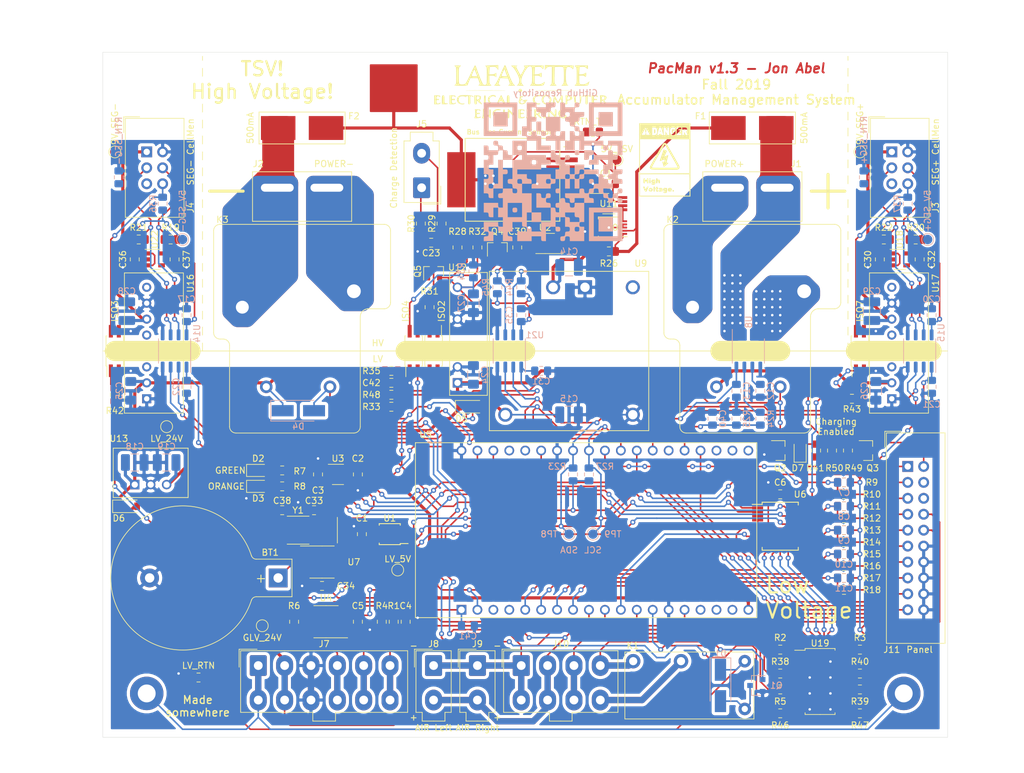
<source format=kicad_pcb>
(kicad_pcb (version 20171130) (host pcbnew "(5.1.10)-1")
  (title_block (title PacMan) (date 2020-04-08) (rev 1.3) (company "Lafayette College") (comment 1 "Formula Electric Racecar Team") (comment 2 "PacMan accumulator management board") (comment 3 "Jon Abel, abeljon@lafayette.edu"))
  (layers (0 F.Cu signal) (31 B.Cu signal) (34 B.Paste user) (35 F.Paste user) (36 B.SilkS user) (37 F.SilkS user) (38 B.Mask user) (39 F.Mask user) (44 Edge.Cuts user))
  (net 0 "")
  (net 1 /GLV_RTN)
  (net 2 /LV_5V)
  (net 3 /LV_3V3)
  (net 4 "Net-(C3-Pad1)")
  (net 5 /CAN_SHIELD)
  (net 6 /MCU/BTN_LEFT_MCU)
  (net 7 /MCU/BTN_RIGHT_MCU)
  (net 8 /MCU/BTN_UP_MCU)
  (net 9 /MCU/BTN_DOWN_MCU)
  (net 10 /MCU/BTN_CENTER_MCU)
  (net 11 "Net-(C12-Pad1)")
  (net 12 /Power/PACK_FUSED_CS)
  (net 13 "Net-(C15-Pad1)")
  (net 14 /LV_24V)
  (net 15 "Net-(C23-Pad1)")
  (net 16 /GLV_24V)
  (net 17 "Net-(D1-Pad2)")
  (net 18 "Net-(D2-Pad2)")
  (net 19 "Net-(D3-Pad2)")
  (net 20 /PACK+)
  (net 21 /PACK_FUSED)
  (net 22 /PACK-)
  (net 23 /CHS_GND)
  (net 24 /AIRS-)
  (net 25 /MCU/AIRS_STATUS)
  (net 26 /Isolation/EN_AMPS)
  (net 27 "Net-(ISO4-Pad1)")
  (net 28 /MCU/SLOOP1_STATUS)
  (net 29 /MCU/SLOOP2_STATUS)
  (net 30 /CHRG_IN+)
  (net 31 /CHRG_IN-)
  (net 32 /CHRG_DETECT+)
  (net 33 /CHRG_DETECT-)
  (net 34 /DCHRG_A1)
  (net 35 /DCHRG_A2)
  (net 36 /BTN_LEFT)
  (net 37 /CHRG_LED)
  (net 38 /BTN_RIGHT)
  (net 39 /BTN_UP)
  (net 40 /BTN_DOWN)
  (net 41 /BTN_CENTER)
  (net 42 /DISP_RST)
  (net 43 /DISP_CS)
  (net 44 /DISP_CLK)
  (net 45 /DISP_DC)
  (net 46 /AIRS+)
  (net 47 /SLOOP2)
  (net 48 /SLOOP1_IN)
  (net 49 /SLOOP1_OUT)
  (net 50 /CAN_L)
  (net 51 /CAN_H)
  (net 52 /Charging/CurrentSensor+)
  (net 53 /MCU/SLOOP_EN)
  (net 54 /CHRG_EN)
  (net 55 "Net-(R4-Pad2)")
  (net 56 /SDA_GLV)
  (net 57 "Net-(R24-Pad2)")
  (net 58 /CHRG_CURRENT)
  (net 59 /SCL_GLV)
  (net 60 /MCU/~RESET)
  (net 61 /MCU/WATCHDOG)
  (net 62 /MCU/CANTX)
  (net 63 /MCU/CANRX)
  (net 64 /Power/DCHRG_CURRENT)
  (net 65 /~CHRG_DETECT)
  (net 66 "Net-(ISO2-Pad2)")
  (net 67 "Net-(ISO2-Pad1)")
  (net 68 "Net-(BT1-Pad1)")
  (net 69 "Net-(D7-Pad2)")
  (net 70 /AMPS_PWR)
  (net 71 /MCU/IO_INT)
  (net 72 /PACK_RTN)
  (net 73 /SDA_TSV)
  (net 74 /SCL_TSV)
  (net 75 "Net-(ISO3-Pad1)")
  (net 76 "Net-(ISO7-Pad1)")
  (net 77 "Net-(C33-Pad1)")
  (net 78 "Net-(C38-Pad1)")
  (net 79 /5V_TSV)
  (net 80 /5V_SEG-)
  (net 81 /RTN_SEG-)
  (net 82 /RTN_SEG+)
  (net 83 /5V_SEG+)
  (net 84 /9V_SEG-)
  (net 85 /9V_SEG+)
  (net 86 /RST_SEG-)
  (net 87 /RST_SEG+)
  (net 88 /SCL_SEG-)
  (net 89 /SDA_SEG-)
  (net 90 /SCL_SEG+)
  (net 91 /SDA_SEG+)
  (net 92 /RST_GLV_SEG-)
  (net 93 /RST_GLV_SEG+)
  (net 94 "Net-(R2-Pad1)")
  (net 95 "Net-(R5-Pad1)")
  (net 96 "Net-(R38-Pad1)")
  (net 97 "Net-(R46-Pad1)")
  (net 98 /MCU/GLV_STATUS)
  (net 99 "Net-(ISO2-Pad4)")
  (net 100 "Net-(D4-Pad2)")
  (net 101 "Net-(Q3-Pad1)")
  (net 102 /MCU/LED_G)
  (net 103 /MCU/LED_O)
  (net 104 "Net-(J6-Pad6)")
  (net 105 "Net-(J6-Pad1)")
  (net 106 "Net-(U1-Pad3)")
  (net 107 "Net-(U2-Pad3)")
  (net 108 "Net-(U4-Pad5)")
  (net 109 "Net-(U5-Pad3)")
  (net 110 "Net-(U5-Pad4)")
  (net 111 "Net-(U5-Pad16)")
  (net 112 "Net-(U5-Pad17)")
  (net 113 "Net-(U5-Pad18)")
  (net 114 "Net-(U5-Pad23)")
  (net 115 "Net-(U5-Pad24)")
  (net 116 "Net-(U5-Pad33)")
  (net 117 "Net-(U5-Pad36)")
  (net 118 "Net-(U5-Pad37)")
  (net 119 "Net-(U5-Pad38)")
  (net 120 "Net-(U6-Pad11)")
  (net 121 "Net-(U6-Pad10)")
  (net 122 "Net-(U6-Pad7)")
  (net 123 "Net-(U7-Pad7)")
  (net 124 "Net-(U9-Pad6)")
  (net 125 "Net-(U10-Pad8)")
  (net 126 "Net-(U11-Pad8)")
  (net 127 "Net-(U16-Pad3)")
  (net 128 "Net-(U17-Pad3)")
  (net 129 "Net-(U18-Pad4)")
  (net 130 "Net-(U22-Pad4)")
  (net 131 "Net-(J3-Pad5)")
  (net 132 "Net-(J4-Pad5)")
  (net 133 "Net-(J11-Pad6)")
  (net 134 "Net-(J11-Pad4)")
  (net 135 /DISP_MOSI)
  (net 136 /TS_ACTIVE)
  (net 137 /RTN_TSV)
  (net 138 /MCU/DISP_MOSI)
  (net 139 /MCU/TS_ACTIVE)
  (module Lafayette_Electric_Car_Footprints:Powerpole_PP45_FP_1x2 (layer F.Cu) (at 179.705 66.04 180)
    (fp_text reference J1 (at -6.985 3.81) (layer F.SilkS))
    (fp_text value POWER+ (at 4.445 3.81) (layer F.SilkS))
    (pad 2 thru_hole oval (at 3.95 0 180) (size 6.5 2.54) (drill oval 5.23 1.27) (layers *.Cu *.Mask) (net 30 /CHRG_IN+))
    (pad 1 thru_hole oval (at -3.95 0 180) (size 6.5 2.54) (drill oval 5.23 1.27) (layers *.Cu *.Mask) (net 20 /PACK+))
  )
  (module Lafayette_Electric_Car_Footprints:Powerpole_PP45_FP_1x2 (layer F.Cu) (at 107.95 66.04 180)
    (fp_text reference J2 (at 6.985 3.81) (layer F.SilkS))
    (fp_text value POWER- (at -5.08 3.81) (layer F.SilkS))
    (pad 2 thru_hole oval (at 3.95 0 180) (size 6.5 2.54) (drill oval 5.23 1.27) (layers *.Cu *.Mask) (net 22 /PACK-))
    (pad 1 thru_hole oval (at -3.95 0 180) (size 6.5 2.54) (drill oval 5.23 1.27) (layers *.Cu *.Mask) (net 31 /CHRG_IN-))
  )
  (module Lafayette_Electric_Car_Footprints:Molex_Mini-Fit_Jr_5566-12A_2x06_P4.20mm_Vertical (layer F.Cu) (at 100.965 142.24)
    (fp_text reference J7 (at 10.5 -3.45) (layer F.SilkS))
    (fp_text value GLV/CAN)
    (pad 12 thru_hole oval (at 21 5.5) (size 2.7 3.3) (drill 1.4) (layers *.Cu *.Mask) (net 5 /CAN_SHIELD))
    (pad 11 thru_hole oval (at 16.8 5.5) (size 2.7 3.3) (drill 1.4) (layers *.Cu *.Mask) (net 51 /CAN_H))
    (pad 10 thru_hole oval (at 12.6 5.5) (size 2.7 3.3) (drill 1.4) (layers *.Cu *.Mask) (net 50 /CAN_L))
    (pad 9 thru_hole oval (at 8.4 5.5) (size 2.7 3.3) (drill 1.4) (layers *.Cu *.Mask) (net 1 /GLV_RTN))
    (pad 8 thru_hole oval (at 4.2 5.5) (size 2.7 3.3) (drill 1.4) (layers *.Cu *.Mask) (net 16 /GLV_24V))
    (pad 7 thru_hole oval (at 0 5.5) (size 2.7 3.3) (drill 1.4) (layers *.Cu *.Mask) (net 23 /CHS_GND))
    (pad 6 thru_hole oval (at 21 0) (size 2.7 3.3) (drill 1.4) (layers *.Cu *.Mask) (net 5 /CAN_SHIELD))
    (pad 5 thru_hole oval (at 16.8 0) (size 2.7 3.3) (drill 1.4) (layers *.Cu *.Mask) (net 51 /CAN_H))
    (pad 4 thru_hole oval (at 12.6 0) (size 2.7 3.3) (drill 1.4) (layers *.Cu *.Mask) (net 50 /CAN_L))
    (pad 3 thru_hole oval (at 8.4 0) (size 2.7 3.3) (drill 1.4) (layers *.Cu *.Mask) (net 1 /GLV_RTN))
    (pad 2 thru_hole oval (at 4.2 0) (size 2.7 3.3) (drill 1.4) (layers *.Cu *.Mask) (net 16 /GLV_24V))
    (pad 1 thru_hole roundrect (at 0 0) (size 2.7 3.3) (drill 1.4) (layers *.Cu *.Mask) (roundrect_rratio 0.09259299999999999) (net 23 /CHS_GND))
  )
  (module Lafayette_Electric_Car_Footprints:Molex_Mini-Fit_Jr_5566-08A_2x04_P4.20mm_Vertical (layer F.Cu) (at 142.875 142.24)
    (fp_text reference J10 (at 6.3 -3.45) (layer F.SilkS))
    (fp_text value SLOOP)
    (pad 8 thru_hole oval (at 12.6 5.5) (size 2.7 3.3) (drill 1.4) (layers *.Cu *.Mask) (net 49 /SLOOP1_OUT))
    (pad 7 thru_hole oval (at 8.4 5.5) (size 2.7 3.3) (drill 1.4) (layers *.Cu *.Mask) (net 47 /SLOOP2))
    (pad 6 thru_hole oval (at 4.2 5.5) (size 2.7 3.3) (drill 1.4) (layers *.Cu *.Mask) (net 46 /AIRS+))
    (pad 5 thru_hole oval (at 0 5.5) (size 2.7 3.3) (drill 1.4) (layers *.Cu *.Mask) (net 24 /AIRS-))
    (pad 4 thru_hole oval (at 12.6 0) (size 2.7 3.3) (drill 1.4) (layers *.Cu *.Mask) (net 48 /SLOOP1_IN))
    (pad 3 thru_hole oval (at 8.4 0) (size 2.7 3.3) (drill 1.4) (layers *.Cu *.Mask) (net 47 /SLOOP2))
    (pad 2 thru_hole oval (at 4.2 0) (size 2.7 3.3) (drill 1.4) (layers *.Cu *.Mask) (net 46 /AIRS+))
    (pad 1 thru_hole roundrect (at 0 0) (size 2.7 3.3) (drill 1.4) (layers *.Cu *.Mask) (roundrect_rratio 0.09259299999999999) (net 24 /AIRS-))
  )
  (module Lafayette_Electric_Car_Footprints:pacman_github_link (layer B.Cu) (at 147.955 63.5 180)
    (fp_text reference G*** hide)
    (fp_text value LOGO hide)
  )
  (module Resistor_SMD:R_0805_2012Metric_Pad1.15x1.40mm_HandSolder (layer F.Cu) (at 192.405 107.95 270)
    (fp_text reference R50 (at 2.794 -0.381) (layer F.SilkS))
    (fp_text value 4.7k)
    (pad 2 smd roundrect (at 1.025 0 270) (size 1.15 1.4) (layers F.Cu F.Paste F.Mask) (roundrect_rratio 0.217391) (net 100 "Net-(D4-Pad2)"))
    (pad 1 smd roundrect (at -1.025 0 270) (size 1.15 1.4) (layers F.Cu F.Paste F.Mask) (roundrect_rratio 0.217391) (net 101 "Net-(Q3-Pad1)"))
  )
  (module Capacitor_SMD:C_0805_2012Metric_Pad1.15x1.40mm_HandSolder (layer B.Cu) (at 173.355 102.87 90)
    (fp_text reference C40 (at 0 1.65 270) (layer B.SilkS) (effects (justify mirror)))
    (fp_text value 1u/50V)
    (pad 2 smd roundrect (at 1.025 0 90) (size 1.15 1.4) (layers B.Cu B.Paste B.Mask) (roundrect_rratio 0.217391) (net 1 /GLV_RTN))
    (pad 1 smd roundrect (at -1.025 0 90) (size 1.15 1.4) (layers B.Cu B.Paste B.Mask) (roundrect_rratio 0.217391) (net 58 /CHRG_CURRENT))
  )
  (module Resistor_SMD:R_0805_2012Metric_Pad1.15x1.40mm_HandSolder (layer F.Cu) (at 194.945 107.95 90)
    (fp_text reference R49 (at -2.794 0.889 180) (layer F.SilkS))
    (fp_text value 4.7k)
    (pad 2 smd roundrect (at 1.025 0 90) (size 1.15 1.4) (layers F.Cu F.Paste F.Mask) (roundrect_rratio 0.217391) (net 101 "Net-(Q3-Pad1)"))
    (pad 1 smd roundrect (at -1.025 0 90) (size 1.15 1.4) (layers F.Cu F.Paste F.Mask) (roundrect_rratio 0.217391) (net 14 /LV_24V))
  )
  (module Package_TO_SOT_SMD:SOT-23 (layer F.Cu) (at 198.12 107.95)
    (fp_text reference Q3 (at 0.762 2.794) (layer F.SilkS))
    (fp_text value DMP10H4D2S)
    (pad 3 smd rect (at 1 0) (size 0.9 0.8) (layers F.Cu F.Paste F.Mask) (net 37 /CHRG_LED))
    (pad 2 smd rect (at -1 0.95) (size 0.9 0.8) (layers F.Cu F.Paste F.Mask) (net 14 /LV_24V))
    (pad 1 smd rect (at -1 -0.95) (size 0.9 0.8) (layers F.Cu F.Paste F.Mask) (net 101 "Net-(Q3-Pad1)"))
  )
  (module Capacitor_SMD:C_0805_2012Metric_Pad1.15x1.40mm_HandSolder (layer B.Cu) (at 134.375 135.89)
    (fp_text reference C41 (at 0 1.65) (layer B.SilkS) (effects (justify mirror)))
    (fp_text value 1u/50V)
    (pad 2 smd roundrect (at 1.025 0) (size 1.15 1.4) (layers B.Cu B.Paste B.Mask) (roundrect_rratio 0.217391) (net 1 /GLV_RTN))
    (pad 1 smd roundrect (at -1.025 0) (size 1.15 1.4) (layers B.Cu B.Paste B.Mask) (roundrect_rratio 0.217391) (net 3 /LV_3V3))
  )
  (module Lafayette_Electric_Car_Footprints:MODULE_ESP32-DEVKITC-32D (layer F.Cu) (at 133.35 133.35 90)
    (fp_text reference U5 (at 27.94 -5.715 180) (layer F.SilkS))
    (fp_text value ESP32_DEVKITC)
    (pad 38 thru_hole circle (at 25.4 45.72 90) (size 1.56 1.56) (drill 1.04) (layers *.Cu *.Mask) (net 119 "Net-(U5-Pad38)"))
    (pad 37 thru_hole circle (at 25.4 43.18 90) (size 1.56 1.56) (drill 1.04) (layers *.Cu *.Mask) (net 118 "Net-(U5-Pad37)"))
    (pad 36 thru_hole circle (at 25.4 40.64 90) (size 1.56 1.56) (drill 1.04) (layers *.Cu *.Mask) (net 117 "Net-(U5-Pad36)"))
    (pad 35 thru_hole circle (at 25.4 38.1 90) (size 1.56 1.56) (drill 1.04) (layers *.Cu *.Mask) (net 43 /DISP_CS))
    (pad 34 thru_hole circle (at 25.4 35.56 90) (size 1.56 1.56) (drill 1.04) (layers *.Cu *.Mask) (net 54 /CHRG_EN))
    (pad 33 thru_hole circle (at 25.4 33.02 90) (size 1.56 1.56) (drill 1.04) (layers *.Cu *.Mask) (net 116 "Net-(U5-Pad33)"))
    (pad 32 thru_hole circle (at 25.4 30.48 90) (size 1.56 1.56) (drill 1.04) (layers *.Cu *.Mask) (net 58 /CHRG_CURRENT))
    (pad 31 thru_hole circle (at 25.4 27.94 90) (size 1.56 1.56) (drill 1.04) (layers *.Cu *.Mask) (net 139 /MCU/TS_ACTIVE))
    (pad 30 thru_hole circle (at 25.4 25.4 90) (size 1.56 1.56) (drill 1.04) (layers *.Cu *.Mask) (net 65 /~CHRG_DETECT))
    (pad 29 thru_hole circle (at 25.4 22.86 90) (size 1.56 1.56) (drill 1.04) (layers *.Cu *.Mask) (net 6 /MCU/BTN_LEFT_MCU))
    (pad 28 thru_hole circle (at 25.4 20.32 90) (size 1.56 1.56) (drill 1.04) (layers *.Cu *.Mask) (net 59 /SCL_GLV))
    (pad 27 thru_hole circle (at 25.4 17.78 90) (size 1.56 1.56) (drill 1.04) (layers *.Cu *.Mask) (net 56 /SDA_GLV))
    (pad 26 thru_hole circle (at 25.4 15.24 90) (size 1.56 1.56) (drill 1.04) (layers *.Cu *.Mask) (net 1 /GLV_RTN))
    (pad 25 thru_hole circle (at 25.4 12.7 90) (size 1.56 1.56) (drill 1.04) (layers *.Cu *.Mask) (net 42 /DISP_RST))
    (pad 24 thru_hole circle (at 25.4 10.16 90) (size 1.56 1.56) (drill 1.04) (layers *.Cu *.Mask) (net 115 "Net-(U5-Pad24)"))
    (pad 23 thru_hole circle (at 25.4 7.62 90) (size 1.56 1.56) (drill 1.04) (layers *.Cu *.Mask) (net 114 "Net-(U5-Pad23)"))
    (pad 22 thru_hole circle (at 25.4 5.08 90) (size 1.56 1.56) (drill 1.04) (layers *.Cu *.Mask) (net 45 /DISP_DC))
    (pad 21 thru_hole circle (at 25.4 2.54 90) (size 1.56 1.56) (drill 1.04) (layers *.Cu *.Mask) (net 61 /MCU/WATCHDOG))
    (pad 20 thru_hole circle (at 25.4 0 90) (size 1.56 1.56) (drill 1.04) (layers *.Cu *.Mask) (net 1 /GLV_RTN))
    (pad 18 thru_hole circle (at 0 43.18 90) (size 1.56 1.56) (drill 1.04) (layers *.Cu *.Mask) (net 113 "Net-(U5-Pad18)"))
    (pad 17 thru_hole circle (at 0 40.64 90) (size 1.56 1.56) (drill 1.04) (layers *.Cu *.Mask) (net 112 "Net-(U5-Pad17)"))
    (pad 16 thru_hole circle (at 0 38.1 90) (size 1.56 1.56) (drill 1.04) (layers *.Cu *.Mask) (net 111 "Net-(U5-Pad16)"))
    (pad 15 thru_hole circle (at 0 35.56 90) (size 1.56 1.56) (drill 1.04) (layers *.Cu *.Mask) (net 138 /MCU/DISP_MOSI))
    (pad 14 thru_hole circle (at 0 33.02 90) (size 1.56 1.56) (drill 1.04) (layers *.Cu *.Mask) (net 1 /GLV_RTN))
    (pad 13 thru_hole circle (at 0 30.48 90) (size 1.56 1.56) (drill 1.04) (layers *.Cu *.Mask) (net 53 /MCU/SLOOP_EN))
    (pad 12 thru_hole circle (at 0 27.94 90) (size 1.56 1.56) (drill 1.04) (layers *.Cu *.Mask) (net 44 /DISP_CLK))
    (pad 11 thru_hole circle (at 0 25.4 90) (size 1.56 1.56) (drill 1.04) (layers *.Cu *.Mask) (net 71 /MCU/IO_INT))
    (pad 10 thru_hole circle (at 0 22.86 90) (size 1.56 1.56) (drill 1.04) (layers *.Cu *.Mask) (net 63 /MCU/CANRX))
    (pad 9 thru_hole circle (at 0 20.32 90) (size 1.56 1.56) (drill 1.04) (layers *.Cu *.Mask) (net 62 /MCU/CANTX))
    (pad 8 thru_hole circle (at 0 17.78 90) (size 1.56 1.56) (drill 1.04) (layers *.Cu *.Mask) (net 7 /MCU/BTN_RIGHT_MCU))
    (pad 7 thru_hole circle (at 0 15.24 90) (size 1.56 1.56) (drill 1.04) (layers *.Cu *.Mask) (net 10 /MCU/BTN_CENTER_MCU))
    (pad 6 thru_hole circle (at 0 12.7 90) (size 1.56 1.56) (drill 1.04) (layers *.Cu *.Mask) (net 9 /MCU/BTN_DOWN_MCU))
    (pad 5 thru_hole circle (at 0 10.16 90) (size 1.56 1.56) (drill 1.04) (layers *.Cu *.Mask) (net 8 /MCU/BTN_UP_MCU))
    (pad 4 thru_hole circle (at 0 7.62 90) (size 1.56 1.56) (drill 1.04) (layers *.Cu *.Mask) (net 110 "Net-(U5-Pad4)"))
    (pad 3 thru_hole circle (at 0 5.08 90) (size 1.56 1.56) (drill 1.04) (layers *.Cu *.Mask) (net 109 "Net-(U5-Pad3)"))
    (pad 19 thru_hole circle (at 0 45.72 90) (size 1.56 1.56) (drill 1.04) (layers *.Cu *.Mask) (net 2 /LV_5V))
    (pad 2 thru_hole circle (at 0 2.54 90) (size 1.56 1.56) (drill 1.04) (layers *.Cu *.Mask) (net 60 /MCU/~RESET))
    (pad 1 thru_hole rect (at 0 0 90) (size 1.56 1.56) (drill 1.04) (layers *.Cu *.Mask) (net 3 /LV_3V3))
  )
  (module Capacitor_SMD:C_1210_3225Metric_Pad1.42x2.65mm_HandSolder (layer B.Cu) (at 150.495 78.74)
    (fp_text reference C14 (at 0 -2.54) (layer B.SilkS) (effects (justify mirror)))
    (fp_text value 4.7u/100V)
    (pad 2 smd roundrect (at 1.4875 0) (size 1.425 2.65) (layers B.Cu B.Paste B.Mask) (roundrect_rratio 0.175439) (net 137 /RTN_TSV))
    (pad 1 smd roundrect (at -1.4875 0) (size 1.425 2.65) (layers B.Cu B.Paste B.Mask) (roundrect_rratio 0.175439) (net 12 /Power/PACK_FUSED_CS))
  )
  (module Lafayette_Electric_Car_Footprints:paw_solder_mask_bigly (layer F.Cu) (at 122.555 50.165)
    (fp_text reference LOGO2 hide)
    (fp_text value LeopardPawLogo hide)
  )
  (module Resistor_SMD:R_0805_2012Metric_Pad1.15x1.40mm_HandSolder (layer F.Cu) (at 195.58 99.695 180)
    (fp_text reference R43 (at 0 -1.65) (layer F.SilkS))
    (fp_text value 270)
    (pad 2 smd roundrect (at 1.025 0 180) (size 1.15 1.4) (layers F.Cu F.Paste F.Mask) (roundrect_rratio 0.217391) (net 93 /RST_GLV_SEG+))
    (pad 1 smd roundrect (at -1.025 0 180) (size 1.15 1.4) (layers F.Cu F.Paste F.Mask) (roundrect_rratio 0.217391) (net 76 "Net-(ISO7-Pad1)"))
  )
  (module Resistor_SMD:R_0805_2012Metric_Pad1.15x1.40mm_HandSolder (layer F.Cu) (at 78.105 99.06 270)
    (fp_text reference R42 (at 2.54 0 180) (layer F.SilkS))
    (fp_text value 270)
    (pad 1 smd roundrect (at -1.025 0 270) (size 1.15 1.4) (layers F.Cu F.Paste F.Mask) (roundrect_rratio 0.217391) (net 75 "Net-(ISO3-Pad1)"))
    (pad 2 smd roundrect (at 1.025 0 270) (size 1.15 1.4) (layers F.Cu F.Paste F.Mask) (roundrect_rratio 0.217391) (net 92 /RST_GLV_SEG-))
  )
  (module Resistor_SMD:R_0805_2012Metric_Pad1.15x1.40mm_HandSolder (layer B.Cu) (at 204.47 68.58 90)
    (fp_text reference R37 (at 0 -1.651 270) (layer B.SilkS) (effects (justify mirror)))
    (fp_text value 10k)
    (pad 2 smd roundrect (at 1.025 0 90) (size 1.15 1.4) (layers B.Cu B.Paste B.Mask) (roundrect_rratio 0.217391) (net 87 /RST_SEG+))
    (pad 1 smd roundrect (at -1.025 0 90) (size 1.15 1.4) (layers B.Cu B.Paste B.Mask) (roundrect_rratio 0.217391) (net 83 /5V_SEG+))
  )
  (module Resistor_SMD:R_0805_2012Metric_Pad1.15x1.40mm_HandSolder (layer B.Cu) (at 85.725 68.58 90)
    (fp_text reference R36 (at 0 -1.524 90) (layer B.SilkS) (effects (justify mirror)))
    (fp_text value 10k)
    (pad 2 smd roundrect (at 1.025 0 90) (size 1.15 1.4) (layers B.Cu B.Paste B.Mask) (roundrect_rratio 0.217391) (net 86 /RST_SEG-))
    (pad 1 smd roundrect (at -1.025 0 90) (size 1.15 1.4) (layers B.Cu B.Paste B.Mask) (roundrect_rratio 0.217391) (net 80 /5V_SEG-))
  )
  (module Package_SO:SO-4_4.4x2.3mm_P1.27mm (layer F.Cu) (at 196.85 92.075 90)
    (fp_text reference ISO7 (at 6.35 0 270) (layer F.SilkS))
    (fp_text value TLP293)
    (pad 1 smd rect (at -3.15 -0.635 90) (size 2 0.64) (layers F.Cu F.Paste F.Mask) (net 76 "Net-(ISO7-Pad1)"))
    (pad 2 smd rect (at -3.15 0.635 90) (size 2 0.64) (layers F.Cu F.Paste F.Mask) (net 1 /GLV_RTN))
    (pad 3 smd rect (at 3.15 0.635 90) (size 2 0.64) (layers F.Cu F.Paste F.Mask) (net 82 /RTN_SEG+))
    (pad 4 smd rect (at 3.15 -0.635 90) (size 2 0.64) (layers F.Cu F.Paste F.Mask) (net 87 /RST_SEG+))
  )
  (module Package_SO:SO-4_4.4x2.3mm_P1.27mm (layer F.Cu) (at 78.105 92.075 90)
    (fp_text reference ISO3 (at 6.35 0 90) (layer F.SilkS))
    (fp_text value TLP293)
    (pad 1 smd rect (at -3.15 -0.635 90) (size 2 0.64) (layers F.Cu F.Paste F.Mask) (net 75 "Net-(ISO3-Pad1)"))
    (pad 2 smd rect (at -3.15 0.635 90) (size 2 0.64) (layers F.Cu F.Paste F.Mask) (net 1 /GLV_RTN))
    (pad 3 smd rect (at 3.15 0.635 90) (size 2 0.64) (layers F.Cu F.Paste F.Mask) (net 81 /RTN_SEG-))
    (pad 4 smd rect (at 3.15 -0.635 90) (size 2 0.64) (layers F.Cu F.Paste F.Mask) (net 86 /RST_SEG-))
  )
  (module Lafayette_Electric_Car_Footprints:MOLEX_RJ11 (layer F.Cu) (at 141.478 64.77 90)
    (fp_text reference J6 (at 5.715 8.89 180) (layer F.SilkS))
    (fp_text value "BusBar Current Sensor")
    (pad 5 smd rect (at -1.905 7.9 90) (size 0.76 5) (layers F.Cu F.Paste F.Mask) (net 70 /AMPS_PWR))
    (pad SH smd rect (at 0 -8.15 90) (size 8.8 4.5) (layers F.Cu F.Paste F.Mask) (net 137 /RTN_TSV))
    (pad 4 smd rect (at -0.635 7.9 90) (size 0.76 5) (layers F.Cu F.Paste F.Mask) (net 137 /RTN_TSV))
    (pad 3 smd rect (at 0.635 7.9 90) (size 0.76 5) (layers F.Cu F.Paste F.Mask) (net 34 /DCHRG_A1))
    (pad 2 smd rect (at 1.905 7.9 90) (size 0.76 5) (layers F.Cu F.Paste F.Mask) (net 35 /DCHRG_A2))
    (pad 1 smd rect (at 3.175 7.9 90) (size 0.76 5) (layers F.Cu F.Paste F.Mask) (net 105 "Net-(J6-Pad1)"))
    (pad 6 smd rect (at -3.175 7.9 90) (size 0.76 5) (layers F.Cu F.Paste F.Mask) (net 104 "Net-(J6-Pad6)"))
  )
  (module Lafayette_Electric_Car_Footprints:T9AS1D12 (layer F.Cu) (at 179.07 85.09)
    (fp_text reference K2 (at -12.065 -13.97) (layer F.SilkS))
    (fp_text value T9AS1D12-24 hide)
    (pad 2 thru_hole circle (at 5.08 12.7) (size 2 2) (drill 1.15) (layers *.Cu *.Mask) (net 100 "Net-(D4-Pad2)"))
    (pad 1 thru_hole circle (at -5.08 12.7) (size 2 2) (drill 1.15) (layers *.Cu *.Mask) (net 14 /LV_24V))
    (pad 3 thru_hole circle (at -8.89 0) (size 4 4) (drill 2.06) (layers *.Cu *.Mask) (net 30 /CHRG_IN+))
    (pad 4 thru_hole circle (at 8.89 -2.54) (size 4 4) (drill 2.2) (layers *.Cu *.Mask) (net 52 /Charging/CurrentSensor+))
  )
  (module Lafayette_Electric_Car_Footprints:T9AS1D12 (layer F.Cu) (at 107.315 85.09)
    (fp_text reference K3 (at -12.065 -13.97) (layer F.SilkS))
    (fp_text value T9AS1D12-24 hide)
    (pad 2 thru_hole circle (at 5.08 12.7) (size 2 2) (drill 1.15) (layers *.Cu *.Mask) (net 100 "Net-(D4-Pad2)"))
    (pad 1 thru_hole circle (at -5.08 12.7) (size 2 2) (drill 1.15) (layers *.Cu *.Mask) (net 14 /LV_24V))
    (pad 3 thru_hole circle (at -8.89 0) (size 4 4) (drill 2.06) (layers *.Cu *.Mask) (net 22 /PACK-))
    (pad 4 thru_hole circle (at 8.89 -2.54) (size 4 4) (drill 2.2) (layers *.Cu *.Mask) (net 31 /CHRG_IN-))
  )
  (module Capacitor_SMD:C_0805_2012Metric_Pad1.15x1.40mm_HandSolder (layer B.Cu) (at 146.05 95.25)
    (fp_text reference C31 (at 0 1.65) (layer B.SilkS) (effects (justify mirror)))
    (fp_text value 0.1u/50V)
    (pad 2 smd roundrect (at 1.025 0) (size 1.15 1.4) (layers B.Cu B.Paste B.Mask) (roundrect_rratio 0.217391) (net 1 /GLV_RTN))
    (pad 1 smd roundrect (at -1.025 0) (size 1.15 1.4) (layers B.Cu B.Paste B.Mask) (roundrect_rratio 0.217391) (net 3 /LV_3V3))
  )
  (module Capacitor_SMD:C_0805_2012Metric_Pad1.15x1.40mm_HandSolder (layer F.Cu) (at 81.28 77.47 270)
    (fp_text reference C36 (at 0 1.905 90) (layer F.SilkS))
    (fp_text value 1u/50V)
    (pad 2 smd roundrect (at 1.025 0 270) (size 1.15 1.4) (layers F.Cu F.Paste F.Mask) (roundrect_rratio 0.217391) (net 81 /RTN_SEG-))
    (pad 1 smd roundrect (at -1.025 0 270) (size 1.15 1.4) (layers F.Cu F.Paste F.Mask) (roundrect_rratio 0.217391) (net 84 /9V_SEG-))
  )
  (module Capacitor_SMD:C_0805_2012Metric_Pad1.15x1.40mm_HandSolder (layer B.Cu) (at 142.875 86.36 90)
    (fp_text reference C35 (at 0 -1.905 90) (layer B.SilkS) (effects (justify mirror)))
    (fp_text value 0.1u/50V)
    (pad 2 smd roundrect (at 1.025 0 90) (size 1.15 1.4) (layers B.Cu B.Paste B.Mask) (roundrect_rratio 0.217391) (net 137 /RTN_TSV))
    (pad 1 smd roundrect (at -1.025 0 90) (size 1.15 1.4) (layers B.Cu B.Paste B.Mask) (roundrect_rratio 0.217391) (net 79 /5V_TSV))
  )
  (module TestPoint:TestPoint_Pad_D1.5mm (layer B.Cu) (at 88.9 74.295 270)
    (fp_text reference TP1 hide)
    (fp_text value 5V_SEG- (at -4.572 0 270) (layer B.SilkS) (effects (justify mirror)))
    (pad 1 smd circle (at 0 0 270) (size 1.5 1.5) (layers B.Cu B.Mask) (net 80 /5V_SEG-))
  )
  (module Connector_IDC:IDC-Header_2x03_P2.54mm_Vertical (layer F.Cu) (at 201.93 60.325)
    (fp_text reference J3 (at 6.985 8.89 270) (layer F.SilkS))
    (fp_text value "SEG+ CellMen" (at 6.985 0 90) (layer F.SilkS))
    (pad 1 thru_hole rect (at 0 0) (size 1.7272 1.7272) (drill 1.016) (layers *.Cu *.Mask) (net 85 /9V_SEG+))
    (pad 2 thru_hole oval (at 2.54 0) (size 1.7272 1.7272) (drill 1.016) (layers *.Cu *.Mask) (net 82 /RTN_SEG+))
    (pad 3 thru_hole oval (at 0 2.54) (size 1.7272 1.7272) (drill 1.016) (layers *.Cu *.Mask) (net 90 /SCL_SEG+))
    (pad 4 thru_hole oval (at 2.54 2.54) (size 1.7272 1.7272) (drill 1.016) (layers *.Cu *.Mask) (net 91 /SDA_SEG+))
    (pad 5 thru_hole oval (at 0 5.08) (size 1.7272 1.7272) (drill 1.016) (layers *.Cu *.Mask) (net 131 "Net-(J3-Pad5)"))
    (pad 6 thru_hole oval (at 2.54 5.08) (size 1.7272 1.7272) (drill 1.016) (layers *.Cu *.Mask) (net 87 /RST_SEG+))
  )
  (module Package_TO_SOT_SMD:SOT-23-5 (layer F.Cu) (at 203.2 77.47)
    (fp_text reference U18 (at 0 -3.175 90) (layer F.SilkS))
    (fp_text value AP2204K-5.0)
    (pad 5 smd rect (at 1.1 -0.95) (size 1.06 0.65) (layers F.Cu F.Paste F.Mask) (net 83 /5V_SEG+))
    (pad 4 smd rect (at 1.1 0.95) (size 1.06 0.65) (layers F.Cu F.Paste F.Mask) (net 129 "Net-(U18-Pad4)"))
    (pad 3 smd rect (at -1.1 0.95) (size 1.06 0.65) (layers F.Cu F.Paste F.Mask) (net 85 /9V_SEG+))
    (pad 2 smd rect (at -1.1 0) (size 1.06 0.65) (layers F.Cu F.Paste F.Mask) (net 82 /RTN_SEG+))
    (pad 1 smd rect (at -1.1 -0.95) (size 1.06 0.65) (layers F.Cu F.Paste F.Mask) (net 85 /9V_SEG+))
  )
  (module Capacitor_SMD:C_0805_2012Metric_Pad1.15x1.40mm_HandSolder (layer F.Cu) (at 206.375 77.47 270)
    (fp_text reference C32 (at 0 -1.905 90) (layer F.SilkS))
    (fp_text value 2.2u/25V)
    (pad 2 smd roundrect (at 1.025 0 270) (size 1.15 1.4) (layers F.Cu F.Paste F.Mask) (roundrect_rratio 0.217391) (net 82 /RTN_SEG+))
    (pad 1 smd roundrect (at -1.025 0 270) (size 1.15 1.4) (layers F.Cu F.Paste F.Mask) (roundrect_rratio 0.217391) (net 83 /5V_SEG+))
  )
  (module Package_SO:VSSOP-8_3.0x3.0mm_P0.65mm (layer F.Cu) (at 156.845 68.58)
    (fp_text reference U11 (at 0 0) (layer F.SilkS))
    (fp_text value INA592)
    (pad 8 smd rect (at 2.2 -0.975 270) (size 0.45 1.45) (layers F.Cu F.Paste F.Mask) (net 126 "Net-(U11-Pad8)"))
    (pad 7 smd rect (at 2.2 -0.325 270) (size 0.45 1.45) (layers F.Cu F.Paste F.Mask) (net 79 /5V_TSV))
    (pad 6 smd rect (at 2.2 0.325 270) (size 0.45 1.45) (layers F.Cu F.Paste F.Mask) (net 64 /Power/DCHRG_CURRENT))
    (pad 5 smd rect (at 2.2 0.975 270) (size 0.45 1.45) (layers F.Cu F.Paste F.Mask) (net 64 /Power/DCHRG_CURRENT))
    (pad 4 smd rect (at -2.2 0.975 270) (size 0.45 1.45) (layers F.Cu F.Paste F.Mask) (net 137 /RTN_TSV))
    (pad 3 smd rect (at -2.2 0.325 270) (size 0.45 1.45) (layers F.Cu F.Paste F.Mask) (net 34 /DCHRG_A1))
    (pad 2 smd rect (at -2.2 -0.325 270) (size 0.45 1.45) (layers F.Cu F.Paste F.Mask) (net 35 /DCHRG_A2))
    (pad 1 smd rect (at -2.2 -0.975 270) (size 0.45 1.45) (layers F.Cu F.Paste F.Mask) (net 137 /RTN_TSV))
  )
  (module Capacitor_SMD:C_0805_2012Metric_Pad1.15x1.40mm_HandSolder (layer F.Cu) (at 200.025 77.47 270)
    (fp_text reference C30 (at 0 1.905 90) (layer F.SilkS))
    (fp_text value 1u/50V)
    (pad 2 smd roundrect (at 1.025 0 270) (size 1.15 1.4) (layers F.Cu F.Paste F.Mask) (roundrect_rratio 0.217391) (net 82 /RTN_SEG+))
    (pad 1 smd roundrect (at -1.025 0 270) (size 1.15 1.4) (layers F.Cu F.Paste F.Mask) (roundrect_rratio 0.217391) (net 85 /9V_SEG+))
  )
  (module Capacitor_SMD:C_0805_2012Metric_Pad1.15x1.40mm_HandSolder (layer B.Cu) (at 177.165 98.425 270)
    (fp_text reference C13 (at 0 -1.651 270) (layer B.SilkS) (effects (justify mirror)))
    (fp_text value 1u/50V)
    (pad 1 smd roundrect (at -1.025 0 270) (size 1.15 1.4) (layers B.Cu B.Paste B.Mask) (roundrect_rratio 0.217391) (net 2 /LV_5V))
    (pad 2 smd roundrect (at 1.025 0 270) (size 1.15 1.4) (layers B.Cu B.Paste B.Mask) (roundrect_rratio 0.217391) (net 1 /GLV_RTN))
  )
  (module Capacitor_SMD:C_0805_2012Metric_Pad1.15x1.40mm_HandSolder (layer F.Cu) (at 156.845 65.405)
    (fp_text reference C16 (at 0 -1.65) (layer F.SilkS))
    (fp_text value 0.1u/50V)
    (pad 1 smd roundrect (at -1.025 0) (size 1.15 1.4) (layers F.Cu F.Paste F.Mask) (roundrect_rratio 0.217391) (net 137 /RTN_TSV))
    (pad 2 smd roundrect (at 1.025 0) (size 1.15 1.4) (layers F.Cu F.Paste F.Mask) (roundrect_rratio 0.217391) (net 79 /5V_TSV))
  )
  (module Capacitor_SMD:C_0805_2012Metric_Pad1.15x1.40mm_HandSolder (layer B.Cu) (at 89.535 97.79 270)
    (fp_text reference C22 (at 0 1.65 90) (layer B.SilkS) (effects (justify mirror)))
    (fp_text value 0.1u/50V)
    (pad 2 smd roundrect (at 1.025 0 270) (size 1.15 1.4) (layers B.Cu B.Paste B.Mask) (roundrect_rratio 0.217391) (net 1 /GLV_RTN))
    (pad 1 smd roundrect (at -1.025 0 270) (size 1.15 1.4) (layers B.Cu B.Paste B.Mask) (roundrect_rratio 0.217391) (net 3 /LV_3V3))
  )
  (module Capacitor_SMD:C_0805_2012Metric_Pad1.15x1.40mm_HandSolder (layer B.Cu) (at 208.28 97.79 270)
    (fp_text reference C21 (at 2.794 0 180) (layer B.SilkS) (effects (justify mirror)))
    (fp_text value 0.1u/50V)
    (pad 1 smd roundrect (at -1.025 0 270) (size 1.15 1.4) (layers B.Cu B.Paste B.Mask) (roundrect_rratio 0.217391) (net 3 /LV_3V3))
    (pad 2 smd roundrect (at 1.025 0 270) (size 1.15 1.4) (layers B.Cu B.Paste B.Mask) (roundrect_rratio 0.217391) (net 1 /GLV_RTN))
  )
  (module Capacitor_SMD:C_0805_2012Metric_Pad1.15x1.40mm_HandSolder (layer B.Cu) (at 208.28 86.36 90)
    (fp_text reference C20 (at 2.54 0 180) (layer B.SilkS) (effects (justify mirror)))
    (fp_text value 0.1u/50V)
    (pad 2 smd roundrect (at 1.025 0 90) (size 1.15 1.4) (layers B.Cu B.Paste B.Mask) (roundrect_rratio 0.217391) (net 82 /RTN_SEG+))
    (pad 1 smd roundrect (at -1.025 0 90) (size 1.15 1.4) (layers B.Cu B.Paste B.Mask) (roundrect_rratio 0.217391) (net 83 /5V_SEG+))
  )
  (module Capacitor_SMD:C_0805_2012Metric_Pad1.15x1.40mm_HandSolder (layer B.Cu) (at 89.535 86.36 90)
    (fp_text reference C17 (at 2.54 0 180) (layer B.SilkS) (effects (justify mirror)))
    (fp_text value 0.1u/50V)
    (pad 1 smd roundrect (at -1.025 0 90) (size 1.15 1.4) (layers B.Cu B.Paste B.Mask) (roundrect_rratio 0.217391) (net 80 /5V_SEG-))
    (pad 2 smd roundrect (at 1.025 0 90) (size 1.15 1.4) (layers B.Cu B.Paste B.Mask) (roundrect_rratio 0.217391) (net 81 /RTN_SEG-))
  )
  (module Diode_SMD:D_SOD-123 (layer F.Cu) (at 134.62 100.965)
    (fp_text reference D5 (at -1.27 1.905) (layer F.SilkS))
    (fp_text value 1N5819HW)
    (pad 1 smd rect (at -1.65 0) (size 0.9 1.2) (layers F.Cu F.Paste F.Mask) (net 14 /LV_24V))
    (pad 2 smd rect (at 1.65 0) (size 0.9 1.2) (layers F.Cu F.Paste F.Mask) (net 13 "Net-(C15-Pad1)"))
  )
  (module Capacitor_SMD:C_1210_3225Metric_Pad1.42x2.65mm_HandSolder (layer B.Cu) (at 150.495 102.235)
    (fp_text reference C15 (at 0 -2.54) (layer B.SilkS) (effects (justify mirror)))
    (fp_text value 10u/50V)
    (pad 2 smd roundrect (at 1.4875 0) (size 1.425 2.65) (layers B.Cu B.Paste B.Mask) (roundrect_rratio 0.175439) (net 1 /GLV_RTN))
    (pad 1 smd roundrect (at -1.4875 0) (size 1.425 2.65) (layers B.Cu B.Paste B.Mask) (roundrect_rratio 0.175439) (net 13 "Net-(C15-Pad1)"))
  )
  (module Capacitor_SMD:C_0805_2012Metric_Pad1.15x1.40mm_HandSolder (layer B.Cu) (at 180.975 98.425 270)
    (fp_text reference C12 (at 0 -1.651 270) (layer B.SilkS) (effects (justify mirror)))
    (fp_text value 1n/50V)
    (pad 2 smd roundrect (at 1.025 0 270) (size 1.15 1.4) (layers B.Cu B.Paste B.Mask) (roundrect_rratio 0.217391) (net 1 /GLV_RTN))
    (pad 1 smd roundrect (at -1.025 0 270) (size 1.15 1.4) (layers B.Cu B.Paste B.Mask) (roundrect_rratio 0.217391) (net 11 "Net-(C12-Pad1)"))
  )
  (module Capacitor_SMD:C_1206_3216Metric_Pad1.42x1.75mm_HandSolder (layer B.Cu) (at 199.39 98.425 270)
    (fp_text reference C26 (at 0 1.82 90) (layer B.SilkS) (effects (justify mirror)))
    (fp_text value 4.7uF/50V)
    (pad 2 smd roundrect (at 1.4875 0 270) (size 1.425 1.75) (layers B.Cu B.Paste B.Mask) (roundrect_rratio 0.175439) (net 1 /GLV_RTN))
    (pad 1 smd roundrect (at -1.4875 0 270) (size 1.425 1.75) (layers B.Cu B.Paste B.Mask) (roundrect_rratio 0.175439) (net 14 /LV_24V))
  )
  (module Lafayette_Electric_Car_Footprints:TEC3-2419 (layer F.Cu) (at 83.185 99.695 90)
    (fp_text reference U16 (at 18.415 6.985 270) (layer F.SilkS))
    (fp_text value TEC3-2419)
    (pad 1 thru_hole rect (at 0 0 180) (size 1.45 1.45) (drill 0.85) (layers *.Cu *.Mask) (net 1 /GLV_RTN))
    (pad 2 thru_hole circle (at 2.54 0 180) (size 1.45 1.45) (drill 0.85) (layers *.Cu *.Mask) (net 14 /LV_24V))
    (pad 3 thru_hole circle (at 5.08 0 180) (size 1.45 1.45) (drill 0.85) (layers *.Cu *.Mask) (net 127 "Net-(U16-Pad3)"))
    (pad 5 thru_hole circle (at 10.16 0 180) (size 1.45 1.45) (drill 0.85) (layers *.Cu *.Mask))
    (pad 6 thru_hole circle (at 12.7 0 180) (size 1.45 1.45) (drill 0.85) (layers *.Cu *.Mask) (net 84 /9V_SEG-))
    (pad 7 thru_hole circle (at 15.24 0 180) (size 1.45 1.45) (drill 0.85) (layers *.Cu *.Mask) (net 81 /RTN_SEG-))
    (pad 8 thru_hole circle (at 17.78 0 180) (size 1.45 1.45) (drill 0.85) (layers *.Cu *.Mask))
  )
  (module Capacitor_SMD:C_1206_3216Metric_Pad1.42x1.75mm_HandSolder (layer B.Cu) (at 135.255 84.455 270)
    (fp_text reference C27 (at 0 1.905 270) (layer B.SilkS) (effects (justify mirror)))
    (fp_text value 4.7uF/50V)
    (pad 1 smd roundrect (at -1.4875 0 270) (size 1.425 1.75) (layers B.Cu B.Paste B.Mask) (roundrect_rratio 0.175439) (net 79 /5V_TSV))
    (pad 2 smd roundrect (at 1.4875 0 270) (size 1.425 1.75) (layers B.Cu B.Paste B.Mask) (roundrect_rratio 0.175439) (net 137 /RTN_TSV))
  )
  (module Lafayette_Electric_Car_Footprints:TEC3-2419 (layer F.Cu) (at 201.93 99.695 90)
    (fp_text reference U17 (at 18.415 6.985 270) (layer F.SilkS))
    (fp_text value TEC3-2419)
    (pad 8 thru_hole circle (at 17.78 0 180) (size 1.45 1.45) (drill 0.85) (layers *.Cu *.Mask))
    (pad 7 thru_hole circle (at 15.24 0 180) (size 1.45 1.45) (drill 0.85) (layers *.Cu *.Mask) (net 82 /RTN_SEG+))
    (pad 6 thru_hole circle (at 12.7 0 180) (size 1.45 1.45) (drill 0.85) (layers *.Cu *.Mask) (net 85 /9V_SEG+))
    (pad 5 thru_hole circle (at 10.16 0 180) (size 1.45 1.45) (drill 0.85) (layers *.Cu *.Mask))
    (pad 3 thru_hole circle (at 5.08 0 180) (size 1.45 1.45) (drill 0.85) (layers *.Cu *.Mask) (net 128 "Net-(U17-Pad3)"))
    (pad 2 thru_hole circle (at 2.54 0 180) (size 1.45 1.45) (drill 0.85) (layers *.Cu *.Mask) (net 14 /LV_24V))
    (pad 1 thru_hole rect (at 0 0 180) (size 1.45 1.45) (drill 0.85) (layers *.Cu *.Mask) (net 1 /GLV_RTN))
  )
  (module Capacitor_SMD:C_1206_3216Metric_Pad1.42x1.75mm_HandSolder (layer B.Cu) (at 80.645 98.425 270)
    (fp_text reference C25 (at 0 1.82 90) (layer B.SilkS) (effects (justify mirror)))
    (fp_text value 4.7uF/50V)
    (pad 1 smd roundrect (at -1.4875 0 270) (size 1.425 1.75) (layers B.Cu B.Paste B.Mask) (roundrect_rratio 0.175439) (net 14 /LV_24V))
    (pad 2 smd roundrect (at 1.4875 0 270) (size 1.425 1.75) (layers B.Cu B.Paste B.Mask) (roundrect_rratio 0.175439) (net 1 /GLV_RTN))
  )
  (module Capacitor_SMD:C_1206_3216Metric_Pad1.42x1.75mm_HandSolder (layer B.Cu) (at 135.255 95.885 90)
    (fp_text reference C24 (at 0 1.82 90) (layer B.SilkS) (effects (justify mirror)))
    (fp_text value 4.7uF/50V)
    (pad 1 smd roundrect (at -1.4875 0 90) (size 1.425 1.75) (layers B.Cu B.Paste B.Mask) (roundrect_rratio 0.175439) (net 14 /LV_24V))
    (pad 2 smd roundrect (at 1.4875 0 90) (size 1.425 1.75) (layers B.Cu B.Paste B.Mask) (roundrect_rratio 0.175439) (net 1 /GLV_RTN))
  )
  (module Lafayette_Electric_Car_Footprints:0154.500DRL (layer F.Cu) (at 107.95 56.515)
    (fp_text reference F2 (at 8.255 -1.905 180) (layer F.SilkS))
    (fp_text value 500mA (at -8.255 0 90) (layer F.SilkS))
    (pad 1 smd rect (at -3.815 0) (size 5.5 3.81) (layers F.Cu F.Paste F.Mask) (net 22 /PACK-))
    (pad 2 smd rect (at 3.815 0) (size 5.5 3.81) (layers F.Cu F.Paste F.Mask) (net 137 /RTN_TSV))
  )
  (module Lafayette_Electric_Car_Footprints:0154.500DRL (layer F.Cu) (at 179.705 56.515 180)
    (fp_text reference F1 (at 8.255 1.905 180) (layer F.SilkS))
    (fp_text value 500mA (at -8.255 0 90) (layer F.SilkS))
    (pad 1 smd rect (at -3.815 0 180) (size 5.5 3.81) (layers F.Cu F.Paste F.Mask) (net 20 /PACK+))
    (pad 2 smd rect (at 3.815 0 180) (size 5.5 3.81) (layers F.Cu F.Paste F.Mask) (net 21 /PACK_FUSED))
  )
  (module Connector_IDC:IDC-Header_2x03_P2.54mm_Vertical (layer F.Cu) (at 83.185 60.325)
    (fp_text reference J4 (at 6.985 8.89 90) (layer F.SilkS))
    (fp_text value "SEG- CellMen" (at 6.985 0 90) (layer F.SilkS))
    (pad 1 thru_hole rect (at 0 0) (size 1.7272 1.7272) (drill 1.016) (layers *.Cu *.Mask) (net 84 /9V_SEG-))
    (pad 2 thru_hole oval (at 2.54 0) (size 1.7272 1.7272) (drill 1.016) (layers *.Cu *.Mask) (net 81 /RTN_SEG-))
    (pad 3 thru_hole oval (at 0 2.54) (size 1.7272 1.7272) (drill 1.016) (layers *.Cu *.Mask) (net 88 /SCL_SEG-))
    (pad 4 thru_hole oval (at 2.54 2.54) (size 1.7272 1.7272) (drill 1.016) (layers *.Cu *.Mask) (net 89 /SDA_SEG-))
    (pad 5 thru_hole oval (at 0 5.08) (size 1.7272 1.7272) (drill 1.016) (layers *.Cu *.Mask) (net 132 "Net-(J4-Pad5)"))
    (pad 6 thru_hole oval (at 2.54 5.08) (size 1.7272 1.7272) (drill 1.016) (layers *.Cu *.Mask) (net 86 /RST_SEG-))
  )
  (module Resistor_SMD:R_0805_2012Metric_Pad1.15x1.40mm_HandSolder (layer F.Cu) (at 200.66 74.295)
    (fp_text reference R22 (at 0 -1.905) (layer F.SilkS))
    (fp_text value 3.3k)
    (pad 2 smd roundrect (at 1.025 0) (size 1.15 1.4) (layers F.Cu F.Paste F.Mask) (roundrect_rratio 0.217391) (net 90 /SCL_SEG+))
    (pad 1 smd roundrect (at -1.025 0) (size 1.15 1.4) (layers F.Cu F.Paste F.Mask) (roundrect_rratio 0.217391) (net 83 /5V_SEG+))
  )
  (module Resistor_SMD:R_0805_2012Metric_Pad1.15x1.40mm_HandSolder (layer B.Cu) (at 180.975 102.87 90)
    (fp_text reference R24 (at 0 1.65 270) (layer B.SilkS) (effects (justify mirror)))
    (fp_text value 10k)
    (pad 1 smd roundrect (at -1.025 0 90) (size 1.15 1.4) (layers B.Cu B.Paste B.Mask) (roundrect_rratio 0.217391) (net 58 /CHRG_CURRENT))
    (pad 2 smd roundrect (at 1.025 0 90) (size 1.15 1.4) (layers B.Cu B.Paste B.Mask) (roundrect_rratio 0.217391) (net 57 "Net-(R24-Pad2)"))
  )
  (module Resistor_SMD:R_0805_2012Metric_Pad1.15x1.40mm_HandSolder (layer F.Cu) (at 205.74 74.295 180)
    (fp_text reference R20 (at 0 1.905) (layer F.SilkS))
    (fp_text value 3.3k)
    (pad 1 smd roundrect (at -1.025 0 180) (size 1.15 1.4) (layers F.Cu F.Paste F.Mask) (roundrect_rratio 0.217391) (net 83 /5V_SEG+))
    (pad 2 smd roundrect (at 1.025 0 180) (size 1.15 1.4) (layers F.Cu F.Paste F.Mask) (roundrect_rratio 0.217391) (net 91 /SDA_SEG+))
  )
  (module Resistor_SMD:R_0805_2012Metric_Pad1.15x1.40mm_HandSolder (layer B.Cu) (at 177.165 102.87 90)
    (fp_text reference R25 (at 0 1.65 270) (layer B.SilkS) (effects (justify mirror)))
    (fp_text value 22k)
    (pad 2 smd roundrect (at 1.025 0 90) (size 1.15 1.4) (layers B.Cu B.Paste B.Mask) (roundrect_rratio 0.217391) (net 1 /GLV_RTN))
    (pad 1 smd roundrect (at -1.025 0 90) (size 1.15 1.4) (layers B.Cu B.Paste B.Mask) (roundrect_rratio 0.217391) (net 58 /CHRG_CURRENT))
  )
  (module Resistor_SMD:R_0805_2012Metric_Pad1.15x1.40mm_HandSolder (layer F.Cu) (at 135.89 75.565 270)
    (fp_text reference R32 (at -2.54 0) (layer F.SilkS))
    (fp_text value 10k)
    (pad 2 smd roundrect (at 1.025 0 270) (size 1.15 1.4) (layers F.Cu F.Paste F.Mask) (roundrect_rratio 0.217391) (net 26 /Isolation/EN_AMPS))
    (pad 1 smd roundrect (at -1.025 0 270) (size 1.15 1.4) (layers F.Cu F.Paste F.Mask) (roundrect_rratio 0.217391) (net 79 /5V_TSV))
  )
  (module Resistor_SMD:R_0805_2012Metric_Pad1.15x1.40mm_HandSolder (layer F.Cu) (at 156.845 76.2)
    (fp_text reference R26 (at 0 1.905) (layer F.SilkS))
    (fp_text value 0.82)
    (pad 2 smd roundrect (at 1.025 0) (size 1.15 1.4) (layers F.Cu F.Paste F.Mask) (roundrect_rratio 0.217391) (net 21 /PACK_FUSED))
    (pad 1 smd roundrect (at -1.025 0) (size 1.15 1.4) (layers F.Cu F.Paste F.Mask) (roundrect_rratio 0.217391) (net 12 /Power/PACK_FUSED_CS))
  )
  (module Resistor_SMD:R_0805_2012Metric_Pad1.15x1.40mm_HandSolder (layer B.Cu) (at 139.065 81.915 90)
    (fp_text reference R45 (at 0 -1.836 90) (layer B.SilkS) (effects (justify mirror)))
    (fp_text value 3.3k)
    (pad 1 smd roundrect (at -1.025 0 90) (size 1.15 1.4) (layers B.Cu B.Paste B.Mask) (roundrect_rratio 0.217391) (net 79 /5V_TSV))
    (pad 2 smd roundrect (at 1.025 0 90) (size 1.15 1.4) (layers B.Cu B.Paste B.Mask) (roundrect_rratio 0.217391) (net 74 /SCL_TSV))
  )
  (module Resistor_SMD:R_0805_2012Metric_Pad1.15x1.40mm_HandSolder (layer B.Cu) (at 142.875 81.915 90)
    (fp_text reference R44 (at 0 -1.905 90) (layer B.SilkS) (effects (justify mirror)))
    (fp_text value 3.3k)
    (pad 1 smd roundrect (at -1.025 0 90) (size 1.15 1.4) (layers B.Cu B.Paste B.Mask) (roundrect_rratio 0.217391) (net 79 /5V_TSV))
    (pad 2 smd roundrect (at 1.025 0 90) (size 1.15 1.4) (layers B.Cu B.Paste B.Mask) (roundrect_rratio 0.217391) (net 73 /SDA_TSV))
  )
  (module Resistor_SMD:R_0805_2012Metric_Pad1.15x1.40mm_HandSolder (layer B.Cu) (at 78.74 64.38 270)
    (fp_text reference TP2 hide)
    (fp_text value RTN_SEG- (at -5.833 0 90) (layer B.SilkS) (effects (justify mirror)))
    (pad 1 smd roundrect (at -1.025 0 270) (size 1.15 1.4) (layers B.Cu B.Paste B.Mask) (roundrect_rratio 0.217391) (net 81 /RTN_SEG-))
    (pad 2 smd roundrect (at 1.025 0 270) (size 1.15 1.4) (layers B.Cu B.Paste B.Mask) (roundrect_rratio 0.217391))
  )
  (module Resistor_SMD:R_0805_2012Metric_Pad1.15x1.40mm_HandSolder (layer F.Cu) (at 86.995 74.295 180)
    (fp_text reference R19 (at 0 1.905) (layer F.SilkS))
    (fp_text value 3.3k)
    (pad 1 smd roundrect (at -1.025 0 180) (size 1.15 1.4) (layers F.Cu F.Paste F.Mask) (roundrect_rratio 0.217391) (net 80 /5V_SEG-))
    (pad 2 smd roundrect (at 1.025 0 180) (size 1.15 1.4) (layers F.Cu F.Paste F.Mask) (roundrect_rratio 0.217391) (net 89 /SDA_SEG-))
  )
  (module Package_TO_SOT_SMD:SOT-23-5 (layer F.Cu) (at 84.455 77.47)
    (fp_text reference U22 (at 0 -3.175 90) (layer F.SilkS))
    (fp_text value AP2204K-5.0)
    (pad 5 smd rect (at 1.1 -0.95) (size 1.06 0.65) (layers F.Cu F.Paste F.Mask) (net 80 /5V_SEG-))
    (pad 4 smd rect (at 1.1 0.95) (size 1.06 0.65) (layers F.Cu F.Paste F.Mask) (net 130 "Net-(U22-Pad4)"))
    (pad 3 smd rect (at -1.1 0.95) (size 1.06 0.65) (layers F.Cu F.Paste F.Mask) (net 84 /9V_SEG-))
    (pad 2 smd rect (at -1.1 0) (size 1.06 0.65) (layers F.Cu F.Paste F.Mask) (net 81 /RTN_SEG-))
    (pad 1 smd rect (at -1.1 -0.95) (size 1.06 0.65) (layers F.Cu F.Paste F.Mask) (net 84 /9V_SEG-))
  )
  (module Capacitor_SMD:C_0805_2012Metric_Pad1.15x1.40mm_HandSolder (layer F.Cu) (at 87.63 77.47 270)
    (fp_text reference C37 (at 0 -1.905 90) (layer F.SilkS))
    (fp_text value 2.2u/25V)
    (pad 2 smd roundrect (at 1.025 0 270) (size 1.15 1.4) (layers F.Cu F.Paste F.Mask) (roundrect_rratio 0.217391) (net 81 /RTN_SEG-))
    (pad 1 smd roundrect (at -1.025 0 270) (size 1.15 1.4) (layers F.Cu F.Paste F.Mask) (roundrect_rratio 0.217391) (net 80 /5V_SEG-))
  )
  (module Resistor_SMD:R_0805_2012Metric_Pad1.15x1.40mm_HandSolder (layer F.Cu) (at 81.915 74.295)
    (fp_text reference R21 (at 0 -1.905) (layer F.SilkS))
    (fp_text value 3.3k)
    (pad 1 smd roundrect (at -1.025 0) (size 1.15 1.4) (layers F.Cu F.Paste F.Mask) (roundrect_rratio 0.217391) (net 80 /5V_SEG-))
    (pad 2 smd roundrect (at 1.025 0) (size 1.15 1.4) (layers F.Cu F.Paste F.Mask) (roundrect_rratio 0.217391) (net 88 /SCL_SEG-))
  )
  (module Package_SO:SO-8_3.9x4.9mm_P1.27mm (layer B.Cu) (at 140.97 92.075 90)
    (fp_text reference U21 (at 2.54 4.064 180) (layer B.SilkS) (effects (justify mirror)))
    (fp_text value Si8600AC)
    (pad 8 smd roundrect (at 2.575 1.905 90) (size 1.75 0.6) (layers B.Cu B.Paste B.Mask) (net 79 /5V_TSV))
    (pad 7 smd roundrect (at 2.575 0.635 90) (size 1.75 0.6) (layers B.Cu B.Paste B.Mask) (net 73 /SDA_TSV))
    (pad 6 smd roundrect (at 2.575 -0.635 90) (size 1.75 0.6) (layers B.Cu B.Paste B.Mask) (net 74 /SCL_TSV))
    (pad 5 smd roundrect (at 2.575 -1.905 90) (size 1.75 0.6) (layers B.Cu B.Paste B.Mask) (net 137 /RTN_TSV))
    (pad 4 smd roundrect (at -2.575 -1.905 90) (size 1.75 0.6) (layers B.Cu B.Paste B.Mask) (net 1 /GLV_RTN))
    (pad 3 smd roundrect (at -2.575 -0.635 90) (size 1.75 0.6) (layers B.Cu B.Paste B.Mask) (net 59 /SCL_GLV))
    (pad 2 smd roundrect (at -2.575 0.635 90) (size 1.75 0.6) (layers B.Cu B.Paste B.Mask) (net 56 /SDA_GLV))
    (pad 1 smd roundrect (at -2.575 1.905 90) (size 1.75 0.6) (layers B.Cu B.Paste B.Mask) (net 3 /LV_3V3))
  )
  (module Resistor_SMD:R_0805_2012Metric_Pad1.15x1.40mm_HandSolder (layer B.Cu) (at 197.485 64.38 270)
    (fp_text reference TP14 hide)
    (fp_text value RTN_SEG+ (at -5.96 0 270) (layer B.SilkS) (effects (justify mirror)))
    (pad 1 smd roundrect (at -1.025 0 270) (size 1.15 1.4) (layers B.Cu B.Paste B.Mask) (roundrect_rratio 0.217391) (net 82 /RTN_SEG+))
    (pad 2 smd roundrect (at 1.025 0 270) (size 1.15 1.4) (layers B.Cu B.Paste B.Mask) (roundrect_rratio 0.217391))
  )
  (module TestPoint:TestPoint_Pad_D1.5mm (layer F.Cu) (at 78.105 60.325 90)
    (fp_text reference TP3 hide)
    (fp_text value 9V_SEG- (at 4.445 0 270) (layer F.SilkS))
    (pad 1 smd circle (at 0 0 90) (size 1.5 1.5) (layers F.Cu F.Mask) (net 84 /9V_SEG-))
  )
  (module Package_TO_SOT_SMD:SOT-23 (layer F.Cu) (at 139.065 75.565 90)
    (fp_text reference Q4 (at 2.54 0 180) (layer F.SilkS))
    (fp_text value DMP10H4D2S)
    (pad 3 smd rect (at 1 0 90) (size 0.9 0.8) (layers F.Cu F.Paste F.Mask) (net 70 /AMPS_PWR))
    (pad 2 smd rect (at -1 0.95 90) (size 0.9 0.8) (layers F.Cu F.Paste F.Mask) (net 79 /5V_TSV))
    (pad 1 smd rect (at -1 -0.95 90) (size 0.9 0.8) (layers F.Cu F.Paste F.Mask) (net 26 /Isolation/EN_AMPS))
  )
  (module TestPoint:TestPoint_Pad_D1.5mm (layer F.Cu) (at 196.85 60.325 90)
    (fp_text reference TP12 hide)
    (fp_text value 9V_SEG+ (at 4.445 0 270) (layer F.SilkS))
    (pad 1 smd circle (at 0 0 90) (size 1.5 1.5) (layers F.Cu F.Mask) (net 85 /9V_SEG+))
  )
  (module Resistor_SMD:R_0805_2012Metric_Pad1.15x1.40mm_HandSolder (layer B.Cu) (at 135.255 79.375 90)
    (fp_text reference R34 (at 0 -1.905 270) (layer B.SilkS) (effects (justify mirror)))
    (fp_text value 470)
    (pad 2 smd roundrect (at 1.025 0 90) (size 1.15 1.4) (layers B.Cu B.Paste B.Mask) (roundrect_rratio 0.217391) (net 137 /RTN_TSV))
    (pad 1 smd roundrect (at -1.025 0 90) (size 1.15 1.4) (layers B.Cu B.Paste B.Mask) (roundrect_rratio 0.217391) (net 79 /5V_TSV))
  )
  (module TestPoint:TestPoint_Pad_D1.5mm (layer B.Cu) (at 207.645 74.295 270)
    (fp_text reference TP13 hide)
    (fp_text value 5V_SEG+ (at -4.572 0 90) (layer B.SilkS) (effects (justify mirror)))
    (pad 1 smd circle (at 0 0 270) (size 1.5 1.5) (layers B.Cu B.Mask) (net 83 /5V_SEG+))
  )
  (module Package_SO:MSOP-10_3x3mm_P0.5mm (layer F.Cu) (at 156.845 72.39 180)
    (fp_text reference U10 (at 0 0) (layer F.SilkS))
    (fp_text value LTC4151)
    (pad 10 smd rect (at 2.2 -1 180) (size 1.4 0.3) (layers F.Cu F.Paste F.Mask) (net 12 /Power/PACK_FUSED_CS))
    (pad 9 smd rect (at 2.2 -0.5 180) (size 1.4 0.3) (layers F.Cu F.Paste F.Mask) (net 137 /RTN_TSV))
    (pad 8 smd rect (at 2.2 0 180) (size 1.4 0.3) (layers F.Cu F.Paste F.Mask) (net 125 "Net-(U10-Pad8)"))
    (pad 7 smd rect (at 2.2 0.5 180) (size 1.4 0.3) (layers F.Cu F.Paste F.Mask) (net 73 /SDA_TSV))
    (pad 6 smd rect (at 2.2 1 180) (size 1.4 0.3) (layers F.Cu F.Paste F.Mask) (net 74 /SCL_TSV))
    (pad 5 smd rect (at -2.2 1 180) (size 1.4 0.3) (layers F.Cu F.Paste F.Mask) (net 64 /Power/DCHRG_CURRENT))
    (pad 4 smd rect (at -2.2 0.5 180) (size 1.4 0.3) (layers F.Cu F.Paste F.Mask) (net 137 /RTN_TSV))
    (pad 3 smd rect (at -2.2 0 180) (size 1.4 0.3) (layers F.Cu F.Paste F.Mask) (net 137 /RTN_TSV))
    (pad 2 smd rect (at -2.2 -0.5 180) (size 1.4 0.3) (layers F.Cu F.Paste F.Mask) (net 21 /PACK_FUSED))
    (pad 1 smd rect (at -2.2 -1 180) (size 1.4 0.3) (layers F.Cu F.Paste F.Mask) (net 21 /PACK_FUSED))
  )
  (module Package_SO:SO-8_3.9x4.9mm_P1.27mm (layer B.Cu) (at 206.375 92.075 90)
    (fp_text reference U15 (at 2.921 3.429 90) (layer B.SilkS) (effects (justify mirror)))
    (fp_text value Si8600AC)
    (pad 8 smd roundrect (at 2.575 1.905 90) (size 1.75 0.6) (layers B.Cu B.Paste B.Mask) (net 83 /5V_SEG+))
    (pad 7 smd roundrect (at 2.575 0.635 90) (size 1.75 0.6) (layers B.Cu B.Paste B.Mask) (net 91 /SDA_SEG+))
    (pad 6 smd roundrect (at 2.575 -0.635 90) (size 1.75 0.6) (layers B.Cu B.Paste B.Mask) (net 90 /SCL_SEG+))
    (pad 5 smd roundrect (at 2.575 -1.905 90) (size 1.75 0.6) (layers B.Cu B.Paste B.Mask) (net 82 /RTN_SEG+))
    (pad 4 smd roundrect (at -2.575 -1.905 90) (size 1.75 0.6) (layers B.Cu B.Paste B.Mask) (net 1 /GLV_RTN))
    (pad 3 smd roundrect (at -2.575 -0.635 90) (size 1.75 0.6) (layers B.Cu B.Paste B.Mask) (net 59 /SCL_GLV))
    (pad 2 smd roundrect (at -2.575 0.635 90) (size 1.75 0.6) (layers B.Cu B.Paste B.Mask) (net 56 /SDA_GLV))
    (pad 1 smd roundrect (at -2.575 1.905 90) (size 1.75 0.6) (layers B.Cu B.Paste B.Mask) (net 3 /LV_3V3))
  )
  (module Capacitor_SMD:C_1210_3225Metric_Pad1.42x2.65mm_HandSolder (layer B.Cu) (at 80.01 85.725 90)
    (fp_text reference C28 (at 3.175 0) (layer B.SilkS) (effects (justify mirror)))
    (fp_text value 10u/50V)
    (pad 2 smd roundrect (at 1.4875 0 90) (size 1.425 2.65) (layers B.Cu B.Paste B.Mask) (roundrect_rratio 0.175439) (net 81 /RTN_SEG-))
    (pad 1 smd roundrect (at -1.4875 0 90) (size 1.425 2.65) (layers B.Cu B.Paste B.Mask) (roundrect_rratio 0.175439) (net 84 /9V_SEG-))
  )
  (module Package_SO:SO-8_3.9x4.9mm_P1.27mm (layer B.Cu) (at 87.63 92.075 90)
    (fp_text reference U14 (at 2.794 3.556 90) (layer B.SilkS) (effects (justify mirror)))
    (fp_text value Si8600AC)
    (pad 1 smd roundrect (at -2.575 1.905 90) (size 1.75 0.6) (layers B.Cu B.Paste B.Mask) (net 3 /LV_3V3))
    (pad 2 smd roundrect (at -2.575 0.635 90) (size 1.75 0.6) (layers B.Cu B.Paste B.Mask) (net 56 /SDA_GLV))
    (pad 3 smd roundrect (at -2.575 -0.635 90) (size 1.75 0.6) (layers B.Cu B.Paste B.Mask) (net 59 /SCL_GLV))
    (pad 4 smd roundrect (at -2.575 -1.905 90) (size 1.75 0.6) (layers B.Cu B.Paste B.Mask) (net 1 /GLV_RTN))
    (pad 5 smd roundrect (at 2.575 -1.905 90) (size 1.75 0.6) (layers B.Cu B.Paste B.Mask) (net 81 /RTN_SEG-))
    (pad 6 smd roundrect (at 2.575 -0.635 90) (size 1.75 0.6) (layers B.Cu B.Paste B.Mask) (net 88 /SCL_SEG-))
    (pad 7 smd roundrect (at 2.575 0.635 90) (size 1.75 0.6) (layers B.Cu B.Paste B.Mask) (net 89 /SDA_SEG-))
    (pad 8 smd roundrect (at 2.575 1.905 90) (size 1.75 0.6) (layers B.Cu B.Paste B.Mask) (net 80 /5V_SEG-))
  )
  (module Capacitor_SMD:C_1210_3225Metric_Pad1.42x2.65mm_HandSolder (layer B.Cu) (at 198.755 85.725 90)
    (fp_text reference C29 (at 3.175 0) (layer B.SilkS) (effects (justify mirror)))
    (fp_text value 10u/50V)
    (pad 1 smd roundrect (at -1.4875 0 90) (size 1.425 2.65) (layers B.Cu B.Paste B.Mask) (roundrect_rratio 0.175439) (net 85 /9V_SEG+))
    (pad 2 smd roundrect (at 1.4875 0 90) (size 1.425 2.65) (layers B.Cu B.Paste B.Mask) (roundrect_rratio 0.175439) (net 82 /RTN_SEG+))
  )
  (module Package_SO:SO-8_3.9x4.9mm_P1.27mm (layer B.Cu) (at 179.07 92.075 270)
    (fp_text reference U8 (at -4.6355 -0.0635 270) (layer B.SilkS) (effects (justify mirror)))
    (fp_text value ACHS-7122)
    (pad 1 smd roundrect (at -2.575 1.905 270) (size 1.75 0.6) (layers B.Cu B.Paste B.Mask) (net 20 /PACK+))
    (pad 2 smd roundrect (at -2.575 0.635 270) (size 1.75 0.6) (layers B.Cu B.Paste B.Mask) (net 20 /PACK+))
    (pad 3 smd roundrect (at -2.575 -0.635 270) (size 1.75 0.6) (layers B.Cu B.Paste B.Mask) (net 52 /Charging/CurrentSensor+))
    (pad 4 smd roundrect (at -2.575 -1.905 270) (size 1.75 0.6) (layers B.Cu B.Paste B.Mask) (net 52 /Charging/CurrentSensor+))
    (pad 5 smd roundrect (at 2.575 -1.905 270) (size 1.75 0.6) (layers B.Cu B.Paste B.Mask) (net 1 /GLV_RTN))
    (pad 6 smd roundrect (at 2.575 -0.635 270) (size 1.75 0.6) (layers B.Cu B.Paste B.Mask) (net 11 "Net-(C12-Pad1)"))
    (pad 7 smd roundrect (at 2.575 0.635 270) (size 1.75 0.6) (layers B.Cu B.Paste B.Mask) (net 57 "Net-(R24-Pad2)"))
    (pad 8 smd roundrect (at 2.575 1.905 270) (size 1.75 0.6) (layers B.Cu B.Paste B.Mask) (net 2 /LV_5V))
  )
  (module Lafayette_Electric_Car_Footprints:PDQE10-DIP6 (layer F.Cu) (at 150.495 92.075)
    (fp_text reference U9 (at 11.43 -13.97) (layer F.SilkS))
    (fp_text value PDQE10-Q48-S24-D)
    (pad 1 thru_hole rect (at 2.54 -10.16) (size 2.25 2.25) (drill 1.5) (layers *.Cu *.Mask) (net 137 /RTN_TSV))
    (pad 2 thru_hole circle (at -2.54 -10.16) (size 2.25 2.25) (drill 1.5) (layers *.Cu *.Mask) (net 12 /Power/PACK_FUSED_CS))
    (pad 3 thru_hole circle (at -10.16 10.16) (size 2.25 2.25) (drill 1.5) (layers *.Cu *.Mask) (net 13 "Net-(C15-Pad1)"))
    (pad 5 thru_hole circle (at 10.16 10.16) (size 2.25 2.25) (drill 1.5) (layers *.Cu *.Mask) (net 1 /GLV_RTN))
    (pad 6 thru_hole circle (at 10.16 -10.16) (size 2.25 2.25) (drill 1.5) (layers *.Cu *.Mask) (net 124 "Net-(U9-Pad6)"))
  )
  (module Resistor_SMD:R_0805_2012Metric_Pad1.15x1.40mm_HandSolder (layer F.Cu) (at 154.305 57.15 180)
    (fp_text reference TP11 hide)
    (fp_text value RTN_TSV (at 0 1.65) (layer F.SilkS))
    (pad 1 smd roundrect (at -1.025 0 180) (size 1.15 1.4) (layers F.Cu F.Paste F.Mask) (roundrect_rratio 0.217391) (net 137 /RTN_TSV))
    (pad 2 smd roundrect (at 1.025 0 180) (size 1.15 1.4) (layers F.Cu F.Paste F.Mask) (roundrect_rratio 0.217391))
  )
  (module TestPoint:TestPoint_Pad_D1.5mm (layer F.Cu) (at 158.115 61.595 180)
    (fp_text reference TP10 hide)
    (fp_text value 5V_TSV (at 0 1.75) (layer F.SilkS))
    (pad 1 smd circle (at 0 0 180) (size 1.5 1.5) (layers F.Cu F.Mask) (net 79 /5V_TSV))
  )
  (module Crystal:Crystal_SMD_SeikoEpson_MC405-2Pin_9.6x4.1mm (layer F.Cu) (at 107.315 120.65 180)
    (fp_text reference Y1 (at 0 3.175) (layer F.SilkS))
    (fp_text value 32K)
    (pad 1 smd rect (at -4 0 180) (size 4.1 4.1) (layers F.Cu F.Paste F.Mask) (net 77 "Net-(C33-Pad1)"))
    (pad 2 smd rect (at 4 0 180) (size 4.1 4.1) (layers F.Cu F.Paste F.Mask) (net 78 "Net-(C38-Pad1)"))
  )
  (module TestPoint:TestPoint_Pad_D1.5mm (layer B.Cu) (at 154.305 121.285)
    (fp_text reference TP9 (at 3.175 0) (layer B.SilkS) (effects (justify mirror)))
    (fp_text value SCL (at 0 2.54) (layer B.SilkS) (effects (justify mirror)))
    (pad 1 smd circle (at 0 0) (size 1.5 1.5) (layers B.Cu B.Mask) (net 59 /SCL_GLV))
  )
  (module TestPoint:TestPoint_Pad_D1.5mm (layer B.Cu) (at 150.495 121.285)
    (fp_text reference TP8 (at -3.175 0) (layer B.SilkS) (effects (justify mirror)))
    (fp_text value SDA (at 0 2.54) (layer B.SilkS) (effects (justify mirror)))
    (pad 1 smd circle (at 0 0) (size 1.5 1.5) (layers B.Cu B.Mask) (net 56 /SDA_GLV))
  )
  (module TestPoint:TestPoint_Pad_D1.5mm (layer F.Cu) (at 101.6 135.89)
    (fp_text reference TP7 hide)
    (fp_text value GLV_24V (at 0 1.905) (layer F.SilkS))
    (pad 1 smd circle (at 0 0) (size 1.5 1.5) (layers F.Cu F.Mask) (net 16 /GLV_24V))
  )
  (module TestPoint:TestPoint_Pad_D1.5mm (layer F.Cu) (at 86.36 104.14)
    (fp_text reference TP6 hide)
    (fp_text value LV_24V (at 0 1.905) (layer F.SilkS))
    (pad 1 smd circle (at 0 0) (size 1.5 1.5) (layers F.Cu F.Mask) (net 14 /LV_24V))
  )
  (module TestPoint:TestPoint_Pad_D1.5mm (layer F.Cu) (at 123.19 127 180)
    (fp_text reference TP5 hide)
    (fp_text value LV_5V (at 0 1.75) (layer F.SilkS))
    (pad 1 smd circle (at 0 0 180) (size 1.5 1.5) (layers F.Cu F.Mask) (net 2 /LV_5V))
  )
  (module Resistor_SMD:R_0805_2012Metric_Pad1.15x1.40mm_HandSolder (layer F.Cu) (at 91.44 144.145)
    (fp_text reference TP4 hide)
    (fp_text value LV_RTN (at 0 -1.905) (layer F.SilkS))
    (pad 2 smd roundrect (at 1.025 0) (size 1.15 1.4) (layers F.Cu F.Paste F.Mask) (roundrect_rratio 0.217391))
    (pad 1 smd roundrect (at -1.025 0) (size 1.15 1.4) (layers F.Cu F.Paste F.Mask) (roundrect_rratio 0.217391) (net 1 /GLV_RTN))
  )
  (module Package_TO_SOT_SMD:SOT-23-5 (layer F.Cu) (at 113.665 111.76)
    (fp_text reference U3 (at 0 -2.54) (layer F.SilkS))
    (fp_text value ADM6320)
    (pad 1 smd rect (at -1.1 -0.95) (size 1.06 0.65) (layers F.Cu F.Paste F.Mask) (net 60 /MCU/~RESET))
    (pad 2 smd rect (at -1.1 0) (size 1.06 0.65) (layers F.Cu F.Paste F.Mask) (net 1 /GLV_RTN))
    (pad 3 smd rect (at -1.1 0.95) (size 1.06 0.65) (layers F.Cu F.Paste F.Mask) (net 4 "Net-(C3-Pad1)"))
    (pad 4 smd rect (at 1.1 0.95) (size 1.06 0.65) (layers F.Cu F.Paste F.Mask) (net 61 /MCU/WATCHDOG))
    (pad 5 smd rect (at 1.1 -0.95) (size 1.06 0.65) (layers F.Cu F.Paste F.Mask) (net 3 /LV_3V3))
  )
  (module Package_TO_SOT_SMD:SOT-23 (layer F.Cu) (at 128.905 79.375 90)
    (fp_text reference Q5 (at 0 -2.54 90) (layer F.SilkS))
    (fp_text value DMP10H4D2S)
    (pad 1 smd rect (at -1 -0.95 90) (size 0.9 0.8) (layers F.Cu F.Paste F.Mask) (net 15 "Net-(C23-Pad1)"))
    (pad 2 smd rect (at -1 0.95 90) (size 0.9 0.8) (layers F.Cu F.Paste F.Mask) (net 79 /5V_TSV))
    (pad 3 smd rect (at 1 0 90) (size 0.9 0.8) (layers F.Cu F.Paste F.Mask) (net 67 "Net-(ISO2-Pad1)"))
  )
  (module Capacitor_SMD:C_0805_2012Metric_Pad1.15x1.40mm_HandSolder (layer F.Cu) (at 117.475 121.285 90)
    (fp_text reference C1 (at 2.54 0) (layer F.SilkS))
    (fp_text value 0.1u/50V)
    (pad 1 smd roundrect (at -1.025 0 90) (size 1.15 1.4) (layers F.Cu F.Paste F.Mask) (roundrect_rratio 0.217391) (net 3 /LV_3V3))
    (pad 2 smd roundrect (at 1.025 0 90) (size 1.15 1.4) (layers F.Cu F.Paste F.Mask) (roundrect_rratio 0.217391) (net 1 /GLV_RTN))
  )
  (module Capacitor_SMD:C_0805_2012Metric_Pad1.15x1.40mm_HandSolder (layer F.Cu) (at 116.84 111.76 270)
    (fp_text reference C2 (at -2.54 0 180) (layer F.SilkS))
    (fp_text value 0.1u/50V)
    (pad 2 smd roundrect (at 1.025 0 270) (size 1.15 1.4) (layers F.Cu F.Paste F.Mask) (roundrect_rratio 0.217391) (net 1 /GLV_RTN))
    (pad 1 smd roundrect (at -1.025 0 270) (size 1.15 1.4) (layers F.Cu F.Paste F.Mask) (roundrect_rratio 0.217391) (net 3 /LV_3V3))
  )
  (module Capacitor_SMD:C_0805_2012Metric_Pad1.15x1.40mm_HandSolder (layer F.Cu) (at 110.49 111.76 90)
    (fp_text reference C3 (at -2.54 0 180) (layer F.SilkS))
    (fp_text value 0.1u/50V)
    (pad 2 smd roundrect (at 1.025 0 90) (size 1.15 1.4) (layers F.Cu F.Paste F.Mask) (roundrect_rratio 0.217391) (net 1 /GLV_RTN))
    (pad 1 smd roundrect (at -1.025 0 90) (size 1.15 1.4) (layers F.Cu F.Paste F.Mask) (roundrect_rratio 0.217391) (net 4 "Net-(C3-Pad1)"))
  )
  (module Capacitor_SMD:C_0805_2012Metric_Pad1.15x1.40mm_HandSolder (layer F.Cu) (at 124.46 135.255 270)
    (fp_text reference C4 (at -2.54 0 180) (layer F.SilkS))
    (fp_text value C)
    (pad 2 smd roundrect (at 1.025 0 270) (size 1.15 1.4) (layers F.Cu F.Paste F.Mask) (roundrect_rratio 0.217391) (net 5 /CAN_SHIELD))
    (pad 1 smd roundrect (at -1.025 0 270) (size 1.15 1.4) (layers F.Cu F.Paste F.Mask) (roundrect_rratio 0.217391) (net 1 /GLV_RTN))
  )
  (module Capacitor_SMD:C_0805_2012Metric_Pad1.15x1.40mm_HandSolder (layer F.Cu) (at 116.84 135.255 270)
    (fp_text reference C5 (at -2.54 0 180) (layer F.SilkS))
    (fp_text value 0.1u/50V)
    (pad 2 smd roundrect (at 1.025 0 270) (size 1.15 1.4) (layers F.Cu F.Paste F.Mask) (roundrect_rratio 0.217391) (net 1 /GLV_RTN))
    (pad 1 smd roundrect (at -1.025 0 270) (size 1.15 1.4) (layers F.Cu F.Paste F.Mask) (roundrect_rratio 0.217391) (net 2 /LV_5V))
  )
  (module Capacitor_SMD:C_0805_2012Metric_Pad1.15x1.40mm_HandSolder (layer F.Cu) (at 184.15 114.935 180)
    (fp_text reference C6 (at 0 1.905) (layer F.SilkS))
    (fp_text value 0.1u/50V)
    (pad 1 smd roundrect (at -1.025 0 180) (size 1.15 1.4) (layers F.Cu F.Paste F.Mask) (roundrect_rratio 0.217391) (net 3 /LV_3V3))
    (pad 2 smd roundrect (at 1.025 0 180) (size 1.15 1.4) (layers F.Cu F.Paste F.Mask) (roundrect_rratio 0.217391) (net 1 /GLV_RTN))
  )
  (module Capacitor_SMD:C_0805_2012Metric_Pad1.15x1.40mm_HandSolder (layer B.Cu) (at 194.31 113.03)
    (fp_text reference C7 (at 0 1.65) (layer B.SilkS) (effects (justify mirror)))
    (fp_text value 0.1u/50V)
    (pad 2 smd roundrect (at 1.025 0) (size 1.15 1.4) (layers B.Cu B.Paste B.Mask) (roundrect_rratio 0.217391) (net 1 /GLV_RTN))
    (pad 1 smd roundrect (at -1.025 0) (size 1.15 1.4) (layers B.Cu B.Paste B.Mask) (roundrect_rratio 0.217391) (net 6 /MCU/BTN_LEFT_MCU))
  )
  (module Capacitor_SMD:C_0805_2012Metric_Pad1.15x1.40mm_HandSolder (layer B.Cu) (at 194.31 116.84)
    (fp_text reference C8 (at 0 1.65) (layer B.SilkS) (effects (justify mirror)))
    (fp_text value 0.1u/50V)
    (pad 1 smd roundrect (at -1.025 0) (size 1.15 1.4) (layers B.Cu B.Paste B.Mask) (roundrect_rratio 0.217391) (net 8 /MCU/BTN_UP_MCU))
    (pad 2 smd roundrect (at 1.025 0) (size 1.15 1.4) (layers B.Cu B.Paste B.Mask) (roundrect_rratio 0.217391) (net 1 /GLV_RTN))
  )
  (module Capacitor_SMD:C_0805_2012Metric_Pad1.15x1.40mm_HandSolder (layer B.Cu) (at 194.31 120.65)
    (fp_text reference C9 (at 0 1.65) (layer B.SilkS) (effects (justify mirror)))
    (fp_text value 0.1u/50V)
    (pad 2 smd roundrect (at 1.025 0) (size 1.15 1.4) (layers B.Cu B.Paste B.Mask) (roundrect_rratio 0.217391) (net 1 /GLV_RTN))
    (pad 1 smd roundrect (at -1.025 0) (size 1.15 1.4) (layers B.Cu B.Paste B.Mask) (roundrect_rratio 0.217391) (net 9 /MCU/BTN_DOWN_MCU))
  )
  (module Capacitor_SMD:C_0805_2012Metric_Pad1.15x1.40mm_HandSolder (layer B.Cu) (at 194.31 124.46)
    (fp_text reference C10 (at 0 1.65) (layer B.SilkS) (effects (justify mirror)))
    (fp_text value 0.1u/50V)
    (pad 1 smd roundrect (at -1.025 0) (size 1.15 1.4) (layers B.Cu B.Paste B.Mask) (roundrect_rratio 0.217391) (net 10 /MCU/BTN_CENTER_MCU))
    (pad 2 smd roundrect (at 1.025 0) (size 1.15 1.4) (layers B.Cu B.Paste B.Mask) (roundrect_rratio 0.217391) (net 1 /GLV_RTN))
  )
  (module Capacitor_SMD:C_0805_2012Metric_Pad1.15x1.40mm_HandSolder (layer B.Cu) (at 194.31 128.27)
    (fp_text reference C11 (at 0 1.65) (layer B.SilkS) (effects (justify mirror)))
    (fp_text value 0.1u/50V)
    (pad 2 smd roundrect (at 1.025 0) (size 1.15 1.4) (layers B.Cu B.Paste B.Mask) (roundrect_rratio 0.217391) (net 1 /GLV_RTN))
    (pad 1 smd roundrect (at -1.025 0) (size 1.15 1.4) (layers B.Cu B.Paste B.Mask) (roundrect_rratio 0.217391) (net 7 /MCU/BTN_RIGHT_MCU))
  )
  (module Capacitor_SMD:C_1210_3225Metric_Pad1.42x2.65mm_HandSolder (layer B.Cu) (at 81.28 109.855)
    (fp_text reference C18 (at 0 -2.54 180) (layer B.SilkS) (effects (justify mirror)))
    (fp_text value 10u/50V)
    (pad 1 smd roundrect (at -1.4875 0) (size 1.425 2.65) (layers B.Cu B.Paste B.Mask) (roundrect_rratio 0.175439) (net 14 /LV_24V))
    (pad 2 smd roundrect (at 1.4875 0) (size 1.425 2.65) (layers B.Cu B.Paste B.Mask) (roundrect_rratio 0.175439) (net 1 /GLV_RTN))
  )
  (module Capacitor_SMD:C_1210_3225Metric_Pad1.42x2.65mm_HandSolder (layer B.Cu) (at 86.36 109.855 180)
    (fp_text reference C19 (at 0 2.54) (layer B.SilkS) (effects (justify mirror)))
    (fp_text value 22u/25V)
    (pad 2 smd roundrect (at 1.4875 0 180) (size 1.425 2.65) (layers B.Cu B.Paste B.Mask) (roundrect_rratio 0.175439) (net 1 /GLV_RTN))
    (pad 1 smd roundrect (at -1.4875 0 180) (size 1.425 2.65) (layers B.Cu B.Paste B.Mask) (roundrect_rratio 0.175439) (net 2 /LV_5V))
  )
  (module Capacitor_SMD:C_0805_2012Metric_Pad1.15x1.40mm_HandSolder (layer F.Cu) (at 128.524 74.803 180)
    (fp_text reference C23 (at 0 -1.65) (layer F.SilkS))
    (fp_text value 0.1u/50V)
    (pad 2 smd roundrect (at 1.025 0 180) (size 1.15 1.4) (layers F.Cu F.Paste F.Mask) (roundrect_rratio 0.217391) (net 137 /RTN_TSV))
    (pad 1 smd roundrect (at -1.025 0 180) (size 1.15 1.4) (layers F.Cu F.Paste F.Mask) (roundrect_rratio 0.217391) (net 15 "Net-(C23-Pad1)"))
  )
  (module Diode_SMD:D_SMA_Handsoldering (layer B.Cu) (at 174.625 145.415 270)
    (fp_text reference D1 (at -5.08 0) (layer B.SilkS) (effects (justify mirror)))
    (fp_text value S1B)
    (pad 2 smd rect (at 2.5 0 270) (size 3.5 1.8) (layers B.Cu B.Paste B.Mask) (net 17 "Net-(D1-Pad2)"))
    (pad 1 smd rect (at -2.5 0 270) (size 3.5 1.8) (layers B.Cu B.Paste B.Mask) (net 14 /LV_24V))
  )
  (module LED_SMD:LED_0805_2012Metric_Pad1.15x1.40mm_HandSolder (layer F.Cu) (at 100.965 111.125)
    (fp_text reference D2 (at 0 -1.905) (layer F.SilkS))
    (fp_text value LED_GREEN)
    (pad 1 smd roundrect (at -1.025 0) (size 1.15 1.4) (layers F.Cu F.Paste F.Mask) (roundrect_rratio 0.217391) (net 1 /GLV_RTN))
    (pad 2 smd roundrect (at 1.025 0) (size 1.15 1.4) (layers F.Cu F.Paste F.Mask) (roundrect_rratio 0.217391) (net 18 "Net-(D2-Pad2)"))
  )
  (module LED_SMD:LED_0805_2012Metric_Pad1.15x1.40mm_HandSolder (layer F.Cu) (at 100.965 113.665)
    (fp_text reference D3 (at 0 1.905) (layer F.SilkS))
    (fp_text value LED_ORANGE)
    (pad 2 smd roundrect (at 1.025 0) (size 1.15 1.4) (layers F.Cu F.Paste F.Mask) (roundrect_rratio 0.217391) (net 19 "Net-(D3-Pad2)"))
    (pad 1 smd roundrect (at -1.025 0) (size 1.15 1.4) (layers F.Cu F.Paste F.Mask) (roundrect_rratio 0.217391) (net 1 /GLV_RTN))
  )
  (module Diode_SMD:D_SMA_Handsoldering (layer B.Cu) (at 107.355 101.6)
    (fp_text reference D4 (at 0 2.5) (layer B.SilkS) (effects (justify mirror)))
    (fp_text value S1B)
    (pad 1 smd rect (at -2.5 0) (size 3.5 1.8) (layers B.Cu B.Paste B.Mask) (net 14 /LV_24V))
    (pad 2 smd rect (at 2.5 0) (size 3.5 1.8) (layers B.Cu B.Paste B.Mask) (net 100 "Net-(D4-Pad2)"))
  )
  (module Diode_SMD:D_SOD-123 (layer F.Cu) (at 80.01 116.84)
    (fp_text reference D6 (at -1.27 1.905) (layer F.SilkS))
    (fp_text value 1N5819HW)
    (pad 1 smd rect (at -1.65 0) (size 0.9 1.2) (layers F.Cu F.Paste F.Mask) (net 14 /LV_24V))
    (pad 2 smd rect (at 1.65 0) (size 0.9 1.2) (layers F.Cu F.Paste F.Mask) (net 16 /GLV_24V))
  )
  (module Lafayette_Electric_Car_Footprints:MountingHole_#4_Pad (layer F.Cu) (at 83.185 146.685)
    (fp_text reference H3 hide)
    (fp_text value MountingHole_Pad_#4 hide)
    (pad 1 thru_hole circle (at 0 0) (size 5.334 5.334) (drill 2.8448) (layers *.Cu *.Mask) (net 23 /CHS_GND))
  )
  (module Lafayette_Electric_Car_Footprints:MountingHole_#4_Pad (layer F.Cu) (at 203.835 146.685)
    (fp_text reference H4 hide)
    (fp_text value MountingHole_Pad_#4 hide)
    (pad 1 thru_hole circle (at 0 0) (size 5.334 5.334) (drill 2.8448) (layers *.Cu *.Mask) (net 23 /CHS_GND))
  )
  (module Package_SO:SO-4_4.4x2.3mm_P1.27mm (layer F.Cu) (at 128.905 92.075 270)
    (fp_text reference ISO2 (at -6.35 -1.27 270) (layer F.SilkS))
    (fp_text value TLP293)
    (pad 1 smd rect (at -3.15 -0.635 270) (size 2 0.64) (layers F.Cu F.Paste F.Mask) (net 67 "Net-(ISO2-Pad1)"))
    (pad 2 smd rect (at -3.15 0.635 270) (size 2 0.64) (layers F.Cu F.Paste F.Mask) (net 66 "Net-(ISO2-Pad2)"))
    (pad 3 smd rect (at 3.15 0.635 270) (size 2 0.64) (layers F.Cu F.Paste F.Mask) (net 1 /GLV_RTN))
    (pad 4 smd rect (at 3.15 -0.635 270) (size 2 0.64) (layers F.Cu F.Paste F.Mask) (net 99 "Net-(ISO2-Pad4)"))
  )
  (module Package_SO:SO-4_4.4x2.3mm_P1.27mm (layer F.Cu) (at 125.73 92.075 90)
    (fp_text reference ISO4 (at 6.35 -1.27 270) (layer F.SilkS))
    (fp_text value TLP293)
    (pad 4 smd rect (at 3.15 -0.635 90) (size 2 0.64) (layers F.Cu F.Paste F.Mask) (net 26 /Isolation/EN_AMPS))
    (pad 3 smd rect (at 3.15 0.635 90) (size 2 0.64) (layers F.Cu F.Paste F.Mask) (net 137 /RTN_TSV))
    (pad 2 smd rect (at -3.15 0.635 90) (size 2 0.64) (layers F.Cu F.Paste F.Mask) (net 24 /AIRS-))
    (pad 1 smd rect (at -3.15 -0.635 90) (size 2 0.64) (layers F.Cu F.Paste F.Mask) (net 27 "Net-(ISO4-Pad1)"))
  )
  (module Lafayette_Electric_Car_Footprints:Molex_Mini-Fit_Jr_5566-02A_2x01_P4.20mm_Vertical (layer F.Cu) (at 127 66.04 180)
    (fp_text reference J5 (at 0 10.16) (layer F.SilkS))
    (fp_text value "Charge Detection" (at 4.445 3.175 270) (layer F.SilkS))
    (pad 2 thru_hole oval (at 0 5.5 180) (size 2.7 3.3) (drill 1.4) (layers *.Cu *.Mask) (net 32 /CHRG_DETECT+))
    (pad 1 thru_hole roundrect (at 0 0 180) (size 2.7 3.3) (drill 1.4) (layers *.Cu *.Mask) (roundrect_rratio 0.09259299999999999) (net 33 /CHRG_DETECT-))
  )
  (module Lafayette_Electric_Car_Footprints:Amphenol_IDC-Header_2x10_P2.54mm_Vertical (layer F.Cu) (at 204.47 110.49)
    (fp_text reference J11 (at -2.54 29.21) (layer F.SilkS))
    (fp_text value Panel (at 1.905 29.21) (layer F.SilkS))
    (pad 20 thru_hole oval (at 2.54 22.86) (size 1.7272 1.7272) (drill 1.016) (layers *.Cu *.Mask) (net 1 /GLV_RTN))
    (pad 19 thru_hole oval (at 0 22.86) (size 1.7272 1.7272) (drill 1.016) (layers *.Cu *.Mask) (net 135 /DISP_MOSI))
    (pad 18 thru_hole oval (at 2.54 20.32) (size 1.7272 1.7272) (drill 1.016) (layers *.Cu *.Mask) (net 1 /GLV_RTN))
    (pad 17 thru_hole oval (at 0 20.32) (size 1.7272 1.7272) (drill 1.016) (layers *.Cu *.Mask) (net 45 /DISP_DC))
    (pad 16 thru_hole oval (at 2.54 17.78) (size 1.7272 1.7272) (drill 1.016) (layers *.Cu *.Mask) (net 1 /GLV_RTN))
    (pad 15 thru_hole oval (at 0 17.78) (size 1.7272 1.7272) (drill 1.016) (layers *.Cu *.Mask) (net 42 /DISP_RST))
    (pad 14 thru_hole oval (at 2.54 15.24) (size 1.7272 1.7272) (drill 1.016) (layers *.Cu *.Mask) (net 1 /GLV_RTN))
    (pad 13 thru_hole oval (at 0 15.24) (size 1.7272 1.7272) (drill 1.016) (layers *.Cu *.Mask) (net 136 /TS_ACTIVE))
    (pad 12 thru_hole oval (at 2.54 12.7) (size 1.7272 1.7272) (drill 1.016) (layers *.Cu *.Mask) (net 1 /GLV_RTN))
    (pad 11 thru_hole oval (at 0 12.7) (size 1.7272 1.7272) (drill 1.016) (layers *.Cu *.Mask) (net 43 /DISP_CS))
    (pad 10 thru_hole oval (at 2.54 10.16) (size 1.7272 1.7272) (drill 1.016) (layers *.Cu *.Mask) (net 44 /DISP_CLK))
    (pad 9 thru_hole oval (at 0 10.16) (size 1.7272 1.7272) (drill 1.016) (layers *.Cu *.Mask) (net 38 /BTN_RIGHT))
    (pad 8 thru_hole oval (at 2.54 7.62) (size 1.7272 1.7272) (drill 1.016) (layers *.Cu *.Mask) (net 3 /LV_3V3))
    (pad 7 thru_hole oval (at 0 7.62) (size 1.7272 1.7272) (drill 1.016) (layers *.Cu *.Mask) (net 41 /BTN_CENTER))
    (pad 6 thru_hole oval (at 2.54 5.08) (size 1.7272 1.7272) (drill 1.016) (layers *.Cu *.Mask) (net 133 "Net-(J11-Pad6)"))
    (pad 5 thru_hole oval (at 0 5.08) (size 1.7272 1.7272) (drill 1.016) (layers *.Cu *.Mask) (net 40 /BTN_DOWN))
    (pad 4 thru_hole oval (at 2.54 2.54) (size 1.7272 1.7272) (drill 1.016) (layers *.Cu *.Mask) (net 134 "Net-(J11-Pad4)"))
    (pad 3 thru_hole oval (at 0 2.54) (size 1.7272 1.7272) (drill 1.016) (layers *.Cu *.Mask) (net 39 /BTN_UP))
    (pad 2 thru_hole oval (at 2.54 0) (size 1.7272 1.7272) (drill 1.016) (layers *.Cu *.Mask) (net 37 /CHRG_LED))
    (pad 1 thru_hole rect (at 0 0) (size 1.7272 1.7272) (drill 1.016) (layers *.Cu *.Mask) (net 36 /BTN_LEFT))
  )
  (module Lafayette_Electric_Car_Footprints:Molex_Mini-Fit_Jr_5566-02A_2x01_P4.20mm_Vertical (layer F.Cu) (at 128.905 142.24)
    (fp_text reference J8 (at 0 -3.45) (layer F.SilkS))
    (fp_text value "AIR Left" (at 0 9.95) (layer F.SilkS))
    (pad 2 thru_hole oval (at 0 5.5) (size 2.7 3.3) (drill 1.4) (layers *.Cu *.Mask) (net 46 /AIRS+))
    (pad 1 thru_hole roundrect (at 0 0) (size 2.7 3.3) (drill 1.4) (layers *.Cu *.Mask) (roundrect_rratio 0.09259299999999999) (net 24 /AIRS-))
  )
  (module Lafayette_Electric_Car_Footprints:Molex_Mini-Fit_Jr_5566-02A_2x01_P4.20mm_Vertical (layer F.Cu) (at 135.89 142.24)
    (fp_text reference J9 (at 0 -3.45) (layer F.SilkS))
    (fp_text value "AIR Right" (at 0 9.95) (layer F.SilkS))
    (pad 1 thru_hole roundrect (at 0 0) (size 2.7 3.3) (drill 1.4) (layers *.Cu *.Mask) (roundrect_rratio 0.09259299999999999) (net 24 /AIRS-))
    (pad 2 thru_hole oval (at 0 5.5) (size 2.7 3.3) (drill 1.4) (layers *.Cu *.Mask) (net 46 /AIRS+))
  )
  (module Lafayette_Electric_Car_Footprints:G5Q-1A4 (layer F.Cu) (at 179.705 140.335 180)
    (fp_text reference K1 (at 19.05 1.27) (layer F.SilkS))
    (fp_text value "G5Q-1A4 DC24")
    (pad 2 thru_hole circle (at 1.2065 -8.8265 180) (size 2 2) (drill 1) (layers *.Cu *.Mask) (net 17 "Net-(D1-Pad2)"))
    (pad 4 thru_hole circle (at 18.9865 -1.2065 180) (size 2.3 2.3) (drill 1.3) (layers *.Cu *.Mask) (net 48 /SLOOP1_IN))
    (pad 3 thru_hole circle (at 11.3665 -1.2065 180) (size 2.3 2.3) (drill 1.3) (layers *.Cu *.Mask) (net 49 /SLOOP1_OUT))
    (pad 1 thru_hole circle (at 1.2065 -1.2065 180) (size 2 2) (drill 1) (layers *.Cu *.Mask) (net 14 /LV_24V))
  )
  (module Lafayette_Electric_Car_Footprints:ECE_Logo_Jon (layer F.Cu) (at 142.875 50.8)
    (fp_text reference LOGO1 hide)
    (fp_text value LafECEDepLogo hide)
  )
  (module Lafayette_Electric_Car_Footprints:highvoltagesmall (layer F.Cu) (at 165.735 61.595)
    (fp_text reference LOGO3 hide)
    (fp_text value DangerHighVoltageLogo hide)
  )
  (module Resistor_SMD:R_0805_2012Metric_Pad1.15x1.40mm_HandSolder (layer F.Cu) (at 122.555 135.255 270)
    (fp_text reference R1 (at -2.54 0 180) (layer F.SilkS))
    (fp_text value 1M)
    (pad 2 smd roundrect (at 1.025 0 270) (size 1.15 1.4) (layers F.Cu F.Paste F.Mask) (roundrect_rratio 0.217391) (net 5 /CAN_SHIELD))
    (pad 1 smd roundrect (at -1.025 0 270) (size 1.15 1.4) (layers F.Cu F.Paste F.Mask) (roundrect_rratio 0.217391) (net 1 /GLV_RTN))
  )
  (module Resistor_SMD:R_0805_2012Metric_Pad1.15x1.40mm_HandSolder (layer F.Cu) (at 184.15 139.7 180)
    (fp_text reference R2 (at 0 1.905 180) (layer F.SilkS))
    (fp_text value 5.1k)
    (pad 1 smd roundrect (at -1.025 0 180) (size 1.15 1.4) (layers F.Cu F.Paste F.Mask) (roundrect_rratio 0.217391) (net 94 "Net-(R2-Pad1)"))
    (pad 2 smd roundrect (at 1.025 0 180) (size 1.15 1.4) (layers F.Cu F.Paste F.Mask) (roundrect_rratio 0.217391) (net 46 /AIRS+))
  )
  (module Resistor_SMD:R_0805_2012Metric_Pad1.15x1.40mm_HandSolder (layer F.Cu) (at 196.85 139.7)
    (fp_text reference R3 (at 0 -1.905 180) (layer F.SilkS))
    (fp_text value 10k)
    (pad 2 smd roundrect (at 1.025 0) (size 1.15 1.4) (layers F.Cu F.Paste F.Mask) (roundrect_rratio 0.217391) (net 3 /LV_3V3))
    (pad 1 smd roundrect (at -1.025 0) (size 1.15 1.4) (layers F.Cu F.Paste F.Mask) (roundrect_rratio 0.217391) (net 25 /MCU/AIRS_STATUS))
  )
  (module Resistor_SMD:R_0805_2012Metric_Pad1.15x1.40mm_HandSolder (layer F.Cu) (at 120.65 135.255 270)
    (fp_text reference R4 (at -2.54 0 180) (layer F.SilkS))
    (fp_text value 1k)
    (pad 2 smd roundrect (at 1.025 0 270) (size 1.15 1.4) (layers F.Cu F.Paste F.Mask) (roundrect_rratio 0.217391) (net 55 "Net-(R4-Pad2)"))
    (pad 1 smd roundrect (at -1.025 0 270) (size 1.15 1.4) (layers F.Cu F.Paste F.Mask) (roundrect_rratio 0.217391) (net 1 /GLV_RTN))
  )
  (module Resistor_SMD:R_0805_2012Metric_Pad1.15x1.40mm_HandSolder (layer F.Cu) (at 184.15 146.05 180)
    (fp_text reference R5 (at 0 -1.905 180) (layer F.SilkS))
    (fp_text value 5.1k)
    (pad 1 smd roundrect (at -1.025 0 180) (size 1.15 1.4) (layers F.Cu F.Paste F.Mask) (roundrect_rratio 0.217391) (net 95 "Net-(R5-Pad1)"))
    (pad 2 smd roundrect (at 1.025 0 180) (size 1.15 1.4) (layers F.Cu F.Paste F.Mask) (roundrect_rratio 0.217391) (net 48 /SLOOP1_IN))
  )
  (module Resistor_SMD:R_0805_2012Metric_Pad1.15x1.40mm_HandSolder (layer F.Cu) (at 106.68 135.255 90)
    (fp_text reference R6 (at 2.54 0 180) (layer F.SilkS))
    (fp_text value 120)
    (pad 1 smd roundrect (at -1.025 0 90) (size 1.15 1.4) (layers F.Cu F.Paste F.Mask) (roundrect_rratio 0.217391) (net 51 /CAN_H))
    (pad 2 smd roundrect (at 1.025 0 90) (size 1.15 1.4) (layers F.Cu F.Paste F.Mask) (roundrect_rratio 0.217391) (net 50 /CAN_L))
  )
  (module Resistor_SMD:R_0805_2012Metric_Pad1.15x1.40mm_HandSolder (layer F.Cu) (at 104.775 111.125 180)
    (fp_text reference R7 (at -2.794 -0.127) (layer F.SilkS))
    (fp_text value 270)
    (pad 1 smd roundrect (at -1.025 0 180) (size 1.15 1.4) (layers F.Cu F.Paste F.Mask) (roundrect_rratio 0.217391) (net 102 /MCU/LED_G))
    (pad 2 smd roundrect (at 1.025 0 180) (size 1.15 1.4) (layers F.Cu F.Paste F.Mask) (roundrect_rratio 0.217391) (net 18 "Net-(D2-Pad2)"))
  )
  (module Resistor_SMD:R_0805_2012Metric_Pad1.15x1.40mm_HandSolder (layer F.Cu) (at 104.775 113.665 180)
    (fp_text reference R8 (at -2.794 0) (layer F.SilkS))
    (fp_text value 270)
    (pad 1 smd roundrect (at -1.025 0 180) (size 1.15 1.4) (layers F.Cu F.Paste F.Mask) (roundrect_rratio 0.217391) (net 103 /MCU/LED_O))
    (pad 2 smd roundrect (at 1.025 0 180) (size 1.15 1.4) (layers F.Cu F.Paste F.Mask) (roundrect_rratio 0.217391) (net 19 "Net-(D3-Pad2)"))
  )
  (module Resistor_SMD:R_0805_2012Metric_Pad1.15x1.40mm_HandSolder (layer F.Cu) (at 194.31 113.03 180)
    (fp_text reference R9 (at -4.445 0) (layer F.SilkS))
    (fp_text value 100k)
    (pad 2 smd roundrect (at 1.025 0 180) (size 1.15 1.4) (layers F.Cu F.Paste F.Mask) (roundrect_rratio 0.217391) (net 6 /MCU/BTN_LEFT_MCU))
    (pad 1 smd roundrect (at -1.025 0 180) (size 1.15 1.4) (layers F.Cu F.Paste F.Mask) (roundrect_rratio 0.217391) (net 3 /LV_3V3))
  )
  (module Resistor_SMD:R_0805_2012Metric_Pad1.15x1.40mm_HandSolder (layer F.Cu) (at 194.31 114.935 180)
    (fp_text reference R10 (at -4.445 0) (layer F.SilkS))
    (fp_text value 1k)
    (pad 1 smd roundrect (at -1.025 0 180) (size 1.15 1.4) (layers F.Cu F.Paste F.Mask) (roundrect_rratio 0.217391) (net 36 /BTN_LEFT))
    (pad 2 smd roundrect (at 1.025 0 180) (size 1.15 1.4) (layers F.Cu F.Paste F.Mask) (roundrect_rratio 0.217391) (net 6 /MCU/BTN_LEFT_MCU))
  )
  (module Resistor_SMD:R_0805_2012Metric_Pad1.15x1.40mm_HandSolder (layer F.Cu) (at 194.31 116.84 180)
    (fp_text reference R11 (at -4.445 0) (layer F.SilkS))
    (fp_text value 100k)
    (pad 1 smd roundrect (at -1.025 0 180) (size 1.15 1.4) (layers F.Cu F.Paste F.Mask) (roundrect_rratio 0.217391) (net 3 /LV_3V3))
    (pad 2 smd roundrect (at 1.025 0 180) (size 1.15 1.4) (layers F.Cu F.Paste F.Mask) (roundrect_rratio 0.217) (net 8 /MCU/BTN_UP_MCU))
  )
  (module Resistor_SMD:R_0805_2012Metric_Pad1.15x1.40mm_HandSolder (layer F.Cu) (at 194.31 118.745 180)
    (fp_text reference R12 (at -4.445 0) (layer F.SilkS))
    (fp_text value 1k)
    (pad 2 smd roundrect (at 1.025 0 180) (size 1.15 1.4) (layers F.Cu F.Paste F.Mask) (roundrect_rratio 0.217) (net 8 /MCU/BTN_UP_MCU))
    (pad 1 smd roundrect (at -1.025 0 180) (size 1.15 1.4) (layers F.Cu F.Paste F.Mask) (roundrect_rratio 0.217) (net 39 /BTN_UP))
  )
  (module Resistor_SMD:R_0805_2012Metric_Pad1.15x1.40mm_HandSolder (layer F.Cu) (at 194.31 120.65 180)
    (fp_text reference R13 (at -4.445 0) (layer F.SilkS))
    (fp_text value 100k)
    (pad 2 smd roundrect (at 1.025 0 180) (size 1.15 1.4) (layers F.Cu F.Paste F.Mask) (roundrect_rratio 0.217) (net 9 /MCU/BTN_DOWN_MCU))
    (pad 1 smd roundrect (at -1.025 0 180) (size 1.15 1.4) (layers F.Cu F.Paste F.Mask) (roundrect_rratio 0.217391) (net 3 /LV_3V3))
  )
  (module Resistor_SMD:R_0805_2012Metric_Pad1.15x1.40mm_HandSolder (layer F.Cu) (at 194.31 122.555 180)
    (fp_text reference R14 (at -4.445 0) (layer F.SilkS))
    (fp_text value 1k)
    (pad 1 smd roundrect (at -1.025 0 180) (size 1.15 1.4) (layers F.Cu F.Paste F.Mask) (roundrect_rratio 0.217) (net 40 /BTN_DOWN))
    (pad 2 smd roundrect (at 1.025 0 180) (size 1.15 1.4) (layers F.Cu F.Paste F.Mask) (roundrect_rratio 0.217) (net 9 /MCU/BTN_DOWN_MCU))
  )
  (module Resistor_SMD:R_0805_2012Metric_Pad1.15x1.40mm_HandSolder (layer F.Cu) (at 194.31 124.46 180)
    (fp_text reference R15 (at -4.445 0) (layer F.SilkS))
    (fp_text value 100k)
    (pad 1 smd roundrect (at -1.025 0 180) (size 1.15 1.4) (layers F.Cu F.Paste F.Mask) (roundrect_rratio 0.217391) (net 3 /LV_3V3))
    (pad 2 smd roundrect (at 1.025 0 180) (size 1.15 1.4) (layers F.Cu F.Paste F.Mask) (roundrect_rratio 0.217) (net 10 /MCU/BTN_CENTER_MCU))
  )
  (module Resistor_SMD:R_0805_2012Metric_Pad1.15x1.40mm_HandSolder (layer F.Cu) (at 194.31 126.365 180)
    (fp_text reference R16 (at -4.445 0) (layer F.SilkS))
    (fp_text value 1k)
    (pad 2 smd roundrect (at 1.025 0 180) (size 1.15 1.4) (layers F.Cu F.Paste F.Mask) (roundrect_rratio 0.217) (net 10 /MCU/BTN_CENTER_MCU))
    (pad 1 smd roundrect (at -1.025 0 180) (size 1.15 1.4) (layers F.Cu F.Paste F.Mask) (roundrect_rratio 0.217) (net 41 /BTN_CENTER))
  )
  (module Resistor_SMD:R_0805_2012Metric_Pad1.15x1.40mm_HandSolder (layer F.Cu) (at 194.31 128.27 180)
    (fp_text reference R17 (at -4.445 0) (layer F.SilkS))
    (fp_text value 100k)
    (pad 2 smd roundrect (at 1.025 0 180) (size 1.15 1.4) (layers F.Cu F.Paste F.Mask) (roundrect_rratio 0.217) (net 7 /MCU/BTN_RIGHT_MCU))
    (pad 1 smd roundrect (at -1.025 0 180) (size 1.15 1.4) (layers F.Cu F.Paste F.Mask) (roundrect_rratio 0.217391) (net 3 /LV_3V3))
  )
  (module Resistor_SMD:R_0805_2012Metric_Pad1.15x1.40mm_HandSolder (layer F.Cu) (at 194.31 130.175 180)
    (fp_text reference R18 (at -4.445 0) (layer F.SilkS))
    (fp_text value 1k)
    (pad 2 smd roundrect (at 1.025 0 180) (size 1.15 1.4) (layers F.Cu F.Paste F.Mask) (roundrect_rratio 0.217) (net 7 /MCU/BTN_RIGHT_MCU))
    (pad 1 smd roundrect (at -1.025 0 180) (size 1.15 1.4) (layers F.Cu F.Paste F.Mask) (roundrect_rratio 0.217) (net 38 /BTN_RIGHT))
  )
  (module Resistor_SMD:R_0805_2012Metric_Pad1.15x1.40mm_HandSolder (layer B.Cu) (at 151.13 111.76 90)
    (fp_text reference R23 (at 1.27 -2.54) (layer B.SilkS) (effects (justify mirror)))
    (fp_text value 3.3k)
    (pad 1 smd roundrect (at -1.025 0 90) (size 1.15 1.4) (layers B.Cu B.Paste B.Mask) (roundrect_rratio 0.217391) (net 3 /LV_3V3))
    (pad 2 smd roundrect (at 1.025 0 90) (size 1.15 1.4) (layers B.Cu B.Paste B.Mask) (roundrect_rratio 0.217391) (net 56 /SDA_GLV))
  )
  (module Resistor_SMD:R_0805_2012Metric_Pad1.15x1.40mm_HandSolder (layer B.Cu) (at 153.67 111.76 90)
    (fp_text reference R27 (at 1.27 2.54) (layer B.SilkS) (effects (justify mirror)))
    (fp_text value 3.3k)
    (pad 1 smd roundrect (at -1.025 0 90) (size 1.15 1.4) (layers B.Cu B.Paste B.Mask) (roundrect_rratio 0.217391) (net 3 /LV_3V3))
    (pad 2 smd roundrect (at 1.025 0 90) (size 1.15 1.4) (layers B.Cu B.Paste B.Mask) (roundrect_rratio 0.217391) (net 59 /SCL_GLV))
  )
  (module Resistor_SMD:R_0805_2012Metric_Pad1.15x1.40mm_HandSolder (layer F.Cu) (at 130.175 71.755 90)
    (fp_text reference R29 (at 0 -1.524 270) (layer F.SilkS))
    (fp_text value 5k)
    (pad 2 smd roundrect (at 1.025 0 90) (size 1.15 1.4) (layers F.Cu F.Paste F.Mask) (roundrect_rratio 0.217391) (net 32 /CHRG_DETECT+))
    (pad 1 smd roundrect (at -1.025 0 90) (size 1.15 1.4) (layers F.Cu F.Paste F.Mask) (roundrect_rratio 0.217391) (net 15 "Net-(C23-Pad1)"))
  )
  (module Resistor_SMD:R_0805_2012Metric_Pad1.15x1.40mm_HandSolder (layer F.Cu) (at 126.873 71.755 90)
    (fp_text reference R30 (at 0 -1.524 270) (layer F.SilkS))
    (fp_text value 5k)
    (pad 2 smd roundrect (at 1.025 0 90) (size 1.15 1.4) (layers F.Cu F.Paste F.Mask) (roundrect_rratio 0.217391) (net 33 /CHRG_DETECT-))
    (pad 1 smd roundrect (at -1.025 0 90) (size 1.15 1.4) (layers F.Cu F.Paste F.Mask) (roundrect_rratio 0.217391) (net 137 /RTN_TSV))
  )
  (module Resistor_SMD:R_0805_2012Metric_Pad1.15x1.40mm_HandSolder (layer F.Cu) (at 122.174 95.25 180)
    (fp_text reference R35 (at 3.175 0 180) (layer F.SilkS))
    (fp_text value 5.1k)
    (pad 2 smd roundrect (at 1.025 0 180) (size 1.15 1.4) (layers F.Cu F.Paste F.Mask) (roundrect_rratio 0.217391) (net 46 /AIRS+))
    (pad 1 smd roundrect (at -1.025 0 180) (size 1.15 1.4) (layers F.Cu F.Paste F.Mask) (roundrect_rratio 0.217391) (net 27 "Net-(ISO4-Pad1)"))
  )
  (module Resistor_SMD:R_0805_2012Metric_Pad1.15x1.40mm_HandSolder (layer F.Cu) (at 184.15 143.51 180)
    (fp_text reference R38 (at 0 1.905 180) (layer F.SilkS))
    (fp_text value 5.1k)
    (pad 1 smd roundrect (at -1.025 0 180) (size 1.15 1.4) (layers F.Cu F.Paste F.Mask) (roundrect_rratio 0.217391) (net 96 "Net-(R38-Pad1)"))
    (pad 2 smd roundrect (at 1.025 0 180) (size 1.15 1.4) (layers F.Cu F.Paste F.Mask) (roundrect_rratio 0.217391) (net 47 /SLOOP2))
  )
  (module Resistor_SMD:R_0805_2012Metric_Pad1.15x1.40mm_HandSolder (layer F.Cu) (at 196.85 146.05)
    (fp_text reference R39 (at 0 1.905 180) (layer F.SilkS))
    (fp_text value 10k)
    (pad 2 smd roundrect (at 1.025 0) (size 1.15 1.4) (layers F.Cu F.Paste F.Mask) (roundrect_rratio 0.217391) (net 3 /LV_3V3))
    (pad 1 smd roundrect (at -1.025 0) (size 1.15 1.4) (layers F.Cu F.Paste F.Mask) (roundrect_rratio 0.217391) (net 28 /MCU/SLOOP1_STATUS))
  )
  (module Resistor_SMD:R_0805_2012Metric_Pad1.15x1.40mm_HandSolder (layer F.Cu) (at 196.85 143.51)
    (fp_text reference R40 (at 0 -1.905 180) (layer F.SilkS))
    (fp_text value 10k)
    (pad 2 smd roundrect (at 1.025 0) (size 1.15 1.4) (layers F.Cu F.Paste F.Mask) (roundrect_rratio 0.217391) (net 3 /LV_3V3))
    (pad 1 smd roundrect (at -1.025 0) (size 1.15 1.4) (layers F.Cu F.Paste F.Mask) (roundrect_rratio 0.217391) (net 29 /MCU/SLOOP2_STATUS))
  )
  (module Package_SO:MSOP-8_3x3mm_P0.65mm (layer F.Cu) (at 121.92 121.285 180)
    (fp_text reference U1 (at 0 2.54) (layer F.SilkS))
    (fp_text value MCP9804)
    (pad 8 smd rect (at 2.2 -0.975 180) (size 1.45 0.45) (layers F.Cu F.Paste F.Mask) (net 3 /LV_3V3))
    (pad 7 smd rect (at 2.2 -0.325 180) (size 1.45 0.45) (layers F.Cu F.Paste F.Mask) (net 1 /GLV_RTN))
    (pad 6 smd rect (at 2.2 0.325 180) (size 1.45 0.45) (layers F.Cu F.Paste F.Mask) (net 1 /GLV_RTN))
    (pad 5 smd rect (at 2.2 0.975 180) (size 1.45 0.45) (layers F.Cu F.Paste F.Mask) (net 1 /GLV_RTN))
    (pad 4 smd rect (at -2.2 0.975 180) (size 1.45 0.45) (layers F.Cu F.Paste F.Mask) (net 1 /GLV_RTN))
    (pad 3 smd rect (at -2.2 0.325 180) (size 1.45 0.45) (layers F.Cu F.Paste F.Mask) (net 106 "Net-(U1-Pad3)"))
    (pad 2 smd rect (at -2.2 -0.325 180) (size 1.45 0.45) (layers F.Cu F.Paste F.Mask) (net 59 /SCL_GLV))
    (pad 1 smd rect (at -2.2 -0.975 180) (size 1.45 0.45) (layers F.Cu F.Paste F.Mask) (net 56 /SDA_GLV))
  )
  (module Package_SO:SOIC-8_3.9x4.9mm_P1.27mm (layer F.Cu) (at 111.76 135.255 180)
    (fp_text reference U4 (at 0 3.81) (layer F.SilkS))
    (fp_text value MCP2551-I-SN)
    (pad 8 smd roundrect (at 2.475 -1.905 180) (size 1.95 0.6) (layers F.Cu F.Paste F.Mask) (net 55 "Net-(R4-Pad2)"))
    (pad 7 smd roundrect (at 2.475 -0.635 180) (size 1.95 0.6) (layers F.Cu F.Paste F.Mask) (net 51 /CAN_H))
    (pad 6 smd roundrect (at 2.475 0.635 180) (size 1.95 0.6) (layers F.Cu F.Paste F.Mask) (net 50 /CAN_L))
    (pad 5 smd roundrect (at 2.475 1.905 180) (size 1.95 0.6) (layers F.Cu F.Paste F.Mask) (net 108 "Net-(U4-Pad5)"))
    (pad 4 smd roundrect (at -2.475 1.905 180) (size 1.95 0.6) (layers F.Cu F.Paste F.Mask) (net 63 /MCU/CANRX))
    (pad 3 smd roundrect (at -2.475 0.635 180) (size 1.95 0.6) (layers F.Cu F.Paste F.Mask) (net 2 /LV_5V))
    (pad 2 smd roundrect (at -2.475 -0.635 180) (size 1.95 0.6) (layers F.Cu F.Paste F.Mask) (net 1 /GLV_RTN))
    (pad 1 smd roundrect (at -2.475 -1.905 180) (size 1.95 0.6) (layers F.Cu F.Paste F.Mask) (net 62 /MCU/CANTX))
  )
  (module Package_SO:SSOP-20_5.3x7.2mm_P0.65mm (layer F.Cu) (at 184.15 120.015)
    (fp_text reference U6 (at 3.175 -5.08) (layer F.SilkS))
    (fp_text value MCP23008)
    (pad 20 smd rect (at 3.6 -2.925) (size 1.75 0.45) (layers F.Cu F.Paste F.Mask) (net 3 /LV_3V3))
    (pad 19 smd rect (at 3.6 -2.275) (size 1.75 0.45) (layers F.Cu F.Paste F.Mask) (net 102 /MCU/LED_G))
    (pad 18 smd rect (at 3.6 -1.625) (size 1.75 0.45) (layers F.Cu F.Paste F.Mask) (net 103 /MCU/LED_O))
    (pad 17 smd rect (at 3.6 -0.975) (size 1.75 0.45) (layers F.Cu F.Paste F.Mask) (net 93 /RST_GLV_SEG+))
    (pad 16 smd rect (at 3.6 -0.325) (size 1.75 0.45) (layers F.Cu F.Paste F.Mask) (net 92 /RST_GLV_SEG-))
    (pad 15 smd rect (at 3.6 0.325) (size 1.75 0.45) (layers F.Cu F.Paste F.Mask) (net 98 /MCU/GLV_STATUS))
    (pad 14 smd rect (at 3.6 0.975) (size 1.75 0.45) (layers F.Cu F.Paste F.Mask) (net 28 /MCU/SLOOP1_STATUS))
    (pad 13 smd rect (at 3.6 1.625) (size 1.75 0.45) (layers F.Cu F.Paste F.Mask) (net 29 /MCU/SLOOP2_STATUS))
    (pad 12 smd rect (at 3.6 2.275) (size 1.75 0.45) (layers F.Cu F.Paste F.Mask) (net 25 /MCU/AIRS_STATUS))
    (pad 11 smd rect (at 3.6 2.925) (size 1.75 0.45) (layers F.Cu F.Paste F.Mask) (net 120 "Net-(U6-Pad11)"))
    (pad 10 smd rect (at -3.6 2.925) (size 1.75 0.45) (layers F.Cu F.Paste F.Mask) (net 121 "Net-(U6-Pad10)"))
    (pad 9 smd rect (at -3.6 2.275) (size 1.75 0.45) (layers F.Cu F.Paste F.Mask) (net 1 /GLV_RTN))
    (pad 8 smd rect (at -3.6 1.625) (size 1.75 0.45) (layers F.Cu F.Paste F.Mask) (net 71 /MCU/IO_INT))
    (pad 7 smd rect (at -3.6 0.975) (size 1.75 0.45) (layers F.Cu F.Paste F.Mask) (net 122 "Net-(U6-Pad7)"))
    (pad 6 smd rect (at -3.6 0.325) (size 1.75 0.45) (layers F.Cu F.Paste F.Mask) (net 60 /MCU/~RESET))
    (pad 5 smd rect (at -3.6 -0.325) (size 1.75 0.45) (layers F.Cu F.Paste F.Mask) (net 1 /GLV_RTN))
    (pad 4 smd rect (at -3.6 -0.975) (size 1.75 0.45) (layers F.Cu F.Paste F.Mask) (net 1 /GLV_RTN))
    (pad 3 smd rect (at -3.6 -1.625) (size 1.75 0.45) (layers F.Cu F.Paste F.Mask) (net 1 /GLV_RTN))
    (pad 2 smd rect (at -3.6 -2.275) (size 1.75 0.45) (layers F.Cu F.Paste F.Mask) (net 56 /SDA_GLV))
    (pad 1 smd rect (at -3.6 -2.925) (size 1.75 0.45) (layers F.Cu F.Paste F.Mask) (net 59 /SCL_GLV))
  )
  (module Lafayette_Electric_Car_Footprints:VX7805-500 (layer F.Cu) (at 83.82 111.76)
    (fp_text reference U13 (at -5.08 -5.715) (layer F.SilkS))
    (fp_text value V7805-500)
    (pad 1 thru_hole rect (at -2.54 1.625) (size 1.508 1.508) (drill 1) (layers *.Cu *.Mask) (net 14 /LV_24V))
    (pad 2 thru_hole circle (at 0 1.625) (size 1.508 1.508) (drill 1) (layers *.Cu *.Mask) (net 1 /GLV_RTN))
    (pad 3 thru_hole circle (at 2.54 1.625) (size 1.508 1.508) (drill 1) (layers *.Cu *.Mask) (net 2 /LV_5V))
  )
  (module Resistor_SMD:R_0805_2012Metric_Pad1.15x1.40mm_HandSolder (layer F.Cu) (at 132.715 75.565 270)
    (fp_text reference R28 (at -2.54 0 180) (layer F.SilkS))
    (fp_text value 100k)
    (pad 1 smd roundrect (at -1.025 0 270) (size 1.15 1.4) (layers F.Cu F.Paste F.Mask) (roundrect_rratio 0.217391) (net 79 /5V_TSV))
    (pad 2 smd roundrect (at 1.025 0 270) (size 1.15 1.4) (layers F.Cu F.Paste F.Mask) (roundrect_rratio 0.217391) (net 15 "Net-(C23-Pad1)"))
  )
  (module Resistor_SMD:R_0805_2012Metric_Pad1.15x1.40mm_HandSolder (layer F.Cu) (at 128.27 85.09 270)
    (fp_text reference R31 (at -2.54 0) (layer F.SilkS))
    (fp_text value 330)
    (pad 1 smd roundrect (at -1.025 0 270) (size 1.15 1.4) (layers F.Cu F.Paste F.Mask) (roundrect_rratio 0.217391) (net 137 /RTN_TSV))
    (pad 2 smd roundrect (at 1.025 0 270) (size 1.15 1.4) (layers F.Cu F.Paste F.Mask) (roundrect_rratio 0.217391) (net 66 "Net-(ISO2-Pad2)"))
  )
  (module Resistor_SMD:R_0805_2012Metric_Pad1.15x1.40mm_HandSolder (layer F.Cu) (at 122.174 100.965 180)
    (fp_text reference R33 (at 3.175 0) (layer F.SilkS))
    (fp_text value 10k)
    (pad 2 smd roundrect (at 1.025 0 180) (size 1.15 1.4) (layers F.Cu F.Paste F.Mask) (roundrect_rratio 0.217391) (net 3 /LV_3V3))
    (pad 1 smd roundrect (at -1.025 0 180) (size 1.15 1.4) (layers F.Cu F.Paste F.Mask) (roundrect_rratio 0.217391) (net 99 "Net-(ISO2-Pad4)"))
  )
  (module Battery:BatteryHolder_Keystone_103_1x20mm (layer F.Cu) (at 104.14 128.27 180)
    (fp_text reference BT1 (at 1.27 4.064) (layer F.SilkS))
    (fp_text value BR1225)
    (fp_text user + (at 2.75 0) (layer F.SilkS) (effects (font (size 1.5 1.5))))
    (pad 1 thru_hole rect (at 0 0 180) (size 3 3) (drill 1.5) (layers *.Cu *.Mask) (net 68 "Net-(BT1-Pad1)"))
    (pad 2 thru_hole circle (at 20.49 0 180) (size 3 3) (drill 1.5) (layers *.Cu *.Mask) (net 1 /GLV_RTN))
  )
  (module Capacitor_SMD:C_0805_2012Metric_Pad1.15x1.40mm_HandSolder (layer F.Cu) (at 111.125 129.54 180)
    (fp_text reference C34 (at -3.81 0) (layer F.SilkS))
    (fp_text value 1u/50V)
    (pad 2 smd roundrect (at 1.025 0 180) (size 1.15 1.4) (layers F.Cu F.Paste F.Mask) (roundrect_rratio 0.217391) (net 1 /GLV_RTN))
    (pad 1 smd roundrect (at -1.025 0 180) (size 1.15 1.4) (layers F.Cu F.Paste F.Mask) (roundrect_rratio 0.217391) (net 3 /LV_3V3))
  )
  (module LED_SMD:LED_0805_2012Metric_Pad1.15x1.40mm_HandSolder (layer F.Cu) (at 187.325 107.95 90)
    (fp_text reference D7 (at -2.794 -0.381) (layer F.SilkS))
    (fp_text value LED_CHRG)
    (pad 2 smd roundrect (at 1.025 0 90) (size 1.15 1.4) (layers F.Cu F.Paste F.Mask) (roundrect_rratio 0.217391) (net 69 "Net-(D7-Pad2)"))
    (pad 1 smd roundrect (at -1.025 0 90) (size 1.15 1.4) (layers F.Cu F.Paste F.Mask) (roundrect_rratio 0.217391) (net 100 "Net-(D4-Pad2)"))
  )
  (module Package_TO_SOT_SMD:SOT-23 (layer F.Cu) (at 184.15 107.95)
    (fp_text reference Q2 (at 0 2.794) (layer F.SilkS))
    (fp_text value DMN3730U)
    (pad 3 smd rect (at 1 0) (size 0.9 0.8) (layers F.Cu F.Paste F.Mask) (net 100 "Net-(D4-Pad2)"))
    (pad 2 smd rect (at -1 0.95) (size 0.9 0.8) (layers F.Cu F.Paste F.Mask) (net 1 /GLV_RTN))
    (pad 1 smd rect (at -1 -0.95) (size 0.9 0.8) (layers F.Cu F.Paste F.Mask) (net 54 /CHRG_EN))
  )
  (module Resistor_SMD:R_0805_2012Metric_Pad1.15x1.40mm_HandSolder (layer F.Cu) (at 189.865 107.95 90)
    (fp_text reference R41 (at -2.794 -0.127) (layer F.SilkS))
    (fp_text value 1k)
    (pad 2 smd roundrect (at 1.025 0 90) (size 1.15 1.4) (layers F.Cu F.Paste F.Mask) (roundrect_rratio 0.217391) (net 69 "Net-(D7-Pad2)"))
    (pad 1 smd roundrect (at -1.025 0 90) (size 1.15 1.4) (layers F.Cu F.Paste F.Mask) (roundrect_rratio 0.217391) (net 14 /LV_24V))
  )
  (module Package_SO:SOIC-8_3.9x4.9mm_P1.27mm (layer F.Cu) (at 111.125 125.73)
    (fp_text reference U7 (at 5.08 0) (layer F.SilkS))
    (fp_text value BQ32002)
    (pad 8 smd roundrect (at 2.475 -1.905) (size 1.95 0.6) (layers F.Cu F.Paste F.Mask) (net 3 /LV_3V3))
    (pad 7 smd roundrect (at 2.475 -0.635) (size 1.95 0.6) (layers F.Cu F.Paste F.Mask) (net 123 "Net-(U7-Pad7)"))
    (pad 6 smd roundrect (at 2.475 0.635) (size 1.95 0.6) (layers F.Cu F.Paste F.Mask) (net 59 /SCL_GLV))
    (pad 5 smd roundrect (at 2.475 1.905) (size 1.95 0.6) (layers F.Cu F.Paste F.Mask) (net 56 /SDA_GLV))
    (pad 4 smd roundrect (at -2.475 1.905) (size 1.95 0.6) (layers F.Cu F.Paste F.Mask) (net 1 /GLV_RTN))
    (pad 3 smd roundrect (at -2.475 0.635) (size 1.95 0.6) (layers F.Cu F.Paste F.Mask) (net 68 "Net-(BT1-Pad1)"))
    (pad 2 smd roundrect (at -2.475 -0.635) (size 1.95 0.6) (layers F.Cu F.Paste F.Mask) (net 78 "Net-(C38-Pad1)"))
    (pad 1 smd roundrect (at -2.475 -1.905) (size 1.95 0.6) (layers F.Cu F.Paste F.Mask) (net 77 "Net-(C33-Pad1)"))
  )
  (module Package_TO_SOT_SMD:SOT-23 (layer B.Cu) (at 180.34 145.415 180)
    (fp_text reference Q1 (at -3.175 0) (layer B.SilkS) (effects (justify mirror)))
    (fp_text value DMN3730U)
    (pad 3 smd rect (at 1 0 180) (size 0.9 0.8) (layers B.Cu B.Paste B.Mask) (net 17 "Net-(D1-Pad2)"))
    (pad 2 smd rect (at -1 -0.95 180) (size 0.9 0.8) (layers B.Cu B.Paste B.Mask) (net 1 /GLV_RTN))
    (pad 1 smd rect (at -1 0.95 180) (size 0.9 0.8) (layers B.Cu B.Paste B.Mask) (net 53 /MCU/SLOOP_EN))
  )
  (module Capacitor_SMD:C_0805_2012Metric_Pad1.15x1.40mm_HandSolder (layer F.Cu) (at 109.855 117.475 180)
    (fp_text reference C33 (at 0 1.524) (layer F.SilkS))
    (fp_text value 20p)
    (pad 2 smd roundrect (at 1.025 0 180) (size 1.15 1.4) (layers F.Cu F.Paste F.Mask) (roundrect_rratio 0.217391) (net 1 /GLV_RTN))
    (pad 1 smd roundrect (at -1.025 0 180) (size 1.15 1.4) (layers F.Cu F.Paste F.Mask) (roundrect_rratio 0.217391) (net 77 "Net-(C33-Pad1)"))
  )
  (module Capacitor_SMD:C_0805_2012Metric_Pad1.15x1.40mm_HandSolder (layer F.Cu) (at 104.775 117.475)
    (fp_text reference C38 (at 0 -1.524) (layer F.SilkS))
    (fp_text value 20p)
    (pad 1 smd roundrect (at -1.025 0) (size 1.15 1.4) (layers F.Cu F.Paste F.Mask) (roundrect_rratio 0.217391) (net 78 "Net-(C38-Pad1)"))
    (pad 2 smd roundrect (at 1.025 0) (size 1.15 1.4) (layers F.Cu F.Paste F.Mask) (roundrect_rratio 0.217391) (net 1 /GLV_RTN))
  )
  (module Capacitor_SMD:C_0805_2012Metric_Pad1.15x1.40mm_HandSolder (layer F.Cu) (at 142.24 75.565 90)
    (fp_text reference C39 (at 2.54 0 180) (layer F.SilkS))
    (fp_text value 0.1u/50V)
    (pad 2 smd roundrect (at 1.025 0 90) (size 1.15 1.4) (layers F.Cu F.Paste F.Mask) (roundrect_rratio 0.217391) (net 137 /RTN_TSV))
    (pad 1 smd roundrect (at -1.025 0 90) (size 1.15 1.4) (layers F.Cu F.Paste F.Mask) (roundrect_rratio 0.217391) (net 79 /5V_TSV))
  )
  (module Package_SO:MSOP-8_3x3mm_P0.65mm (layer F.Cu) (at 146.685 74.93 180)
    (fp_text reference U2 (at 0 2.54) (layer F.SilkS))
    (fp_text value MCP9804)
    (pad 8 smd roundrect (at 2.1125 -0.975 180) (size 1.625 0.5) (layers F.Cu F.Paste F.Mask) (net 79 /5V_TSV))
    (pad 7 smd roundrect (at 2.1125 -0.325 180) (size 1.625 0.5) (layers F.Cu F.Paste F.Mask) (net 79 /5V_TSV))
    (pad 6 smd roundrect (at 2.1125 0.325 180) (size 1.625 0.5) (layers F.Cu F.Paste F.Mask) (net 137 /RTN_TSV))
    (pad 5 smd roundrect (at 2.1125 0.975 180) (size 1.625 0.5) (layers F.Cu F.Paste F.Mask) (net 137 /RTN_TSV))
    (pad 4 smd roundrect (at -2.1125 0.975 180) (size 1.625 0.5) (layers F.Cu F.Paste F.Mask) (net 137 /RTN_TSV))
    (pad 3 smd roundrect (at -2.1125 0.325 180) (size 1.625 0.5) (layers F.Cu F.Paste F.Mask) (net 107 "Net-(U2-Pad3)"))
    (pad 2 smd roundrect (at -2.1125 -0.325 180) (size 1.625 0.5) (layers F.Cu F.Paste F.Mask) (net 74 /SCL_TSV))
    (pad 1 smd roundrect (at -2.1125 -0.975 180) (size 1.625 0.5) (layers F.Cu F.Paste F.Mask) (net 73 /SDA_TSV))
  )
  (module Lafayette_Electric_Car_Footprints:MEF1S2405SP3C (layer F.Cu) (at 132.715 97.155 90)
    (fp_text reference U12 (at 18.415 0 180) (layer F.SilkS))
    (fp_text value MEF1S2405SP3C)
    (pad 5 thru_hole circle (at 10.16 0 90) (size 1.508 1.508) (drill 1) (layers *.Cu *.Mask) (net 137 /RTN_TSV))
    (pad 7 thru_hole circle (at 15.24 0 90) (size 1.508 1.508) (drill 1) (layers *.Cu *.Mask) (net 79 /5V_TSV))
    (pad 2 thru_hole circle (at 2.54 0 90) (size 1.508 1.508) (drill 1) (layers *.Cu *.Mask) (net 1 /GLV_RTN))
    (pad 1 thru_hole rect (at 0 0 90) (size 1.508 1.508) (drill 1) (layers *.Cu *.Mask) (net 14 /LV_24V))
  )
  (module Lafayette_Electric_Car_Footprints:MountingHole_#4_NoPad (layer F.Cu) (at 83.185 51.435)
    (fp_text reference H1 hide)
    (fp_text value MountingHole_NoPad_#4 hide)
    (pad "" np_thru_hole circle (at 0 0) (size 2.8448 2.8448) (drill 2.8448) (layers *.Cu *.Mask))
  )
  (module Lafayette_Electric_Car_Footprints:MountingHole_#4_NoPad (layer F.Cu) (at 203.835 51.435)
    (fp_text reference H2 hide)
    (fp_text value MountingHole_NoPad_#4 hide)
    (pad "" np_thru_hole circle (at 0 0) (size 2.8448 2.8448) (drill 2.8448) (layers *.Cu *.Mask))
  )
  (module Resistor_SMD:R_0805_2012Metric_Pad1.15x1.40mm_HandSolder (layer F.Cu) (at 184.15 149.86 180)
    (fp_text reference R46 (at 0 -1.905 180) (layer F.SilkS))
    (fp_text value 5.1k)
    (pad 1 smd roundrect (at -1.025 0 180) (size 1.15 1.4) (layers F.Cu F.Paste F.Mask) (roundrect_rratio 0.217391) (net 97 "Net-(R46-Pad1)"))
    (pad 2 smd roundrect (at 1.025 0 180) (size 1.15 1.4) (layers F.Cu F.Paste F.Mask) (roundrect_rratio 0.217391) (net 16 /GLV_24V))
  )
  (module Resistor_SMD:R_0805_2012Metric_Pad1.15x1.40mm_HandSolder (layer F.Cu) (at 196.85 149.86)
    (fp_text reference R47 (at 0 1.905) (layer F.SilkS))
    (fp_text value 10k)
    (pad 2 smd roundrect (at 1.025 0) (size 1.15 1.4) (layers F.Cu F.Paste F.Mask) (roundrect_rratio 0.217391) (net 3 /LV_3V3))
    (pad 1 smd roundrect (at -1.025 0) (size 1.15 1.4) (layers F.Cu F.Paste F.Mask) (roundrect_rratio 0.217391) (net 98 /MCU/GLV_STATUS))
  )
  (module Package_SO:SOIC-16_4.55x10.3mm_P1.27mm (layer F.Cu) (at 190.5 144.78)
    (fp_text reference U19 (at 0 -6.1) (layer F.SilkS))
    (fp_text value TLP293-4)
    (pad 16 smd roundrect (at 3.25 -4.445) (size 1.6 0.55) (layers F.Cu F.Paste F.Mask) (net 25 /MCU/AIRS_STATUS))
    (pad 15 smd roundrect (at 3.25 -3.175) (size 1.6 0.55) (layers F.Cu F.Paste F.Mask) (net 1 /GLV_RTN))
    (pad 14 smd roundrect (at 3.25 -1.905) (size 1.6 0.55) (layers F.Cu F.Paste F.Mask) (net 29 /MCU/SLOOP2_STATUS))
    (pad 13 smd roundrect (at 3.25 -0.635) (size 1.6 0.55) (layers F.Cu F.Paste F.Mask) (net 1 /GLV_RTN))
    (pad 12 smd roundrect (at 3.25 0.635) (size 1.6 0.55) (layers F.Cu F.Paste F.Mask) (net 28 /MCU/SLOOP1_STATUS))
    (pad 11 smd roundrect (at 3.25 1.905) (size 1.6 0.55) (layers F.Cu F.Paste F.Mask) (net 1 /GLV_RTN))
    (pad 10 smd roundrect (at 3.25 3.175) (size 1.6 0.55) (layers F.Cu F.Paste F.Mask) (net 98 /MCU/GLV_STATUS))
    (pad 9 smd roundrect (at 3.25 4.445) (size 1.6 0.55) (layers F.Cu F.Paste F.Mask) (net 1 /GLV_RTN))
    (pad 8 smd roundrect (at -3.25 4.445) (size 1.6 0.55) (layers F.Cu F.Paste F.Mask) (net 1 /GLV_RTN))
    (pad 7 smd roundrect (at -3.25 3.175) (size 1.6 0.55) (layers F.Cu F.Paste F.Mask) (net 97 "Net-(R46-Pad1)"))
    (pad 6 smd roundrect (at -3.25 1.905) (size 1.6 0.55) (layers F.Cu F.Paste F.Mask) (net 1 /GLV_RTN))
    (pad 5 smd roundrect (at -3.25 0.635) (size 1.6 0.55) (layers F.Cu F.Paste F.Mask) (net 95 "Net-(R5-Pad1)"))
    (pad 4 smd roundrect (at -3.25 -0.635) (size 1.6 0.55) (layers F.Cu F.Paste F.Mask) (net 1 /GLV_RTN))
    (pad 3 smd roundrect (at -3.25 -1.905) (size 1.6 0.55) (layers F.Cu F.Paste F.Mask) (net 96 "Net-(R38-Pad1)"))
    (pad 2 smd roundrect (at -3.25 -3.175) (size 1.6 0.55) (layers F.Cu F.Paste F.Mask) (net 24 /AIRS-))
    (pad 1 smd roundrect (at -3.25 -4.445) (size 1.6 0.55) (layers F.Cu F.Paste F.Mask) (net 94 "Net-(R2-Pad1)"))
  )
  (module Capacitor_SMD:C_0805_2012Metric_Pad1.15x1.40mm_HandSolder (layer F.Cu) (at 122.174 97.155)
    (fp_text reference C42 (at -3.175 0) (layer F.SilkS))
    (fp_text value C)
    (pad 1 smd roundrect (at -1.025 0) (size 1.15 1.4) (layers F.Cu F.Paste F.Mask) (roundrect_rratio 0.217391) (net 65 /~CHRG_DETECT))
    (pad 2 smd roundrect (at 1.025 0) (size 1.15 1.4) (layers F.Cu F.Paste F.Mask) (roundrect_rratio 0.217391) (net 1 /GLV_RTN))
  )
  (module Resistor_SMD:R_0805_2012Metric_Pad1.15x1.40mm_HandSolder (layer F.Cu) (at 122.174 99.06)
    (fp_text reference R48 (at -3.175 0) (layer F.SilkS))
    (fp_text value R)
    (pad 1 smd roundrect (at -1.025 0) (size 1.15 1.4) (layers F.Cu F.Paste F.Mask) (roundrect_rratio 0.217391) (net 65 /~CHRG_DETECT))
    (pad 2 smd roundrect (at 1.025 0) (size 1.15 1.4) (layers F.Cu F.Paste F.Mask) (roundrect_rratio 0.217391) (net 99 "Net-(ISO2-Pad4)"))
  )
  (gr_text LV (at 120.015 93.345) (layer F.SilkS) (effects (font (size 1 1))))
  (gr_line (start 92.075 53.975) (end 92.075 52.705) (layer F.SilkS) (width 0.12))
  (gr_text - (at 125.73 139.065) (layer F.SilkS) (effects (font (size 1 1))))
  (gr_text + (at 125.73 150.495) (layer F.SilkS) (effects (font (size 1 1))))
  (gr_text - (at 139.065 139.065) (layer F.SilkS) (effects (font (size 1 1))))
  (gr_text + (at 139.065 150.495) (layer F.SilkS) (effects (font (size 1 1))))
  (gr_line (start 194.945 45.72) (end 194.945 45.085) (layer F.SilkS) (width 0.12))
  (gr_line (start 194.945 84.455) (end 194.945 83.185) (layer F.SilkS) (width 0.12))
  (gr_line (start 194.945 55.245) (end 194.945 53.975) (layer F.SilkS) (width 0.12))
  (gr_line (start 194.945 62.865) (end 194.945 61.595) (layer F.SilkS) (width 0.12))
  (gr_line (start 194.945 86.995) (end 194.945 85.725) (layer F.SilkS) (width 0.12))
  (gr_line (start 194.945 89.535) (end 194.945 88.265) (layer F.SilkS) (width 0.12))
  (gr_line (start 194.945 76.835) (end 194.945 75.565) (layer F.SilkS) (width 0.12))
  (gr_line (start 194.945 74.295) (end 194.945 73.025) (layer F.SilkS) (width 0.12))
  (gr_line (start 194.945 92.075) (end 194.945 90.805) (layer F.SilkS) (width 0.12))
  (gr_line (start 194.945 50.8) (end 194.945 49.53) (layer F.SilkS) (width 0.12))
  (gr_line (start 194.945 60.325) (end 194.945 59.055) (layer F.SilkS) (width 0.12))
  (gr_line (start 194.945 71.755) (end 194.945 70.485) (layer F.SilkS) (width 0.12))
  (gr_line (start 194.945 69.215) (end 194.945 67.945) (layer F.SilkS) (width 0.12))
  (gr_line (start 194.945 81.915) (end 194.945 80.645) (layer F.SilkS) (width 0.12))
  (gr_line (start 194.945 79.375) (end 194.945 78.105) (layer F.SilkS) (width 0.12))
  (gr_line (start 194.945 57.785) (end 194.945 56.515) (layer F.SilkS) (width 0.12))
  (gr_line (start 194.945 48.26) (end 194.945 46.99) (layer F.SilkS) (width 0.12))
  (gr_line (start 194.945 65.405) (end 194.945 64.135) (layer F.SilkS) (width 0.12))
  (gr_line (start 92.075 45.72) (end 92.075 45.085) (layer F.SilkS) (width 0.12))
  (gr_line (start 92.075 48.26) (end 92.075 46.99) (layer F.SilkS) (width 0.12))
  (gr_line (start 92.075 56.515) (end 92.075 55.245) (layer F.SilkS) (width 0.12))
  (gr_line (start 92.075 59.055) (end 92.075 57.785) (layer F.SilkS) (width 0.12))
  (gr_line (start 92.075 61.595) (end 92.075 60.325) (layer F.SilkS) (width 0.12))
  (gr_line (start 92.075 64.135) (end 92.075 62.865) (layer F.SilkS) (width 0.12))
  (gr_line (start 92.075 66.675) (end 92.075 65.405) (layer F.SilkS) (width 0.12))
  (gr_line (start 92.075 69.215) (end 92.075 67.945) (layer F.SilkS) (width 0.12))
  (gr_line (start 92.075 71.755) (end 92.075 70.485) (layer F.SilkS) (width 0.12))
  (gr_line (start 92.075 74.295) (end 92.075 73.025) (layer F.SilkS) (width 0.12))
  (gr_line (start 92.075 76.835) (end 92.075 75.565) (layer F.SilkS) (width 0.12))
  (gr_line (start 92.075 79.375) (end 92.075 78.105) (layer F.SilkS) (width 0.12))
  (gr_line (start 92.075 81.915) (end 92.075 80.645) (layer F.SilkS) (width 0.12))
  (gr_line (start 92.075 84.455) (end 92.075 83.185) (layer F.SilkS) (width 0.12))
  (gr_line (start 92.075 86.995) (end 92.075 85.725) (layer F.SilkS) (width 0.12))
  (gr_line (start 92.075 89.535) (end 92.075 88.265) (layer F.SilkS) (width 0.12))
  (gr_line (start 92.075 92.075) (end 92.075 90.805) (layer F.SilkS) (width 0.12))
  (gr_text HV (at 120.015 90.805) (layer F.SilkS) (effects (font (size 1 1))))
  (gr_text - (at 95.885 66.04) (layer F.SilkS) (effects (font (size 7 7) (thickness 0.5))))
  (gr_text + (at 191.77 66.04) (layer F.SilkS) (effects (font (size 7 7) (thickness 0.5))))
  (gr_text "GitHub Repository" (at 148.336 50.927) (layer B.SilkS) (effects (font (size 1 1)) (justify mirror)))
  (gr_text "Low\nVoltage" (at 181.61 131.445) (layer F.SilkS) (effects (font (size 2.5 2.5) (thickness 0.35)) (justify left)))
  (gr_text "Bus Bar Current Sensor" (at 140.97 57.15) (layer F.SilkS) (effects (font (size 0.75 0.75))))
  (gr_line (start 76.2 92.075) (end 210.82 92.075) (layer F.SilkS) (width 0.12))
  (gr_line (start 76.2 44.45) (end 210.82 44.45) (layer Edge.Cuts) (width 0.05))
  (gr_line (start 76.2 44.45) (end 76.2 153.67) (layer Edge.Cuts) (width 0.05))
  (gr_line (start 76.2 153.67) (end 210.82 153.67) (layer Edge.Cuts) (width 0.05))
  (gr_line (start 210.82 153.67) (end 210.82 44.45) (layer Edge.Cuts) (width 0.05))
  (gr_text "Charging\nEnabled" (at 193.04 104.14) (layer F.SilkS) (effects (font (size 1 1))))
  (gr_line (start 78.105 92.075) (end 90.17 92.075) (layer F.SilkS) (width 3.2))
  (gr_line (start 124.46 92.075) (end 143.51 92.075) (layer F.SilkS) (width 3.2))
  (gr_line (start 174.625 92.075) (end 184.15 92.075) (layer F.SilkS) (width 3.2))
  (gr_line (start 196.215 92.075) (end 208.28 92.075) (layer F.SilkS) (width 3.2))
  (gr_text "PacMan v1.3 - Jon Abel" (at 177.165 46.99) (layer F.Cu) (effects (font (size 1.5 1.5) (thickness 0.3) italic)))
  (gr_text "Fall 2019\nAccumulator Management System" (at 177.165 50.8) (layer F.SilkS) (effects (font (size 1.5 1.5) (thickness 0.25))))
  (gr_text "TSV!\nHigh Voltage!" (at 101.6 48.895) (layer F.SilkS) (effects (font (size 2.25 2.25) (thickness 0.35))))
  (gr_text "Made\nsomewhere" (at 91.313 148.717) (layer F.SilkS) (effects (font (size 1.25 1.25) (thickness 0.2))))
  (gr_text GREEN (at 96.52 111.125) (layer F.SilkS) (effects (font (size 1 1))))
  (gr_text ORANGE (at 95.885 113.665) (layer F.SilkS) (effects (font (size 1 1))))
  (segment (start 109.365 142.24) (end 109.365 147.74) (width 1) (layer B.Cu) (net 1))
  (segment (start 99.94 111.125) (end 99.94 113.665) (width 0.25) (layer F.Cu) (net 1))
  (via (at 99.06 115.57) (size 0.8) (drill 0.4) (layers F.Cu B.Cu) (net 1))
  (segment (start 99.94 113.665) (end 99.94 114.69) (width 0.25) (layer F.Cu) (net 1))
  (segment (start 99.94 114.69) (end 99.06 115.57) (width 0.25) (layer F.Cu) (net 1))
  (via (at 116.84 114.3) (size 0.8) (drill 0.4) (layers F.Cu B.Cu) (net 1))
  (segment (start 116.84 112.785) (end 116.84 114.3) (width 0.25) (layer F.Cu) (net 1))
  (segment (start 116.45 135.89) (end 116.84 136.28) (width 0.25) (layer F.Cu) (net 1))
  (segment (start 114.235 135.89) (end 116.45 135.89) (width 0.25) (layer F.Cu) (net 1))
  (segment (start 120.65 134.23) (end 122.555 134.23) (width 0.25) (layer F.Cu) (net 1))
  (segment (start 122.555 134.23) (end 124.46 134.23) (width 0.25) (layer F.Cu) (net 1))
  (segment (start 109.365 142.24) (end 109.365 147.74) (width 1) (layer F.Cu) (net 1))
  (via (at 118.745 136.525) (size 0.8) (drill 0.4) (layers F.Cu B.Cu) (net 1))
  (segment (start 116.84 136.28) (end 118.5 136.28) (width 0.25) (layer F.Cu) (net 1))
  (segment (start 118.5 136.28) (end 118.745 136.525) (width 0.25) (layer F.Cu) (net 1))
  (segment (start 180.55 119.69) (end 180.55 119.04) (width 0.25) (layer F.Cu) (net 1))
  (segment (start 180.55 119.04) (end 180.55 118.39) (width 0.25) (layer F.Cu) (net 1))
  (segment (start 180.55 122.29) (end 181.875 122.29) (width 0.25) (layer F.Cu) (net 1))
  (segment (start 181.875 122.29) (end 182.245 121.92) (width 0.25) (layer F.Cu) (net 1))
  (segment (start 180.55 119.69) (end 181.92 119.69) (width 0.25) (layer F.Cu) (net 1))
  (segment (start 181.92 119.69) (end 182.245 120.015) (width 0.25) (layer F.Cu) (net 1))
  (segment (start 182.245 120.015) (end 182.245 121.92) (width 0.25) (layer F.Cu) (net 1))
  (segment (start 182.245 115.815) (end 183.125 114.935) (width 0.25) (layer F.Cu) (net 1))
  (segment (start 182.245 120.015) (end 182.245 115.815) (width 0.25) (layer F.Cu) (net 1))
  (via (at 110.49 109.22) (size 0.8) (drill 0.4) (layers F.Cu B.Cu) (net 1))
  (segment (start 110.49 110.735) (end 110.49 109.22) (width 0.25) (layer F.Cu) (net 1))
  (segment (start 111.515 111.76) (end 110.49 110.735) (width 0.25) (layer F.Cu) (net 1))
  (segment (start 112.565 111.76) (end 111.515 111.76) (width 0.25) (layer F.Cu) (net 1))
  (via (at 126.365 134.62) (size 0.8) (drill 0.4) (layers F.Cu B.Cu) (net 1))
  (segment (start 124.46 134.23) (end 125.975 134.23) (width 0.25) (layer F.Cu) (net 1))
  (segment (start 125.975 134.23) (end 126.365 134.62) (width 0.25) (layer F.Cu) (net 1))
  (segment (start 119.72 121.61) (end 119.72 120.96) (width 0.25) (layer F.Cu) (net 1))
  (segment (start 119.72 120.96) (end 119.72 120.31) (width 0.25) (layer F.Cu) (net 1))
  (segment (start 117.525 120.31) (end 117.475 120.26) (width 0.25) (layer F.Cu) (net 1))
  (segment (start 119.72 120.31) (end 117.525 120.31) (width 0.25) (layer F.Cu) (net 1))
  (segment (start 90.415 144.145) (end 88.9 144.145) (width 0.25) (layer F.Cu) (net 1))
  (via (at 88.265 143.51) (size 0.8) (drill 0.4) (layers F.Cu B.Cu) (net 1))
  (segment (start 88.9 144.145) (end 88.265 143.51) (width 0.25) (layer F.Cu) (net 1))
  (segment (start 133.35 107.95) (end 131.445 107.95) (width 0.5) (layer B.Cu) (net 1))
  (segment (start 133.35 107.95) (end 133.35 109.855) (width 0.5) (layer B.Cu) (net 1))
  (segment (start 148.59 107.95) (end 148.59 106.045) (width 0.5) (layer B.Cu) (net 1))
  (segment (start 148.59 107.95) (end 148.59 109.855) (width 0.5) (layer B.Cu) (net 1))
  (segment (start 166.37 133.35) (end 166.37 131.445) (width 0.5) (layer B.Cu) (net 1))
  (segment (start 166.37 133.35) (end 166.37 135.255) (width 0.5) (layer B.Cu) (net 1))
  (segment (start 151.9825 102.235) (end 160.655 102.235) (width 0.25) (layer B.Cu) (net 1))
  (via (at 116.205 120.015) (size 0.8) (drill 0.4) (layers F.Cu B.Cu) (net 1))
  (segment (start 117.475 120.26) (end 116.45 120.26) (width 0.25) (layer F.Cu) (net 1))
  (segment (start 116.45 120.26) (end 116.205 120.015) (width 0.25) (layer F.Cu) (net 1))
  (segment (start 133.35 107.95) (end 133.35 106.045) (width 0.5) (layer B.Cu) (net 1))
  (via (at 107.315 116.205) (size 0.8) (drill 0.4) (layers F.Cu B.Cu) (net 1))
  (segment (start 107.315 117.475) (end 107.315 116.205) (width 0.25) (layer F.Cu) (net 1))
  (segment (start 107.315 117.475) (end 108.83 117.475) (width 0.25) (layer F.Cu) (net 1))
  (segment (start 105.8 117.475) (end 107.315 117.475) (width 0.25) (layer F.Cu) (net 1))
  (segment (start 124.12 120.31) (end 119.72 120.31) (width 0.25) (layer F.Cu) (net 1))
  (via (at 80.645 95.25) (size 0.8) (drill 0.4) (layers F.Cu B.Cu) (net 1))
  (segment (start 78.74 95.225) (end 80.62 95.225) (width 0.25) (layer F.Cu) (net 1))
  (segment (start 80.62 95.225) (end 80.645 95.25) (width 0.25) (layer F.Cu) (net 1))
  (via (at 199.39 95.25) (size 0.8) (drill 0.4) (layers F.Cu B.Cu) (net 1))
  (segment (start 197.485 95.225) (end 199.365 95.225) (width 0.25) (layer F.Cu) (net 1))
  (segment (start 199.365 95.225) (end 199.39 95.25) (width 0.25) (layer F.Cu) (net 1))
  (segment (start 204.47 94.65) (end 204.47 95.885) (width 0.25) (layer B.Cu) (net 1))
  (segment (start 204.47 95.885) (end 203.835 96.52) (width 0.25) (layer B.Cu) (net 1))
  (segment (start 204.47 94.65) (end 203.8 94.65) (width 0.25) (layer B.Cu) (net 1))
  (segment (start 203.8 94.65) (end 203.2 95.25) (width 0.25) (layer B.Cu) (net 1))
  (segment (start 135.0375 94.615) (end 135.255 94.3975) (width 0.5) (layer B.Cu) (net 1))
  (segment (start 132.715 94.615) (end 135.0375 94.615) (width 0.5) (layer B.Cu) (net 1))
  (segment (start 132.715 94.615) (end 131.445 95.885) (width 0.5) (layer B.Cu) (net 1))
  (segment (start 139.065 94.65) (end 139.065 96.52) (width 0.5) (layer B.Cu) (net 1))
  (segment (start 85.725 94.65) (end 85.725 96.52) (width 0.5) (layer B.Cu) (net 1))
  (segment (start 180.975 94.65) (end 180.975 95.885) (width 0.5) (layer B.Cu) (net 1))
  (segment (start 207.01 133.35) (end 207.01 135.255) (width 0.5) (layer B.Cu) (net 1))
  (segment (start 207.01 133.35) (end 208.915 133.35) (width 0.5) (layer B.Cu) (net 1))
  (segment (start 207.01 130.81) (end 208.915 130.81) (width 0.5) (layer B.Cu) (net 1))
  (segment (start 207.01 128.27) (end 208.915 128.27) (width 0.5) (layer B.Cu) (net 1))
  (segment (start 207.01 125.73) (end 208.915 125.73) (width 0.5) (layer B.Cu) (net 1))
  (segment (start 207.01 123.19) (end 208.915 123.19) (width 0.5) (layer B.Cu) (net 1))
  (segment (start 207.01 125.73) (end 207.01 123.19) (width 0.5) (layer B.Cu) (net 1))
  (segment (start 207.01 125.73) (end 207.01 128.27) (width 0.5) (layer B.Cu) (net 1))
  (segment (start 207.01 128.27) (end 207.01 130.81) (width 0.5) (layer B.Cu) (net 1))
  (segment (start 207.01 130.81) (end 207.01 133.35) (width 0.5) (layer B.Cu) (net 1))
  (segment (start 193.75 141.605) (end 192.151 141.605) (width 0.25) (layer F.Cu) (net 1))
  (via (at 192.151 141.605) (size 0.8) (drill 0.4) (layers F.Cu B.Cu) (net 1))
  (segment (start 193.75 144.145) (end 192.151 144.145) (width 0.25) (layer F.Cu) (net 1))
  (via (at 192.151 144.145) (size 0.8) (drill 0.4) (layers F.Cu B.Cu) (net 1))
  (segment (start 193.75 146.685) (end 192.151 146.685) (width 0.25) (layer F.Cu) (net 1))
  (via (at 192.151 146.685) (size 0.8) (drill 0.4) (layers F.Cu B.Cu) (net 1))
  (segment (start 193.75 149.225) (end 192.151 149.225) (width 0.25) (layer F.Cu) (net 1))
  (via (at 192.151 149.225) (size 0.8) (drill 0.4) (layers F.Cu B.Cu) (net 1))
  (via (at 188.849 144.145) (size 0.8) (drill 0.4) (layers F.Cu B.Cu) (net 1))
  (segment (start 187.25 144.145) (end 188.849 144.145) (width 0.25) (layer F.Cu) (net 1))
  (via (at 188.849 146.685) (size 0.8) (drill 0.4) (layers F.Cu B.Cu) (net 1))
  (segment (start 187.25 146.685) (end 188.849 146.685) (width 0.25) (layer F.Cu) (net 1))
  (via (at 188.849 149.225) (size 0.8) (drill 0.4) (layers F.Cu B.Cu) (net 1))
  (segment (start 187.25 149.225) (end 188.849 149.225) (width 0.25) (layer F.Cu) (net 1))
  (via (at 182.245 113.03) (size 0.8) (drill 0.4) (layers F.Cu B.Cu) (net 1))
  (segment (start 183.125 114.935) (end 183.125 113.91) (width 0.25) (layer F.Cu) (net 1))
  (segment (start 183.125 113.91) (end 182.245 113.03) (width 0.25) (layer F.Cu) (net 1))
  (via (at 125.095 97.155) (size 0.8) (drill 0.4) (layers F.Cu B.Cu) (net 1))
  (segment (start 123.199 97.155) (end 125.095 97.155) (width 0.25) (layer F.Cu) (net 1))
  (segment (start 128.27 95.225) (end 128.27 97.155) (width 0.25) (layer F.Cu) (net 1))
  (segment (start 128.27 97.155) (end 127 98.425) (width 0.25) (layer F.Cu) (net 1))
  (segment (start 127 98.425) (end 125.73 98.425) (width 0.25) (layer F.Cu) (net 1))
  (segment (start 125.095 97.79) (end 125.095 97.155) (width 0.25) (layer F.Cu) (net 1))
  (segment (start 125.73 98.425) (end 125.095 97.79) (width 0.25) (layer F.Cu) (net 1))
  (via (at 107.95 129.54) (size 0.8) (drill 0.4) (layers F.Cu B.Cu) (net 1))
  (segment (start 110.1 129.54) (end 107.95 129.54) (width 0.25) (layer F.Cu) (net 1))
  (segment (start 108.65 128.84) (end 107.95 129.54) (width 0.25) (layer F.Cu) (net 1))
  (segment (start 108.65 127.635) (end 108.65 128.84) (width 0.25) (layer F.Cu) (net 1))
  (via (at 181.61 108.585) (size 0.8) (drill 0.4) (layers F.Cu B.Cu) (net 1))
  (segment (start 183.15 108.9) (end 181.925 108.9) (width 0.25) (layer F.Cu) (net 1))
  (segment (start 181.925 108.9) (end 181.61 108.585) (width 0.25) (layer F.Cu) (net 1))
  (segment (start 87.8475 111.8975) (end 86.36 113.385) (width 0.5) (layer B.Cu) (net 2))
  (segment (start 87.8475 109.855) (end 87.8475 111.8975) (width 0.5) (layer B.Cu) (net 2))
  (segment (start 116.45 134.62) (end 116.84 134.23) (width 0.25) (layer F.Cu) (net 2))
  (segment (start 114.235 134.62) (end 116.45 134.62) (width 0.25) (layer F.Cu) (net 2))
  (via (at 118.745 133.985) (size 0.8) (drill 0.4) (layers F.Cu B.Cu) (net 2))
  (segment (start 116.84 134.23) (end 118.5 134.23) (width 0.25) (layer F.Cu) (net 2))
  (segment (start 118.5 134.23) (end 118.745 133.985) (width 0.25) (layer F.Cu) (net 2))
  (segment (start 179.07 133.35) (end 179.07 132.08) (width 0.5) (layer F.Cu) (net 2))
  (segment (start 179.07 132.08) (end 178.435 131.445) (width 0.5) (layer F.Cu) (net 2))
  (segment (start 129.54 131.445) (end 134.62 131.445) (width 0.5) (layer F.Cu) (net 2))
  (segment (start 178.435 131.445) (end 134.62 131.445) (width 0.5) (layer F.Cu) (net 2))
  (segment (start 134.62 131.445) (end 133.35 131.445) (width 0.5) (layer F.Cu) (net 2))
  (via (at 118.745 130.175) (size 0.8) (drill 0.4) (layers F.Cu B.Cu) (net 2))
  (segment (start 118.745 133.985) (end 118.745 130.175) (width 0.25) (layer B.Cu) (net 2))
  (segment (start 128.27 130.175) (end 129.54 131.445) (width 0.5) (layer F.Cu) (net 2))
  (segment (start 118.745 130.175) (end 128.27 130.175) (width 0.25) (layer F.Cu) (net 2))
  (segment (start 128.27 118.11) (end 128.27 125.73) (width 0.5) (layer F.Cu) (net 2))
  (segment (start 128.27 125.73) (end 128.27 127) (width 0.5) (layer F.Cu) (net 2))
  (segment (start 128.27 127) (end 128.27 130.175) (width 0.5) (layer F.Cu) (net 2))
  (segment (start 123.19 127) (end 128.27 127) (width 0.25) (layer F.Cu) (net 2))
  (segment (start 177.165 94.65) (end 177.165 97.4) (width 0.25) (layer B.Cu) (net 2))
  (segment (start 86.36 113.385) (end 86.64 113.385) (width 0.5) (layer F.Cu) (net 2))
  (segment (start 86.64 113.385) (end 92.075 107.95) (width 0.5) (layer F.Cu) (net 2))
  (segment (start 92.075 107.95) (end 118.11 107.95) (width 0.5) (layer F.Cu) (net 2))
  (segment (start 118.11 107.95) (end 121.285 111.125) (width 0.5) (layer F.Cu) (net 2))
  (via (at 123.19 111.125) (size 0.8) (drill 0.4) (layers F.Cu B.Cu) (net 2))
  (segment (start 125.095 109.22) (end 123.19 111.125) (width 0.25) (layer B.Cu) (net 2))
  (segment (start 122.555 111.76) (end 121.92 111.76) (width 0.25) (layer F.Cu) (net 2))
  (segment (start 123.19 111.125) (end 122.555 111.76) (width 0.25) (layer F.Cu) (net 2))
  (segment (start 121.285 111.125) (end 121.92 111.76) (width 0.5) (layer F.Cu) (net 2))
  (segment (start 121.92 111.76) (end 128.27 118.11) (width 0.5) (layer F.Cu) (net 2))
  (segment (start 130.81 107.315) (end 132.715 105.41) (width 0.25) (layer F.Cu) (net 2))
  (segment (start 166.37 102.87) (end 168.275 102.87) (width 0.25) (layer F.Cu) (net 2))
  (segment (start 125.73 107.315) (end 130.81 107.315) (width 0.25) (layer F.Cu) (net 2))
  (segment (start 132.715 105.41) (end 163.83 105.41) (width 0.25) (layer F.Cu) (net 2))
  (segment (start 163.83 105.41) (end 166.37 102.87) (width 0.25) (layer F.Cu) (net 2))
  (via (at 125.095 107.95) (size 0.8) (drill 0.4) (layers F.Cu B.Cu) (net 2))
  (segment (start 125.73 107.315) (end 125.095 107.95) (width 0.25) (layer F.Cu) (net 2))
  (segment (start 125.095 107.95) (end 125.095 109.22) (width 0.25) (layer B.Cu) (net 2))
  (via (at 168.275 102.87) (size 0.8) (drill 0.4) (layers F.Cu B.Cu) (net 2))
  (segment (start 170.815 100.33) (end 168.275 102.87) (width 0.25) (layer B.Cu) (net 2))
  (segment (start 173.99 100.33) (end 170.815 100.33) (width 0.25) (layer B.Cu) (net 2))
  (segment (start 177.165 97.4) (end 176.92 97.4) (width 0.25) (layer B.Cu) (net 2))
  (segment (start 176.92 97.4) (end 173.99 100.33) (width 0.25) (layer B.Cu) (net 2))
  (via (at 196.85 128.27) (size 0.8) (drill 0.4) (layers F.Cu B.Cu) (net 3))
  (segment (start 195.335 128.27) (end 196.85 128.27) (width 0.25) (layer F.Cu) (net 3))
  (via (at 196.85 124.46) (size 0.8) (drill 0.4) (layers F.Cu B.Cu) (net 3))
  (segment (start 195.335 124.46) (end 196.85 124.46) (width 0.25) (layer F.Cu) (net 3))
  (segment (start 196.85 124.46) (end 196.85 128.27) (width 0.25) (layer B.Cu) (net 3))
  (via (at 196.85 120.65) (size 0.8) (drill 0.4) (layers F.Cu B.Cu) (net 3))
  (segment (start 195.335 120.65) (end 196.85 120.65) (width 0.25) (layer F.Cu) (net 3))
  (segment (start 196.85 120.65) (end 196.85 124.46) (width 0.25) (layer B.Cu) (net 3))
  (via (at 196.85 116.84) (size 0.8) (drill 0.4) (layers F.Cu B.Cu) (net 3))
  (segment (start 195.335 116.84) (end 196.85 116.84) (width 0.25) (layer F.Cu) (net 3))
  (segment (start 196.85 116.84) (end 196.85 120.65) (width 0.25) (layer B.Cu) (net 3))
  (via (at 196.85 113.03) (size 0.8) (drill 0.4) (layers F.Cu B.Cu) (net 3))
  (segment (start 195.335 113.03) (end 196.85 113.03) (width 0.25) (layer F.Cu) (net 3))
  (segment (start 196.85 113.03) (end 196.85 116.84) (width 0.25) (layer B.Cu) (net 3))
  (segment (start 196.85 136.525) (end 196.85 128.27) (width 0.25) (layer B.Cu) (net 3))
  (segment (start 187.33 117.09) (end 185.175 114.935) (width 0.25) (layer F.Cu) (net 3))
  (segment (start 187.75 117.09) (end 187.33 117.09) (width 0.25) (layer F.Cu) (net 3))
  (segment (start 185.175 113.42) (end 185.175 114.935) (width 0.25) (layer F.Cu) (net 3))
  (segment (start 116.765 110.81) (end 116.84 110.735) (width 0.25) (layer F.Cu) (net 3))
  (segment (start 114.765 110.81) (end 116.765 110.81) (width 0.25) (layer F.Cu) (net 3))
  (segment (start 112.15 129.54) (end 112.15 128.66) (width 0.25) (layer F.Cu) (net 3))
  (segment (start 112.15 128.66) (end 111.125 127.635) (width 0.25) (layer F.Cu) (net 3))
  (segment (start 111.125 127.635) (end 111.125 125.095) (width 0.25) (layer F.Cu) (net 3))
  (segment (start 113.6 123.825) (end 112.395 123.825) (width 0.25) (layer F.Cu) (net 3))
  (segment (start 112.395 123.825) (end 111.125 125.095) (width 0.25) (layer F.Cu) (net 3))
  (segment (start 151.13 112.785) (end 153.67 112.785) (width 0.25) (layer B.Cu) (net 3))
  (segment (start 113.6 123.825) (end 114.935 123.825) (width 0.25) (layer F.Cu) (net 3))
  (segment (start 117.525 122.26) (end 117.475 122.31) (width 0.25) (layer F.Cu) (net 3))
  (segment (start 119.72 122.26) (end 117.525 122.26) (width 0.25) (layer F.Cu) (net 3))
  (segment (start 133.35 133.35) (end 129.54 133.35) (width 0.25) (layer F.Cu) (net 3))
  (segment (start 129.54 133.35) (end 127.635 131.445) (width 0.25) (layer F.Cu) (net 3))
  (segment (start 127.635 131.445) (end 113.665 131.445) (width 0.25) (layer F.Cu) (net 3))
  (segment (start 112.15 129.93) (end 112.15 129.54) (width 0.25) (layer F.Cu) (net 3))
  (segment (start 113.665 131.445) (end 112.15 129.93) (width 0.25) (layer F.Cu) (net 3))
  (segment (start 116.45 122.31) (end 116.205 122.555) (width 0.25) (layer F.Cu) (net 3))
  (segment (start 117.475 122.31) (end 116.45 122.31) (width 0.25) (layer F.Cu) (net 3))
  (via (at 151.13 117.475) (size 0.8) (drill 0.4) (layers F.Cu B.Cu) (net 3))
  (segment (start 151.13 117.475) (end 151.13 112.785) (width 0.25) (layer B.Cu) (net 3))
  (segment (start 208.28 94.65) (end 208.28 96.765) (width 0.25) (layer B.Cu) (net 3))
  (segment (start 89.535 94.65) (end 89.535 96.765) (width 0.25) (layer B.Cu) (net 3))
  (via (at 127.635 114.3) (size 0.8) (drill 0.4) (layers F.Cu B.Cu) (net 3))
  (segment (start 184.15 112.395) (end 185.175 113.42) (width 0.25) (layer F.Cu) (net 3))
  (segment (start 196.85 113.03) (end 196.85 112.395) (width 0.25) (layer F.Cu) (net 3))
  (segment (start 196.85 112.395) (end 196.215 111.76) (width 0.25) (layer F.Cu) (net 3))
  (segment (start 196.215 111.76) (end 191.135 111.76) (width 0.25) (layer F.Cu) (net 3))
  (segment (start 115.57 123.19) (end 116.205 122.555) (width 0.25) (layer F.Cu) (net 3))
  (segment (start 114.935 123.825) (end 115.57 123.19) (width 0.25) (layer F.Cu) (net 3))
  (segment (start 120.65 107.315) (end 92.075 107.315) (width 0.25) (layer F.Cu) (net 3))
  (segment (start 91.44 106.68) (end 92.075 107.315) (width 0.25) (layer F.Cu) (net 3))
  (segment (start 91.44 97.79) (end 91.44 106.68) (width 0.25) (layer B.Cu) (net 3))
  (segment (start 90.415 96.765) (end 91.44 97.79) (width 0.25) (layer B.Cu) (net 3))
  (via (at 91.44 106.68) (size 0.8) (drill 0.4) (layers F.Cu B.Cu) (net 3))
  (segment (start 89.535 96.765) (end 90.415 96.765) (width 0.25) (layer B.Cu) (net 3))
  (segment (start 123.825 110.49) (end 121.92 108.585) (width 0.25) (layer F.Cu) (net 3))
  (segment (start 121.92 108.585) (end 120.65 107.315) (width 0.25) (layer F.Cu) (net 3))
  (via (at 207.01 97.155) (size 0.8) (drill 0.4) (layers F.Cu B.Cu) (net 3))
  (segment (start 200.66 108.585) (end 204.47 104.775) (width 0.25) (layer B.Cu) (net 3))
  (via (at 204.47 104.775) (size 0.8) (drill 0.4) (layers F.Cu B.Cu) (net 3))
  (segment (start 204.47 104.775) (end 207.01 102.235) (width 0.25) (layer F.Cu) (net 3))
  (segment (start 207.01 102.235) (end 207.01 101.6) (width 0.25) (layer F.Cu) (net 3))
  (segment (start 207.01 101.6) (end 207.01 97.155) (width 0.25) (layer F.Cu) (net 3))
  (segment (start 196.85 112.395) (end 200.66 108.585) (width 0.25) (layer F.Cu) (net 3))
  (via (at 200.66 108.585) (size 0.8) (drill 0.4) (layers F.Cu B.Cu) (net 3))
  (segment (start 207.4 96.765) (end 207.01 97.155) (width 0.25) (layer B.Cu) (net 3))
  (segment (start 208.28 96.765) (end 207.4 96.765) (width 0.25) (layer B.Cu) (net 3))
  (segment (start 127.635 114.3) (end 124.46 111.125) (width 0.25) (layer F.Cu) (net 3))
  (segment (start 143.475 95.25) (end 142.875 94.65) (width 0.25) (layer B.Cu) (net 3))
  (segment (start 145.025 95.25) (end 143.475 95.25) (width 0.25) (layer B.Cu) (net 3))
  (segment (start 142.875 94.65) (end 142.875 97.155) (width 0.25) (layer B.Cu) (net 3))
  (segment (start 135.128 99.822) (end 135.89 99.06) (width 0.25) (layer F.Cu) (net 3))
  (segment (start 135.128 102.87) (end 135.128 99.822) (width 0.25) (layer F.Cu) (net 3))
  (segment (start 135.89 99.06) (end 144.78 99.06) (width 0.25) (layer F.Cu) (net 3))
  (segment (start 144.78 99.06) (end 145.415 98.425) (width 0.25) (layer F.Cu) (net 3))
  (via (at 135.128 102.87) (size 0.8) (drill 0.4) (layers F.Cu B.Cu) (net 3))
  (segment (start 144.145 98.425) (end 145.415 98.425) (width 0.25) (layer B.Cu) (net 3))
  (via (at 145.415 98.425) (size 0.8) (drill 0.4) (layers F.Cu B.Cu) (net 3))
  (segment (start 142.875 97.155) (end 144.145 98.425) (width 0.25) (layer B.Cu) (net 3))
  (segment (start 124.46 111.125) (end 123.825 110.49) (width 0.25) (layer F.Cu) (net 3))
  (segment (start 183.515 111.76) (end 184.15 112.395) (width 0.25) (layer F.Cu) (net 3))
  (segment (start 181.61 111.76) (end 183.515 111.76) (width 0.25) (layer F.Cu) (net 3))
  (via (at 123.825 107.95) (size 0.8) (drill 0.4) (layers F.Cu B.Cu) (net 3))
  (segment (start 123.825 110.49) (end 123.825 107.95) (width 0.25) (layer F.Cu) (net 3))
  (segment (start 117.72 110.735) (end 118.11 111.125) (width 0.25) (layer F.Cu) (net 3))
  (segment (start 118.11 114.3) (end 118.11 111.125) (width 0.25) (layer F.Cu) (net 3))
  (segment (start 116.84 110.735) (end 117.72 110.735) (width 0.25) (layer F.Cu) (net 3))
  (segment (start 118.745 114.935) (end 118.11 114.3) (width 0.25) (layer F.Cu) (net 3))
  (segment (start 114.935 122.555) (end 115.57 123.19) (width 0.25) (layer F.Cu) (net 3))
  (segment (start 125.73 116.205) (end 127.635 114.3) (width 0.25) (layer B.Cu) (net 3))
  (segment (start 119.38 115.57) (end 120.015 116.205) (width 0.25) (layer B.Cu) (net 3))
  (segment (start 120.015 116.205) (end 125.73 116.205) (width 0.25) (layer B.Cu) (net 3))
  (segment (start 119.38 115.57) (end 118.745 114.935) (width 0.25) (layer F.Cu) (net 3))
  (via (at 119.38 115.57) (size 0.8) (drill 0.4) (layers F.Cu B.Cu) (net 3))
  (segment (start 119.38 115.57) (end 119.38 116.84) (width 0.25) (layer F.Cu) (net 3))
  (segment (start 119.38 116.84) (end 117.475 118.745) (width 0.25) (layer F.Cu) (net 3))
  (segment (start 117.475 118.745) (end 115.57 118.745) (width 0.25) (layer F.Cu) (net 3))
  (segment (start 114.935 119.38) (end 114.935 122.555) (width 0.25) (layer F.Cu) (net 3))
  (segment (start 115.57 118.745) (end 114.935 119.38) (width 0.25) (layer F.Cu) (net 3))
  (via (at 196.85 136.525) (size 0.8) (drill 0.4) (layers F.Cu B.Cu) (net 3))
  (segment (start 208.28 118.11) (end 209.55 119.38) (width 0.25) (layer F.Cu) (net 3))
  (segment (start 207.01 118.11) (end 208.28 118.11) (width 0.25) (layer F.Cu) (net 3))
  (segment (start 209.55 119.38) (end 209.55 135.255) (width 0.25) (layer F.Cu) (net 3))
  (segment (start 209.55 135.255) (end 208.915 135.89) (width 0.25) (layer F.Cu) (net 3))
  (segment (start 208.915 135.89) (end 197.485 135.89) (width 0.25) (layer F.Cu) (net 3))
  (segment (start 197.485 135.89) (end 196.85 136.525) (width 0.25) (layer F.Cu) (net 3))
  (segment (start 197.875 149.86) (end 197.875 146.05) (width 0.25) (layer F.Cu) (net 3))
  (segment (start 197.875 146.05) (end 197.875 143.51) (width 0.25) (layer F.Cu) (net 3))
  (segment (start 197.875 143.51) (end 197.875 139.7) (width 0.25) (layer F.Cu) (net 3))
  (segment (start 197.875 137.55) (end 196.85 136.525) (width 0.25) (layer F.Cu) (net 3))
  (segment (start 197.875 139.7) (end 197.875 137.55) (width 0.25) (layer F.Cu) (net 3))
  (segment (start 183.515 111.76) (end 191.135 111.76) (width 0.25) (layer F.Cu) (net 3))
  (via (at 175.895 113.665) (size 0.8) (drill 0.4) (layers F.Cu B.Cu) (net 3))
  (segment (start 175.895 113.665) (end 177.8 111.76) (width 0.25) (layer F.Cu) (net 3))
  (segment (start 177.8 111.76) (end 181.61 111.76) (width 0.25) (layer F.Cu) (net 3))
  (segment (start 172.72 115.57) (end 164.465 115.57) (width 0.25) (layer B.Cu) (net 3))
  (segment (start 175.895 113.665) (end 173.99 115.57) (width 0.25) (layer B.Cu) (net 3))
  (segment (start 173.99 115.57) (end 172.72 115.57) (width 0.25) (layer B.Cu) (net 3))
  (via (at 163.195 114.935) (size 0.8) (drill 0.4) (layers F.Cu B.Cu) (net 3))
  (segment (start 164.465 115.57) (end 163.83 115.57) (width 0.25) (layer B.Cu) (net 3))
  (segment (start 163.83 115.57) (end 163.195 114.935) (width 0.25) (layer B.Cu) (net 3))
  (segment (start 156.845 117.475) (end 160.02 114.3) (width 0.25) (layer F.Cu) (net 3))
  (segment (start 160.02 114.3) (end 162.56 114.3) (width 0.25) (layer F.Cu) (net 3))
  (segment (start 132.08 116.84) (end 132.715 116.205) (width 0.25) (layer F.Cu) (net 3))
  (segment (start 127.635 114.3) (end 130.175 116.84) (width 0.25) (layer F.Cu) (net 3))
  (segment (start 132.715 116.205) (end 142.875 116.205) (width 0.25) (layer F.Cu) (net 3))
  (segment (start 162.56 114.3) (end 163.195 114.935) (width 0.25) (layer F.Cu) (net 3))
  (segment (start 130.175 116.84) (end 132.08 116.84) (width 0.25) (layer F.Cu) (net 3))
  (segment (start 142.875 116.205) (end 144.145 117.475) (width 0.25) (layer F.Cu) (net 3))
  (segment (start 144.145 117.475) (end 156.845 117.475) (width 0.25) (layer F.Cu) (net 3))
  (segment (start 133.35 135.89) (end 133.35 133.35) (width 0.25) (layer B.Cu) (net 3))
  (segment (start 133.985 102.87) (end 135.128 102.87) (width 0.25) (layer B.Cu) (net 3))
  (segment (start 131.445 100.33) (end 133.985 102.87) (width 0.25) (layer B.Cu) (net 3))
  (segment (start 128.905 100.33) (end 131.445 100.33) (width 0.25) (layer B.Cu) (net 3))
  (via (at 128.27 100.965) (size 0.8) (drill 0.4) (layers F.Cu B.Cu) (net 3))
  (segment (start 128.27 100.965) (end 128.905 100.33) (width 0.25) (layer B.Cu) (net 3))
  (segment (start 123.825 103.505) (end 123.825 107.95) (width 0.25) (layer B.Cu) (net 3))
  (via (at 125.095 102.235) (size 0.8) (drill 0.4) (layers F.Cu B.Cu) (net 3))
  (segment (start 125.095 102.235) (end 123.825 103.505) (width 0.25) (layer B.Cu) (net 3))
  (segment (start 121.149 100.965) (end 121.149 102.099) (width 0.25) (layer F.Cu) (net 3))
  (segment (start 121.149 102.099) (end 121.92 102.87) (width 0.25) (layer F.Cu) (net 3))
  (segment (start 124.46 102.87) (end 125.095 102.235) (width 0.25) (layer F.Cu) (net 3))
  (segment (start 121.92 102.87) (end 124.46 102.87) (width 0.25) (layer F.Cu) (net 3))
  (segment (start 125.095 102.235) (end 126.365 100.965) (width 0.25) (layer F.Cu) (net 3))
  (segment (start 126.365 100.965) (end 128.27 100.965) (width 0.25) (layer F.Cu) (net 3))
  (segment (start 110.565 112.71) (end 110.49 112.785) (width 0.25) (layer F.Cu) (net 4))
  (segment (start 112.565 112.71) (end 110.565 112.71) (width 0.25) (layer F.Cu) (net 4))
  (segment (start 121.965 142.24) (end 121.965 147.74) (width 1) (layer B.Cu) (net 5))
  (segment (start 122.555 136.28) (end 124.46 136.28) (width 0.25) (layer F.Cu) (net 5))
  (segment (start 121.965 142.24) (end 121.965 147.74) (width 1) (layer F.Cu) (net 5))
  (segment (start 121.965 142.24) (end 121.965 138.385) (width 0.25) (layer F.Cu) (net 5))
  (segment (start 122.555 137.795) (end 122.555 136.28) (width 0.25) (layer F.Cu) (net 5))
  (segment (start 121.965 138.385) (end 122.555 137.795) (width 0.25) (layer F.Cu) (net 5))
  (via (at 191.77 113.03) (size 0.8) (drill 0.4) (layers F.Cu B.Cu) (net 6))
  (segment (start 193.285 113.03) (end 191.77 113.03) (width 0.25) (layer B.Cu) (net 6))
  (segment (start 193.285 114.935) (end 193.285 113.03) (width 0.25) (layer F.Cu) (net 6))
  (segment (start 193.285 113.03) (end 191.77 113.03) (width 0.25) (layer F.Cu) (net 6))
  (segment (start 191.77 113.03) (end 186.69 113.03) (width 0.25) (layer F.Cu) (net 6))
  (via (at 186.69 113.03) (size 0.8) (drill 0.4) (layers F.Cu B.Cu) (net 6))
  (segment (start 184.15 110.49) (end 186.69 113.03) (width 0.25) (layer B.Cu) (net 6))
  (via (at 181.61 110.49) (size 0.8) (drill 0.4) (layers F.Cu B.Cu) (net 6))
  (segment (start 181.61 110.49) (end 184.15 110.49) (width 0.25) (layer B.Cu) (net 6))
  (via (at 172.72 110.49) (size 0.8) (drill 0.4) (layers F.Cu B.Cu) (net 6))
  (segment (start 181.61 110.49) (end 172.72 110.49) (width 0.25) (layer F.Cu) (net 6))
  (segment (start 170.18 110.49) (end 172.72 110.49) (width 0.25) (layer B.Cu) (net 6))
  (via (at 170.18 110.49) (size 0.8) (drill 0.4) (layers F.Cu B.Cu) (net 6))
  (segment (start 162.56 110.49) (end 170.18 110.49) (width 0.25) (layer F.Cu) (net 6))
  (via (at 162.56 110.49) (size 0.8) (drill 0.4) (layers F.Cu B.Cu) (net 6))
  (via (at 160.02 110.49) (size 0.8) (drill 0.4) (layers F.Cu B.Cu) (net 6))
  (segment (start 162.56 110.49) (end 160.02 110.49) (width 0.25) (layer B.Cu) (net 6))
  (segment (start 156.21 109.053086) (end 156.21 107.95) (width 0.25) (layer F.Cu) (net 6))
  (segment (start 156.21 109.22) (end 156.21 109.053086) (width 0.25) (layer F.Cu) (net 6))
  (segment (start 160.02 110.49) (end 157.48 110.49) (width 0.25) (layer F.Cu) (net 6))
  (segment (start 157.48 110.49) (end 156.21 109.22) (width 0.25) (layer F.Cu) (net 6))
  (via (at 152.4 130.175) (size 0.8) (drill 0.4) (layers F.Cu B.Cu) (net 7))
  (segment (start 151.13 133.35) (end 151.13 131.445) (width 0.25) (layer B.Cu) (net 7))
  (segment (start 151.13 131.445) (end 152.4 130.175) (width 0.25) (layer B.Cu) (net 7))
  (via (at 191.77 128.27) (size 0.8) (drill 0.4) (layers F.Cu B.Cu) (net 7))
  (segment (start 193.285 128.27) (end 191.77 128.27) (width 0.25) (layer B.Cu) (net 7))
  (segment (start 193.285 130.175) (end 193.285 128.27) (width 0.25) (layer F.Cu) (net 7))
  (segment (start 193.285 128.27) (end 191.77 128.27) (width 0.25) (layer F.Cu) (net 7))
  (segment (start 152.4 130.175) (end 153.035 129.54) (width 0.25) (layer F.Cu) (net 7))
  (segment (start 190.5 128.27) (end 191.77 128.27) (width 0.25) (layer F.Cu) (net 7))
  (segment (start 153.035 129.54) (end 189.23 129.54) (width 0.25) (layer F.Cu) (net 7))
  (segment (start 189.23 129.54) (end 190.5 128.27) (width 0.25) (layer F.Cu) (net 7))
  (via (at 191.77 116.84) (size 0.8) (drill 0.4) (layers F.Cu B.Cu) (net 8))
  (segment (start 193.285 116.84) (end 191.77 116.84) (width 0.25) (layer B.Cu) (net 8))
  (segment (start 193.285 118.745) (end 193.285 116.84) (width 0.25) (layer F.Cu) (net 8))
  (segment (start 193.285 116.84) (end 191.77 116.84) (width 0.25) (layer F.Cu) (net 8))
  (via (at 144.78 130.175) (size 0.8) (drill 0.4) (layers F.Cu B.Cu) (net 8))
  (segment (start 143.51 133.35) (end 143.51 131.445) (width 0.25) (layer B.Cu) (net 8))
  (segment (start 143.51 131.445) (end 144.78 130.175) (width 0.25) (layer B.Cu) (net 8))
  (segment (start 144.78 130.175) (end 147.32 127.635) (width 0.25) (layer F.Cu) (net 8))
  (segment (start 190.5 118.11) (end 191.77 116.84) (width 0.25) (layer F.Cu) (net 8))
  (segment (start 190.5 120.65) (end 190.5 118.11) (width 0.25) (layer F.Cu) (net 8))
  (segment (start 189.865 121.285) (end 190.5 120.65) (width 0.25) (layer F.Cu) (net 8))
  (segment (start 189.865 125.095) (end 189.865 121.285) (width 0.25) (layer F.Cu) (net 8))
  (segment (start 147.32 127.635) (end 187.325 127.635) (width 0.25) (layer F.Cu) (net 8))
  (segment (start 187.325 127.635) (end 189.865 125.095) (width 0.25) (layer F.Cu) (net 8))
  (via (at 191.77 120.65) (size 0.8) (drill 0.4) (layers F.Cu B.Cu) (net 9))
  (segment (start 193.285 120.65) (end 191.77 120.65) (width 0.25) (layer B.Cu) (net 9))
  (segment (start 193.285 122.555) (end 193.285 120.65) (width 0.25) (layer F.Cu) (net 9))
  (segment (start 193.285 120.65) (end 191.77 120.65) (width 0.25) (layer F.Cu) (net 9))
  (via (at 147.32 130.175) (size 0.8) (drill 0.4) (layers F.Cu B.Cu) (net 9))
  (segment (start 146.05 133.35) (end 146.05 131.445) (width 0.25) (layer B.Cu) (net 9))
  (segment (start 146.05 131.445) (end 147.32 130.175) (width 0.25) (layer B.Cu) (net 9))
  (segment (start 147.32 130.175) (end 149.225 128.27) (width 0.25) (layer F.Cu) (net 9))
  (segment (start 190.5 121.92) (end 191.77 120.65) (width 0.25) (layer F.Cu) (net 9))
  (segment (start 190.5 125.73) (end 190.5 121.92) (width 0.25) (layer F.Cu) (net 9))
  (segment (start 149.225 128.27) (end 187.96 128.27) (width 0.25) (layer F.Cu) (net 9))
  (segment (start 187.96 128.27) (end 190.5 125.73) (width 0.25) (layer F.Cu) (net 9))
  (via (at 149.86 130.175) (size 0.8) (drill 0.4) (layers F.Cu B.Cu) (net 10))
  (segment (start 148.59 133.35) (end 148.59 131.445) (width 0.25) (layer B.Cu) (net 10))
  (segment (start 148.59 131.445) (end 149.86 130.175) (width 0.25) (layer B.Cu) (net 10))
  (via (at 191.77 124.46) (size 0.8) (drill 0.4) (layers F.Cu B.Cu) (net 10))
  (segment (start 193.285 124.46) (end 191.77 124.46) (width 0.25) (layer B.Cu) (net 10))
  (segment (start 193.285 126.365) (end 193.285 124.46) (width 0.25) (layer F.Cu) (net 10))
  (segment (start 193.285 124.46) (end 191.77 124.46) (width 0.25) (layer F.Cu) (net 10))
  (segment (start 149.86 130.175) (end 151.13 128.905) (width 0.25) (layer F.Cu) (net 10))
  (segment (start 191.135 125.095) (end 191.77 124.46) (width 0.25) (layer F.Cu) (net 10))
  (segment (start 191.135 126.365) (end 191.135 125.095) (width 0.25) (layer F.Cu) (net 10))
  (segment (start 151.13 128.905) (end 188.595 128.905) (width 0.25) (layer F.Cu) (net 10))
  (segment (start 188.595 128.905) (end 191.135 126.365) (width 0.25) (layer F.Cu) (net 10))
  (segment (start 179.705 94.65) (end 179.705 96.83) (width 0.25) (layer B.Cu) (net 11))
  (segment (start 180.275 97.4) (end 180.975 97.4) (width 0.25) (layer B.Cu) (net 11))
  (segment (start 179.705 96.83) (end 180.275 97.4) (width 0.25) (layer B.Cu) (net 11))
  (segment (start 153.67 76.2) (end 152.4 77.47) (width 0.5) (layer F.Cu) (net 12))
  (segment (start 155.82 76.2) (end 153.67 76.2) (width 0.5) (layer F.Cu) (net 12))
  (segment (start 149.0075 80.8625) (end 147.955 81.915) (width 0.5) (layer B.Cu) (net 12))
  (segment (start 149.0075 78.74) (end 149.0075 80.8625) (width 0.5) (layer B.Cu) (net 12))
  (segment (start 155.82 75.175) (end 155.82 76.2) (width 0.25) (layer F.Cu) (net 12))
  (segment (start 154.645 73.39) (end 154.645 74) (width 0.25) (layer F.Cu) (net 12))
  (segment (start 154.645 74) (end 155.82 75.175) (width 0.25) (layer F.Cu) (net 12))
  (segment (start 147.955 81.915) (end 147.955 78.74) (width 0.5) (layer F.Cu) (net 12))
  (segment (start 149.225 77.47) (end 152.4 77.47) (width 0.5) (layer F.Cu) (net 12))
  (segment (start 147.955 78.74) (end 149.225 77.47) (width 0.5) (layer F.Cu) (net 12))
  (segment (start 149.0075 102.235) (end 140.335 102.235) (width 0.25) (layer B.Cu) (net 13))
  (segment (start 139.065 100.965) (end 140.335 102.235) (width 0.5) (layer F.Cu) (net 13))
  (segment (start 136.27 100.965) (end 139.065 100.965) (width 0.5) (layer F.Cu) (net 13))
  (segment (start 79.7925 111.8975) (end 81.28 113.385) (width 0.5) (layer B.Cu) (net 14))
  (segment (start 79.7925 109.855) (end 79.7925 111.8975) (width 0.5) (layer B.Cu) (net 14))
  (segment (start 199.39 96.9375) (end 201.7125 96.9375) (width 0.5) (layer B.Cu) (net 14))
  (segment (start 201.7125 96.9375) (end 201.93 97.155) (width 0.5) (layer B.Cu) (net 14))
  (segment (start 132.9325 97.3725) (end 132.715 97.155) (width 0.5) (layer B.Cu) (net 14))
  (segment (start 80.645 96.9375) (end 82.9675 96.9375) (width 0.5) (layer B.Cu) (net 14))
  (segment (start 82.9675 96.9375) (end 83.185 97.155) (width 0.5) (layer B.Cu) (net 14))
  (segment (start 135.255 97.3725) (end 132.9325 97.3725) (width 0.5) (layer B.Cu) (net 14))
  (segment (start 104.855 100.41) (end 102.235 97.79) (width 0.25) (layer B.Cu) (net 14))
  (segment (start 104.855 101.6) (end 104.855 100.41) (width 0.25) (layer B.Cu) (net 14))
  (segment (start 81.28 98.425) (end 82.55 97.155) (width 0.5) (layer F.Cu) (net 14))
  (segment (start 82.55 97.155) (end 83.185 97.155) (width 0.5) (layer F.Cu) (net 14))
  (segment (start 176.53 95.25) (end 173.99 97.79) (width 0.5) (layer F.Cu) (net 14))
  (segment (start 188.595 95.25) (end 188.595 100.33) (width 0.25) (layer F.Cu) (net 14))
  (via (at 188.595 100.33) (size 0.8) (drill 0.4) (layers F.Cu B.Cu) (net 14))
  (via (at 188.595 103.505) (size 0.8) (drill 0.4) (layers F.Cu B.Cu) (net 14))
  (segment (start 188.595 100.33) (end 188.595 103.505) (width 0.25) (layer B.Cu) (net 14))
  (segment (start 86.36 104.14) (end 81.28 104.14) (width 0.25) (layer F.Cu) (net 14))
  (segment (start 81.28 113.385) (end 81.28 104.14) (width 0.5) (layer F.Cu) (net 14))
  (segment (start 81.28 104.14) (end 81.28 98.425) (width 0.5) (layer F.Cu) (net 14))
  (segment (start 104.775 95.25) (end 102.235 97.79) (width 0.5) (layer F.Cu) (net 14))
  (segment (start 114.3 95.25) (end 104.775 95.25) (width 0.5) (layer F.Cu) (net 14))
  (segment (start 115.57 96.52) (end 114.3 95.25) (width 0.5) (layer F.Cu) (net 14))
  (segment (start 115.57 102.235) (end 115.57 96.52) (width 0.5) (layer F.Cu) (net 14))
  (segment (start 118.11 104.775) (end 115.57 102.235) (width 0.5) (layer F.Cu) (net 14))
  (segment (start 132.97 101.345) (end 131.445 102.87) (width 0.5) (layer F.Cu) (net 14))
  (segment (start 128.27 104.775) (end 118.11 104.775) (width 0.5) (layer F.Cu) (net 14))
  (segment (start 132.97 100.965) (end 132.97 101.345) (width 0.5) (layer F.Cu) (net 14))
  (segment (start 131.445 102.87) (end 130.175 102.87) (width 0.5) (layer F.Cu) (net 14))
  (segment (start 130.175 102.87) (end 128.27 104.775) (width 0.5) (layer F.Cu) (net 14))
  (segment (start 101.6 97.155) (end 102.235 97.79) (width 0.5) (layer F.Cu) (net 14))
  (segment (start 83.185 97.155) (end 101.6 97.155) (width 0.5) (layer F.Cu) (net 14))
  (segment (start 194.945 97.155) (end 201.93 97.155) (width 0.5) (layer F.Cu) (net 14))
  (segment (start 193.04 95.25) (end 194.945 97.155) (width 0.5) (layer F.Cu) (net 14))
  (segment (start 146.05 95.25) (end 193.04 95.25) (width 0.5) (layer F.Cu) (net 14))
  (segment (start 132.715 97.155) (end 144.145 97.155) (width 0.5) (layer F.Cu) (net 14))
  (segment (start 144.145 97.155) (end 146.05 95.25) (width 0.5) (layer F.Cu) (net 14))
  (segment (start 177.125 142.915) (end 178.4985 141.5415) (width 0.25) (layer B.Cu) (net 14))
  (segment (start 174.625 142.915) (end 177.125 142.915) (width 0.25) (layer B.Cu) (net 14))
  (segment (start 78.36 115.95) (end 78.36 116.84) (width 0.5) (layer F.Cu) (net 14))
  (segment (start 81.28 113.385) (end 80.925 113.385) (width 0.5) (layer F.Cu) (net 14))
  (segment (start 80.925 113.385) (end 78.36 115.95) (width 0.5) (layer F.Cu) (net 14))
  (segment (start 167.64 152.4) (end 178.4985 141.5415) (width 0.25) (layer F.Cu) (net 14))
  (segment (start 99.695 152.4) (end 167.64 152.4) (width 0.25) (layer F.Cu) (net 14))
  (segment (start 97.155 149.86) (end 99.695 152.4) (width 0.25) (layer F.Cu) (net 14))
  (segment (start 78.36 138.05) (end 81.28 140.97) (width 0.25) (layer F.Cu) (net 14))
  (segment (start 78.36 116.84) (end 78.36 138.05) (width 0.25) (layer F.Cu) (net 14))
  (segment (start 95.885 140.97) (end 97.155 142.24) (width 0.25) (layer F.Cu) (net 14))
  (segment (start 81.28 140.97) (end 95.885 140.97) (width 0.25) (layer F.Cu) (net 14))
  (segment (start 97.155 142.24) (end 97.155 149.86) (width 0.25) (layer F.Cu) (net 14))
  (segment (start 132.97 100.965) (end 132.97 98.68) (width 0.5) (layer F.Cu) (net 14))
  (segment (start 132.715 98.425) (end 132.715 97.155) (width 0.5) (layer F.Cu) (net 14))
  (segment (start 132.97 98.68) (end 132.715 98.425) (width 0.5) (layer F.Cu) (net 14))
  (segment (start 188.595 103.505) (end 189.865 104.775) (width 0.25) (layer F.Cu) (net 14))
  (segment (start 189.865 104.775) (end 191.135 106.045) (width 0.25) (layer F.Cu) (net 14))
  (segment (start 191.135 106.045) (end 191.135 107.95) (width 0.25) (layer F.Cu) (net 14))
  (segment (start 190.11 108.975) (end 189.865 108.975) (width 0.25) (layer F.Cu) (net 14))
  (segment (start 191.135 107.95) (end 190.11 108.975) (width 0.25) (layer F.Cu) (net 14))
  (segment (start 194.7 108.975) (end 194.945 108.975) (width 0.25) (layer F.Cu) (net 14))
  (segment (start 191.135 107.95) (end 193.675 107.95) (width 0.25) (layer F.Cu) (net 14))
  (segment (start 193.675 107.95) (end 194.7 108.975) (width 0.25) (layer F.Cu) (net 14))
  (segment (start 197.045 108.975) (end 197.12 108.9) (width 0.25) (layer F.Cu) (net 14))
  (segment (start 194.945 108.975) (end 197.045 108.975) (width 0.25) (layer F.Cu) (net 14))
  (segment (start 130.175 74.177) (end 129.549 74.803) (width 0.25) (layer F.Cu) (net 15))
  (segment (start 130.175 72.78) (end 130.175 74.177) (width 0.25) (layer F.Cu) (net 15))
  (segment (start 132.479 76.826) (end 132.715 76.59) (width 0.25) (layer F.Cu) (net 15))
  (segment (start 128.279 76.826) (end 132.479 76.826) (width 0.25) (layer F.Cu) (net 15))
  (segment (start 127.635 80.055) (end 127.955 80.375) (width 0.25) (layer F.Cu) (net 15))
  (segment (start 128.279 76.826) (end 127.635 77.47) (width 0.25) (layer F.Cu) (net 15))
  (segment (start 127.635 77.47) (end 127.635 80.055) (width 0.25) (layer F.Cu) (net 15))
  (segment (start 129.549 75.556) (end 129.549 74.803) (width 0.25) (layer F.Cu) (net 15))
  (segment (start 128.279 76.826) (end 129.549 75.556) (width 0.25) (layer F.Cu) (net 15))
  (segment (start 105.165 142.24) (end 105.165 147.74) (width 1) (layer B.Cu) (net 16))
  (segment (start 105.165 142.24) (end 105.165 147.74) (width 1) (layer F.Cu) (net 16))
  (segment (start 105.165 141.36) (end 103.505 139.7) (width 0.5) (layer F.Cu) (net 16))
  (segment (start 105.165 142.24) (end 105.165 141.36) (width 0.5) (layer F.Cu) (net 16))
  (segment (start 81.66 116.84) (end 81.28 116.84) (width 0.5) (layer F.Cu) (net 16))
  (segment (start 81.28 116.84) (end 80.01 118.11) (width 0.5) (layer F.Cu) (net 16))
  (segment (start 80.01 137.16) (end 82.55 139.7) (width 0.5) (layer F.Cu) (net 16))
  (segment (start 100.965 139.7) (end 82.55 139.7) (width 0.5) (layer F.Cu) (net 16))
  (segment (start 80.01 118.11) (end 80.01 137.16) (width 0.5) (layer F.Cu) (net 16))
  (segment (start 183.125 149.86) (end 182.245 149.86) (width 0.25) (layer F.Cu) (net 16))
  (segment (start 182.245 149.86) (end 180.34 147.955) (width 0.25) (layer F.Cu) (net 16))
  (segment (start 180.34 147.955) (end 180.34 139.7) (width 0.25) (layer F.Cu) (net 16))
  (segment (start 180.34 139.7) (end 179.705 139.065) (width 0.25) (layer F.Cu) (net 16))
  (segment (start 179.705 139.065) (end 177.165 139.065) (width 0.25) (layer F.Cu) (net 16))
  (segment (start 177.165 139.065) (end 175.26 140.97) (width 0.25) (layer F.Cu) (net 16))
  (segment (start 175.26 140.97) (end 172.72 140.97) (width 0.25) (layer F.Cu) (net 16))
  (via (at 172.085 140.335) (size 0.8) (drill 0.4) (layers F.Cu B.Cu) (net 16))
  (segment (start 172.72 140.97) (end 172.085 140.335) (width 0.25) (layer F.Cu) (net 16))
  (segment (start 170.815 139.065) (end 167.64 139.065) (width 0.25) (layer B.Cu) (net 16))
  (segment (start 172.085 140.335) (end 170.815 139.065) (width 0.25) (layer B.Cu) (net 16))
  (segment (start 167.64 139.065) (end 165.735 140.97) (width 0.25) (layer B.Cu) (net 16))
  (segment (start 165.735 140.97) (end 164.465 140.97) (width 0.25) (layer B.Cu) (net 16))
  (segment (start 164.465 140.97) (end 162.56 139.065) (width 0.25) (layer B.Cu) (net 16))
  (segment (start 162.56 139.065) (end 152.4 139.065) (width 0.25) (layer B.Cu) (net 16))
  (via (at 140.97 138.43) (size 0.8) (drill 0.4) (layers F.Cu B.Cu) (net 16))
  (segment (start 152.4 139.065) (end 141.605 139.065) (width 0.25) (layer B.Cu) (net 16))
  (segment (start 141.605 139.065) (end 140.97 138.43) (width 0.25) (layer B.Cu) (net 16))
  (segment (start 140.97 138.43) (end 133.35 138.43) (width 0.25) (layer F.Cu) (net 16))
  (segment (start 133.35 138.43) (end 132.715 139.065) (width 0.25) (layer F.Cu) (net 16))
  (segment (start 105.165 147.74) (end 105.165 150.885) (width 0.25) (layer F.Cu) (net 16))
  (segment (start 105.165 150.885) (end 106.045 151.765) (width 0.25) (layer F.Cu) (net 16))
  (segment (start 106.045 151.765) (end 122.555 151.765) (width 0.25) (layer F.Cu) (net 16))
  (segment (start 122.555 151.765) (end 125.095 149.225) (width 0.25) (layer F.Cu) (net 16))
  (segment (start 125.095 149.225) (end 125.095 140.335) (width 0.25) (layer F.Cu) (net 16))
  (segment (start 126.365 139.065) (end 130.81 139.065) (width 0.25) (layer F.Cu) (net 16))
  (segment (start 125.095 140.335) (end 126.365 139.065) (width 0.25) (layer F.Cu) (net 16))
  (segment (start 132.715 139.065) (end 130.81 139.065) (width 0.25) (layer F.Cu) (net 16))
  (segment (start 130.81 139.065) (end 130.175 139.065) (width 0.25) (layer F.Cu) (net 16))
  (segment (start 100.965 139.7) (end 101.6 139.7) (width 0.5) (layer F.Cu) (net 16))
  (segment (start 101.6 135.89) (end 101.6 139.7) (width 0.25) (layer F.Cu) (net 16))
  (segment (start 101.6 139.7) (end 103.505 139.7) (width 0.5) (layer F.Cu) (net 16))
  (segment (start 177.252 147.915) (end 178.4985 149.1615) (width 0.25) (layer B.Cu) (net 17))
  (segment (start 174.625 147.915) (end 177.252 147.915) (width 0.25) (layer B.Cu) (net 17))
  (segment (start 179.34 148.32) (end 178.4985 149.1615) (width 0.25) (layer B.Cu) (net 17))
  (segment (start 179.34 145.415) (end 179.34 148.32) (width 0.25) (layer B.Cu) (net 17))
  (segment (start 101.99 111.125) (end 103.75 111.125) (width 0.25) (layer F.Cu) (net 18))
  (segment (start 101.99 113.665) (end 103.75 113.665) (width 0.25) (layer F.Cu) (net 19))
  (via (at 177.8 87.63) (size 0.8) (drill 0.4) (layers F.Cu B.Cu) (net 20))
  (via (at 176.53 87.63) (size 0.8) (drill 0.4) (layers F.Cu B.Cu) (net 20))
  (via (at 175.26 87.63) (size 0.8) (drill 0.4) (layers F.Cu B.Cu) (net 20))
  (via (at 175.26 86.36) (size 0.8) (drill 0.4) (layers F.Cu B.Cu) (net 20))
  (via (at 176.53 86.36) (size 0.8) (drill 0.4) (layers F.Cu B.Cu) (net 20))
  (via (at 177.8 86.36) (size 0.8) (drill 0.4) (layers F.Cu B.Cu) (net 20))
  (via (at 177.8 85.09) (size 0.8) (drill 0.4) (layers F.Cu B.Cu) (net 20))
  (via (at 176.53 85.09) (size 0.8) (drill 0.4) (layers F.Cu B.Cu) (net 20))
  (via (at 175.26 85.09) (size 0.8) (drill 0.4) (layers F.Cu B.Cu) (net 20))
  (via (at 175.26 88.9) (size 0.8) (drill 0.4) (layers F.Cu B.Cu) (net 20))
  (via (at 175.26 83.82) (size 0.8) (drill 0.4) (layers F.Cu B.Cu) (net 20))
  (via (at 176.53 83.82) (size 0.8) (drill 0.4) (layers F.Cu B.Cu) (net 20))
  (via (at 177.8 83.82) (size 0.8) (drill 0.4) (layers F.Cu B.Cu) (net 20))
  (via (at 177.8 82.55) (size 0.8) (drill 0.4) (layers F.Cu B.Cu) (net 20))
  (via (at 176.53 82.55) (size 0.8) (drill 0.4) (layers F.Cu B.Cu) (net 20))
  (via (at 175.26 82.55) (size 0.8) (drill 0.4) (layers F.Cu B.Cu) (net 20))
  (via (at 175.26 81.28) (size 0.8) (drill 0.4) (layers F.Cu B.Cu) (net 20))
  (via (at 176.53 81.28) (size 0.8) (drill 0.4) (layers F.Cu B.Cu) (net 20))
  (via (at 177.8 81.28) (size 0.8) (drill 0.4) (layers F.Cu B.Cu) (net 20))
  (via (at 177.8 80.01) (size 0.8) (drill 0.4) (layers F.Cu B.Cu) (net 20))
  (via (at 176.53 80.01) (size 0.8) (drill 0.4) (layers F.Cu B.Cu) (net 20))
  (via (at 175.26 80.01) (size 0.8) (drill 0.4) (layers F.Cu B.Cu) (net 20))
  (segment (start 160.79 72.89) (end 161.29 72.39) (width 0.25) (layer F.Cu) (net 21))
  (segment (start 159.045 72.89) (end 160.79 72.89) (width 0.25) (layer F.Cu) (net 21))
  (segment (start 157.87 75.175) (end 157.87 76.2) (width 0.25) (layer F.Cu) (net 21))
  (segment (start 159.045 73.39) (end 159.045 74) (width 0.25) (layer F.Cu) (net 21))
  (segment (start 159.045 74) (end 157.87 75.175) (width 0.25) (layer F.Cu) (net 21))
  (segment (start 160.02 76.2) (end 157.87 76.2) (width 0.5) (layer F.Cu) (net 21))
  (segment (start 161.29 74.93) (end 160.02 76.2) (width 0.5) (layer F.Cu) (net 21))
  (segment (start 161.29 63.5) (end 161.29 74.93) (width 0.5) (layer F.Cu) (net 21))
  (segment (start 168.275 56.515) (end 166.37 58.42) (width 0.5) (layer F.Cu) (net 21))
  (segment (start 167.005 57.785) (end 166.37 58.42) (width 0.5) (layer F.Cu) (net 21))
  (segment (start 175.89 56.515) (end 168.275 56.515) (width 0.5) (layer F.Cu) (net 21))
  (segment (start 166.37 58.42) (end 161.29 63.5) (width 0.5) (layer F.Cu) (net 21))
  (segment (start 100.965 142.24) (end 100.965 147.74) (width 1) (layer B.Cu) (net 23))
  (segment (start 100.965 142.24) (end 100.965 147.74) (width 1) (layer F.Cu) (net 23))
  (segment (start 99.06 152.4) (end 88.9 152.4) (width 0.25) (layer B.Cu) (net 23))
  (segment (start 88.9 152.4) (end 83.185 146.685) (width 0.25) (layer B.Cu) (net 23))
  (segment (start 100.965 147.74) (end 100.965 150.495) (width 0.25) (layer B.Cu) (net 23))
  (segment (start 100.965 150.495) (end 99.06 152.4) (width 0.25) (layer B.Cu) (net 23))
  (segment (start 100.965 150.495) (end 102.87 152.4) (width 0.25) (layer B.Cu) (net 23))
  (segment (start 203.835 146.685) (end 198.12 152.4) (width 0.25) (layer B.Cu) (net 23))
  (segment (start 198.12 152.4) (end 102.87 152.4) (width 0.25) (layer B.Cu) (net 23))
  (segment (start 142.875 142.24) (end 142.875 147.74) (width 1) (layer B.Cu) (net 24))
  (segment (start 142.875 142.24) (end 135.89 142.24) (width 1) (layer B.Cu) (net 24))
  (segment (start 135.89 142.24) (end 128.905 142.24) (width 1) (layer B.Cu) (net 24))
  (segment (start 142.875 142.24) (end 142.875 147.74) (width 1) (layer F.Cu) (net 24))
  (segment (start 142.875 142.24) (end 135.89 142.24) (width 1) (layer F.Cu) (net 24))
  (segment (start 135.89 142.24) (end 128.905 142.24) (width 1) (layer F.Cu) (net 24))
  (segment (start 142.875 139.065) (end 142.875 142.24) (width 0.25) (layer F.Cu) (net 24))
  (segment (start 130.175 128.27) (end 130.81 128.905) (width 0.25) (layer F.Cu) (net 24))
  (segment (start 130.81 128.905) (end 130.175 129.54) (width 0.25) (layer B.Cu) (net 24))
  (segment (start 130.175 129.54) (end 130.175 137.16) (width 0.25) (layer B.Cu) (net 24))
  (via (at 132.715 117.475) (size 0.8) (drill 0.4) (layers F.Cu B.Cu) (net 24))
  (via (at 130.81 128.905) (size 0.8) (drill 0.4) (layers F.Cu B.Cu) (net 24))
  (segment (start 130.175 120.015) (end 130.175 128.27) (width 0.25) (layer F.Cu) (net 24))
  (segment (start 132.715 117.475) (end 130.175 120.015) (width 0.25) (layer F.Cu) (net 24))
  (segment (start 147.955 136.525) (end 179.07 136.525) (width 0.25) (layer F.Cu) (net 24))
  (segment (start 179.07 136.525) (end 156.21 136.525) (width 0.25) (layer F.Cu) (net 24))
  (segment (start 142.875 139.065) (end 145.415 139.065) (width 0.25) (layer F.Cu) (net 24))
  (segment (start 145.415 139.065) (end 147.955 136.525) (width 0.25) (layer F.Cu) (net 24))
  (via (at 130.175 137.16) (size 0.8) (drill 0.4) (layers F.Cu B.Cu) (net 24))
  (segment (start 130.175 137.795) (end 130.175 137.16) (width 0.25) (layer F.Cu) (net 24))
  (segment (start 142.875 139.065) (end 140.97 137.16) (width 0.25) (layer F.Cu) (net 24))
  (segment (start 140.97 137.16) (end 133.35 137.16) (width 0.25) (layer F.Cu) (net 24))
  (segment (start 133.35 137.16) (end 132.08 138.43) (width 0.25) (layer F.Cu) (net 24))
  (segment (start 130.81 138.43) (end 130.175 137.795) (width 0.25) (layer F.Cu) (net 24))
  (segment (start 132.08 138.43) (end 130.81 138.43) (width 0.25) (layer F.Cu) (net 24))
  (segment (start 187.325 136.525) (end 179.07 136.525) (width 0.25) (layer F.Cu) (net 24))
  (segment (start 187.25 141.605) (end 188.595 141.605) (width 0.25) (layer F.Cu) (net 24))
  (segment (start 188.595 141.605) (end 189.23 140.97) (width 0.25) (layer F.Cu) (net 24))
  (segment (start 187.325 136.525) (end 189.23 138.43) (width 0.25) (layer F.Cu) (net 24))
  (segment (start 189.23 138.43) (end 189.23 139.7) (width 0.25) (layer F.Cu) (net 24))
  (segment (start 189.23 140.97) (end 189.23 139.7) (width 0.25) (layer F.Cu) (net 24))
  (segment (start 189.23 139.7) (end 189.23 139.065) (width 0.25) (layer F.Cu) (net 24))
  (via (at 126.365 97.155) (size 0.8) (drill 0.4) (layers F.Cu B.Cu) (net 24))
  (segment (start 126.365 95.225) (end 126.365 97.155) (width 0.25) (layer F.Cu) (net 24))
  (segment (start 126.365 104.14) (end 126.365 97.155) (width 0.25) (layer B.Cu) (net 24))
  (segment (start 128.905 106.68) (end 126.365 104.14) (width 0.25) (layer B.Cu) (net 24))
  (segment (start 132.715 117.475) (end 132.715 115.57) (width 0.25) (layer B.Cu) (net 24))
  (segment (start 128.905 111.76) (end 128.905 106.68) (width 0.25) (layer B.Cu) (net 24))
  (segment (start 132.715 115.57) (end 128.905 111.76) (width 0.25) (layer B.Cu) (net 24))
  (segment (start 187.75 122.29) (end 185.685 122.29) (width 0.25) (layer F.Cu) (net 25))
  (segment (start 191.77 139.7) (end 191.77 139.065) (width 0.25) (layer F.Cu) (net 25))
  (segment (start 193.75 140.335) (end 192.405 140.335) (width 0.25) (layer F.Cu) (net 25))
  (segment (start 192.405 140.335) (end 191.77 139.7) (width 0.25) (layer F.Cu) (net 25))
  (segment (start 195.19 140.335) (end 195.825 139.7) (width 0.25) (layer F.Cu) (net 25))
  (segment (start 193.75 140.335) (end 195.19 140.335) (width 0.25) (layer F.Cu) (net 25))
  (segment (start 191.77 139.065) (end 191.77 137.16) (width 0.25) (layer F.Cu) (net 25))
  (via (at 192.405 136.525) (size 0.8) (drill 0.4) (layers F.Cu B.Cu) (net 25))
  (segment (start 191.77 137.16) (end 192.405 136.525) (width 0.25) (layer F.Cu) (net 25))
  (segment (start 192.405 136.525) (end 192.405 133.35) (width 0.25) (layer B.Cu) (net 25))
  (via (at 185.42 125.095) (size 0.8) (drill 0.4) (layers F.Cu B.Cu) (net 25))
  (segment (start 192.405 133.35) (end 185.42 126.365) (width 0.25) (layer B.Cu) (net 25))
  (segment (start 185.42 126.365) (end 185.42 125.095) (width 0.25) (layer B.Cu) (net 25))
  (segment (start 185.42 125.095) (end 185.42 122.555) (width 0.25) (layer F.Cu) (net 25))
  (segment (start 185.42 122.555) (end 185.685 122.29) (width 0.25) (layer F.Cu) (net 25))
  (segment (start 138.09 76.59) (end 138.115 76.565) (width 0.25) (layer F.Cu) (net 26))
  (segment (start 135.89 76.59) (end 138.09 76.59) (width 0.25) (layer F.Cu) (net 26))
  (segment (start 135.89 76.59) (end 135.89 79.375) (width 0.25) (layer F.Cu) (net 26))
  (via (at 133.35 80.01) (size 0.8) (drill 0.4) (layers F.Cu B.Cu) (net 26))
  (segment (start 135.89 79.375) (end 135.255 80.01) (width 0.25) (layer F.Cu) (net 26))
  (segment (start 135.255 80.01) (end 133.35 80.01) (width 0.25) (layer F.Cu) (net 26))
  (segment (start 125.095 84.455) (end 125.095 88.925) (width 0.25) (layer F.Cu) (net 26))
  (segment (start 129.54 80.01) (end 125.73 83.82) (width 0.25) (layer B.Cu) (net 26))
  (segment (start 133.35 80.01) (end 129.54 80.01) (width 0.25) (layer B.Cu) (net 26))
  (via (at 125.73 83.82) (size 0.8) (drill 0.4) (layers F.Cu B.Cu) (net 26))
  (segment (start 125.095 84.455) (end 125.73 83.82) (width 0.25) (layer F.Cu) (net 26))
  (segment (start 123.224 95.225) (end 123.199 95.25) (width 0.25) (layer F.Cu) (net 27))
  (segment (start 125.095 95.225) (end 123.224 95.225) (width 0.25) (layer F.Cu) (net 27))
  (segment (start 193.75 145.415) (end 191.135 145.415) (width 0.25) (layer F.Cu) (net 28))
  (segment (start 190.5 144.78) (end 190.5 139.065) (width 0.25) (layer F.Cu) (net 28))
  (segment (start 191.135 145.415) (end 190.5 144.78) (width 0.25) (layer F.Cu) (net 28))
  (segment (start 195.19 145.415) (end 195.825 146.05) (width 0.25) (layer F.Cu) (net 28))
  (segment (start 193.75 145.415) (end 195.19 145.415) (width 0.25) (layer F.Cu) (net 28))
  (via (at 189.865 136.525) (size 0.8) (drill 0.4) (layers F.Cu B.Cu) (net 28))
  (segment (start 190.5 139.065) (end 190.5 137.16) (width 0.25) (layer F.Cu) (net 28))
  (segment (start 190.5 137.16) (end 189.865 136.525) (width 0.25) (layer F.Cu) (net 28))
  (segment (start 189.865 136.525) (end 189.865 133.35) (width 0.25) (layer B.Cu) (net 28))
  (via (at 182.88 125.095) (size 0.8) (drill 0.4) (layers F.Cu B.Cu) (net 28))
  (segment (start 189.865 133.35) (end 182.88 126.365) (width 0.25) (layer B.Cu) (net 28))
  (segment (start 182.88 126.365) (end 182.88 125.095) (width 0.25) (layer B.Cu) (net 28))
  (segment (start 182.88 124.46) (end 182.88 125.095) (width 0.25) (layer F.Cu) (net 28))
  (segment (start 183.515 121.92) (end 183.515 123.825) (width 0.25) (layer F.Cu) (net 28))
  (segment (start 187.75 120.99) (end 184.445 120.99) (width 0.25) (layer F.Cu) (net 28))
  (segment (start 183.515 123.825) (end 182.88 124.46) (width 0.25) (layer F.Cu) (net 28))
  (segment (start 184.445 120.99) (end 183.515 121.92) (width 0.25) (layer F.Cu) (net 28))
  (segment (start 191.135 142.24) (end 191.135 139.065) (width 0.25) (layer F.Cu) (net 29))
  (segment (start 193.75 142.875) (end 191.77 142.875) (width 0.25) (layer F.Cu) (net 29))
  (segment (start 191.77 142.875) (end 191.135 142.24) (width 0.25) (layer F.Cu) (net 29))
  (segment (start 195.19 142.875) (end 195.825 143.51) (width 0.25) (layer F.Cu) (net 29))
  (segment (start 193.75 142.875) (end 195.19 142.875) (width 0.25) (layer F.Cu) (net 29))
  (via (at 191.135 136.525) (size 0.8) (drill 0.4) (layers F.Cu B.Cu) (net 29))
  (segment (start 191.135 139.065) (end 191.135 136.525) (width 0.25) (layer F.Cu) (net 29))
  (segment (start 191.135 136.525) (end 191.135 133.35) (width 0.25) (layer B.Cu) (net 29))
  (segment (start 191.135 133.35) (end 184.15 126.365) (width 0.25) (layer B.Cu) (net 29))
  (via (at 184.15 125.095) (size 0.8) (drill 0.4) (layers F.Cu B.Cu) (net 29))
  (segment (start 184.15 126.365) (end 184.15 125.095) (width 0.25) (layer B.Cu) (net 29))
  (segment (start 185.065 121.64) (end 187.75 121.64) (width 0.25) (layer F.Cu) (net 29))
  (segment (start 184.15 125.095) (end 184.15 122.555) (width 0.25) (layer F.Cu) (net 29))
  (segment (start 184.15 122.555) (end 185.065 121.64) (width 0.25) (layer F.Cu) (net 29))
  (segment (start 129.54 70.095) (end 130.175 70.73) (width 0.25) (layer F.Cu) (net 32))
  (segment (start 127 60.325) (end 129.54 62.865) (width 0.25) (layer F.Cu) (net 32))
  (segment (start 129.54 62.865) (end 129.54 70.095) (width 0.25) (layer F.Cu) (net 32))
  (segment (start 126.873 65.952) (end 127 65.825) (width 0.25) (layer F.Cu) (net 33))
  (segment (start 126.873 70.73) (end 126.873 65.952) (width 0.25) (layer F.Cu) (net 33))
  (segment (start 152.654 64.389) (end 152.4 64.135) (width 0.25) (layer F.Cu) (net 34))
  (segment (start 152.654 68.072) (end 152.654 64.389) (width 0.25) (layer F.Cu) (net 34))
  (segment (start 152.4 64.135) (end 149.378 64.135) (width 0.25) (layer F.Cu) (net 34))
  (segment (start 154.645 68.905) (end 153.487 68.905) (width 0.25) (layer F.Cu) (net 34))
  (segment (start 153.487 68.905) (end 152.654 68.072) (width 0.25) (layer F.Cu) (net 34))
  (segment (start 154.645 68.255) (end 153.599 68.255) (width 0.25) (layer F.Cu) (net 35))
  (segment (start 153.599 68.255) (end 153.162 67.818) (width 0.25) (layer F.Cu) (net 35))
  (segment (start 153.162 66.548) (end 153.162 63.627) (width 0.25) (layer F.Cu) (net 35))
  (segment (start 153.162 66.548) (end 153.162 66.294) (width 0.25) (layer F.Cu) (net 35))
  (segment (start 153.162 67.818) (end 153.162 66.548) (width 0.25) (layer F.Cu) (net 35))
  (segment (start 152.4 62.865) (end 149.378 62.865) (width 0.25) (layer F.Cu) (net 35))
  (segment (start 153.162 63.627) (end 152.4 62.865) (width 0.25) (layer F.Cu) (net 35))
  (segment (start 204.47 110.49) (end 200.66 110.49) (width 0.25) (layer F.Cu) (net 36))
  (segment (start 200.66 110.49) (end 198.12 113.03) (width 0.25) (layer F.Cu) (net 36))
  (segment (start 198.12 113.03) (end 198.12 114.3) (width 0.25) (layer F.Cu) (net 36))
  (segment (start 198.12 114.3) (end 197.485 114.935) (width 0.25) (layer F.Cu) (net 36))
  (segment (start 197.485 114.935) (end 195.335 114.935) (width 0.25) (layer F.Cu) (net 36))
  (segment (start 199.17 107.95) (end 200.44 106.68) (width 0.25) (layer F.Cu) (net 37))
  (segment (start 199.12 107.95) (end 199.17 107.95) (width 0.25) (layer F.Cu) (net 37))
  (segment (start 200.44 106.68) (end 205.74 106.68) (width 0.25) (layer F.Cu) (net 37))
  (segment (start 205.74 106.68) (end 207.01 107.95) (width 0.25) (layer F.Cu) (net 37))
  (segment (start 207.01 107.95) (end 207.01 110.49) (width 0.25) (layer F.Cu) (net 37))
  (segment (start 204.47 120.65) (end 200.66 120.65) (width 0.25) (layer F.Cu) (net 38))
  (segment (start 198.12 127) (end 198.12 129.54) (width 0.25) (layer F.Cu) (net 38))
  (segment (start 198.12 129.54) (end 197.485 130.175) (width 0.25) (layer F.Cu) (net 38))
  (segment (start 199.39 123.19) (end 198.755 123.825) (width 0.25) (layer F.Cu) (net 38))
  (segment (start 197.485 130.175) (end 195.335 130.175) (width 0.25) (layer F.Cu) (net 38))
  (segment (start 198.755 123.825) (end 198.755 126.365) (width 0.25) (layer F.Cu) (net 38))
  (segment (start 198.755 126.365) (end 198.12 127) (width 0.25) (layer F.Cu) (net 38))
  (segment (start 199.39 123.19) (end 199.39 121.285) (width 0.25) (layer F.Cu) (net 38))
  (segment (start 199.39 121.285) (end 200.025 120.65) (width 0.25) (layer F.Cu) (net 38))
  (segment (start 200.025 120.65) (end 200.66 120.65) (width 0.25) (layer F.Cu) (net 38))
  (segment (start 197.485 118.745) (end 195.335 118.745) (width 0.25) (layer F.Cu) (net 39))
  (segment (start 198.12 116.205) (end 198.12 118.11) (width 0.25) (layer F.Cu) (net 39))
  (segment (start 198.12 118.11) (end 197.485 118.745) (width 0.25) (layer F.Cu) (net 39))
  (segment (start 204.47 113.03) (end 201.295 113.03) (width 0.25) (layer F.Cu) (net 39))
  (segment (start 201.295 113.03) (end 198.12 116.205) (width 0.25) (layer F.Cu) (net 39))
  (segment (start 200.025 115.57) (end 198.755 116.84) (width 0.25) (layer F.Cu) (net 40))
  (segment (start 204.47 115.57) (end 200.025 115.57) (width 0.25) (layer F.Cu) (net 40))
  (segment (start 198.12 121.92) (end 197.485 122.555) (width 0.25) (layer F.Cu) (net 40))
  (segment (start 198.755 116.84) (end 198.755 118.745) (width 0.25) (layer F.Cu) (net 40))
  (segment (start 197.485 122.555) (end 195.335 122.555) (width 0.25) (layer F.Cu) (net 40))
  (segment (start 198.12 119.38) (end 198.12 121.92) (width 0.25) (layer F.Cu) (net 40))
  (segment (start 198.755 118.745) (end 198.12 119.38) (width 0.25) (layer F.Cu) (net 40))
  (segment (start 198.12 125.73) (end 197.485 126.365) (width 0.25) (layer F.Cu) (net 41))
  (segment (start 200.66 118.11) (end 198.755 120.015) (width 0.25) (layer F.Cu) (net 41))
  (segment (start 198.755 122.555) (end 198.12 123.19) (width 0.25) (layer F.Cu) (net 41))
  (segment (start 204.47 118.11) (end 200.66 118.11) (width 0.25) (layer F.Cu) (net 41))
  (segment (start 197.485 126.365) (end 195.335 126.365) (width 0.25) (layer F.Cu) (net 41))
  (segment (start 198.755 120.015) (end 198.755 122.555) (width 0.25) (layer F.Cu) (net 41))
  (segment (start 198.12 123.19) (end 198.12 125.73) (width 0.25) (layer F.Cu) (net 41))
  (segment (start 146.685 113.03) (end 156.21 113.03) (width 0.25) (layer F.Cu) (net 42))
  (segment (start 146.05 107.95) (end 146.05 112.395) (width 0.25) (layer F.Cu) (net 42))
  (segment (start 146.05 112.395) (end 146.685 113.03) (width 0.25) (layer F.Cu) (net 42))
  (segment (start 176.53 125.095) (end 164.465 113.03) (width 0.25) (layer F.Cu) (net 42))
  (segment (start 164.465 113.03) (end 155.575 113.03) (width 0.25) (layer F.Cu) (net 42))
  (via (at 176.53 125.095) (size 0.8) (drill 0.4) (layers F.Cu B.Cu) (net 42))
  (segment (start 182.88 131.445) (end 176.53 125.095) (width 0.25) (layer B.Cu) (net 42))
  (via (at 182.88 131.445) (size 0.8) (drill 0.4) (layers F.Cu B.Cu) (net 42))
  (segment (start 182.88 131.445) (end 184.785 133.35) (width 0.25) (layer F.Cu) (net 42))
  (segment (start 201.295 128.27) (end 204.47 128.27) (width 0.25) (layer F.Cu) (net 42))
  (segment (start 200.025 133.35) (end 200.66 132.715) (width 0.25) (layer F.Cu) (net 42))
  (segment (start 200.66 132.715) (end 200.66 128.905) (width 0.25) (layer F.Cu) (net 42))
  (segment (start 200.66 128.905) (end 201.295 128.27) (width 0.25) (layer F.Cu) (net 42))
  (segment (start 184.785 133.35) (end 200.025 133.35) (width 0.25) (layer F.Cu) (net 42))
  (via (at 185.42 131.445) (size 0.8) (drill 0.4) (layers F.Cu B.Cu) (net 43))
  (segment (start 185.42 131.445) (end 186.055 132.08) (width 0.25) (layer F.Cu) (net 43))
  (segment (start 198.755 132.08) (end 199.39 131.445) (width 0.25) (layer F.Cu) (net 43))
  (segment (start 199.39 131.445) (end 199.39 125.095) (width 0.25) (layer F.Cu) (net 43))
  (segment (start 201.295 123.19) (end 204.47 123.19) (width 0.25) (layer F.Cu) (net 43))
  (segment (start 199.39 125.095) (end 201.295 123.19) (width 0.25) (layer F.Cu) (net 43))
  (segment (start 186.055 132.08) (end 198.755 132.08) (width 0.25) (layer F.Cu) (net 43))
  (via (at 179.07 125.095) (size 0.8) (drill 0.4) (layers F.Cu B.Cu) (net 43))
  (segment (start 171.45 117.475) (end 171.45 107.95) (width 0.25) (layer F.Cu) (net 43))
  (segment (start 179.07 125.095) (end 171.45 117.475) (width 0.25) (layer F.Cu) (net 43))
  (segment (start 185.42 131.445) (end 179.07 125.095) (width 0.25) (layer B.Cu) (net 43))
  (segment (start 208.28 120.65) (end 207.01 120.65) (width 0.25) (layer F.Cu) (net 44))
  (segment (start 208.915 121.285) (end 208.28 120.65) (width 0.25) (layer F.Cu) (net 44))
  (segment (start 208.28 135.255) (end 208.915 134.62) (width 0.25) (layer F.Cu) (net 44))
  (segment (start 208.915 134.62) (end 208.915 121.285) (width 0.25) (layer F.Cu) (net 44))
  (segment (start 161.29 135.255) (end 161.925 135.89) (width 0.25) (layer F.Cu) (net 44))
  (segment (start 161.29 133.35) (end 161.29 135.255) (width 0.25) (layer F.Cu) (net 44))
  (segment (start 161.925 135.89) (end 181.61 135.89) (width 0.25) (layer F.Cu) (net 44))
  (segment (start 181.61 135.89) (end 182.245 135.255) (width 0.25) (layer F.Cu) (net 44))
  (segment (start 182.245 135.255) (end 208.28 135.255) (width 0.25) (layer F.Cu) (net 44))
  (segment (start 138.43 107.95) (end 138.43 113.03) (width 0.25) (layer F.Cu) (net 45))
  (segment (start 138.43 113.03) (end 139.065 113.665) (width 0.25) (layer F.Cu) (net 45))
  (segment (start 139.065 113.665) (end 154.94 113.665) (width 0.25) (layer F.Cu) (net 45))
  (segment (start 154.94 113.665) (end 155.575 113.665) (width 0.25) (layer F.Cu) (net 45))
  (via (at 175.26 125.095) (size 0.8) (drill 0.4) (layers F.Cu B.Cu) (net 45))
  (via (at 181.61 131.445) (size 0.8) (drill 0.4) (layers F.Cu B.Cu) (net 45))
  (segment (start 181.61 131.445) (end 175.26 125.095) (width 0.25) (layer B.Cu) (net 45))
  (segment (start 201.93 130.81) (end 204.47 130.81) (width 0.25) (layer F.Cu) (net 45))
  (segment (start 181.61 131.445) (end 184.15 133.985) (width 0.25) (layer F.Cu) (net 45))
  (segment (start 201.295 131.445) (end 201.93 130.81) (width 0.25) (layer F.Cu) (net 45))
  (segment (start 200.66 133.985) (end 201.295 133.35) (width 0.25) (layer F.Cu) (net 45))
  (segment (start 201.295 133.35) (end 201.295 131.445) (width 0.25) (layer F.Cu) (net 45))
  (segment (start 163.83 113.665) (end 154.94 113.665) (width 0.25) (layer F.Cu) (net 45))
  (segment (start 175.26 125.095) (end 163.83 113.665) (width 0.25) (layer F.Cu) (net 45))
  (segment (start 184.15 133.985) (end 200.66 133.985) (width 0.25) (layer F.Cu) (net 45))
  (segment (start 147.075 142.24) (end 147.075 147.74) (width 1) (layer B.Cu) (net 46))
  (segment (start 135.89 147.955) (end 139.065 151.13) (width 1) (layer B.Cu) (net 46))
  (segment (start 139.065 151.13) (end 144.78 151.13) (width 1) (layer B.Cu) (net 46))
  (segment (start 128.905 147.74) (end 135.89 147.74) (width 1) (layer B.Cu) (net 46))
  (segment (start 147.075 148.835) (end 147.075 147.74) (width 1) (layer B.Cu) (net 46))
  (segment (start 144.78 151.13) (end 147.075 148.835) (width 1) (layer B.Cu) (net 46))
  (segment (start 147.075 142.24) (end 147.075 147.74) (width 1) (layer F.Cu) (net 46))
  (segment (start 128.905 147.74) (end 135.89 147.74) (width 1) (layer F.Cu) (net 46))
  (segment (start 135.89 147.955) (end 139.065 151.13) (width 1) (layer F.Cu) (net 46))
  (segment (start 135.89 147.74) (end 135.89 147.955) (width 1) (layer F.Cu) (net 46))
  (segment (start 139.065 151.13) (end 144.78 151.13) (width 1) (layer F.Cu) (net 46))
  (segment (start 144.78 151.13) (end 147.075 148.835) (width 1) (layer F.Cu) (net 46))
  (segment (start 147.075 148.835) (end 147.075 147.74) (width 1) (layer F.Cu) (net 46))
  (segment (start 147.075 140.58) (end 149.86 137.795) (width 0.25) (layer F.Cu) (net 46))
  (segment (start 147.075 142.24) (end 147.075 140.58) (width 0.25) (layer F.Cu) (net 46))
  (segment (start 131.445 129.54) (end 132.08 128.905) (width 0.25) (layer B.Cu) (net 46))
  (segment (start 129.54 106.68) (end 129.54 111.125) (width 0.25) (layer B.Cu) (net 46))
  (segment (start 133.985 115.57) (end 133.985 117.475) (width 0.25) (layer B.Cu) (net 46))
  (segment (start 129.54 111.125) (end 133.985 115.57) (width 0.25) (layer B.Cu) (net 46))
  (via (at 132.08 128.905) (size 0.8) (drill 0.4) (layers F.Cu B.Cu) (net 46))
  (via (at 144.145 137.795) (size 0.8) (drill 0.4) (layers F.Cu B.Cu) (net 46))
  (via (at 131.445 137.16) (size 0.8) (drill 0.4) (layers F.Cu B.Cu) (net 46))
  (via (at 149.86 137.795) (size 0.8) (drill 0.4) (layers F.Cu B.Cu) (net 46))
  (via (at 133.985 117.475) (size 0.8) (drill 0.4) (layers F.Cu B.Cu) (net 46))
  (segment (start 149.86 137.795) (end 144.145 137.795) (width 0.25) (layer B.Cu) (net 46))
  (segment (start 144.145 137.795) (end 142.875 136.525) (width 0.25) (layer F.Cu) (net 46))
  (segment (start 130.81 120.65) (end 130.81 127) (width 0.25) (layer F.Cu) (net 46))
  (segment (start 130.81 127.635) (end 132.08 128.905) (width 0.25) (layer F.Cu) (net 46))
  (segment (start 132.08 136.525) (end 131.445 137.16) (width 0.25) (layer F.Cu) (net 46))
  (segment (start 130.81 127) (end 130.81 127.635) (width 0.25) (layer F.Cu) (net 46))
  (segment (start 133.985 117.475) (end 130.81 120.65) (width 0.25) (layer F.Cu) (net 46))
  (segment (start 131.445 137.16) (end 131.445 129.54) (width 0.25) (layer B.Cu) (net 46))
  (segment (start 142.875 136.525) (end 132.08 136.525) (width 0.25) (layer F.Cu) (net 46))
  (segment (start 150.495 137.16) (end 149.86 137.795) (width 0.25) (layer F.Cu) (net 46))
  (segment (start 180.34 137.16) (end 150.495 137.16) (width 0.25) (layer F.Cu) (net 46))
  (segment (start 183.125 139.7) (end 183.125 138.04) (width 0.25) (layer F.Cu) (net 46))
  (segment (start 183.125 138.04) (end 182.245 137.16) (width 0.25) (layer F.Cu) (net 46))
  (segment (start 182.245 137.16) (end 180.34 137.16) (width 0.25) (layer F.Cu) (net 46))
  (via (at 127.635 103.505) (size 0.8) (drill 0.4) (layers F.Cu B.Cu) (net 46))
  (segment (start 129.54 106.68) (end 129.54 105.41) (width 0.25) (layer B.Cu) (net 46))
  (segment (start 129.54 105.41) (end 127.635 103.505) (width 0.25) (layer B.Cu) (net 46))
  (segment (start 120.65 95.25) (end 121.149 95.25) (width 0.25) (layer F.Cu) (net 46))
  (segment (start 127 104.14) (end 120.015 104.14) (width 0.25) (layer F.Cu) (net 46))
  (segment (start 118.745 97.155) (end 120.65 95.25) (width 0.25) (layer F.Cu) (net 46))
  (segment (start 127.635 103.505) (end 127 104.14) (width 0.25) (layer F.Cu) (net 46))
  (segment (start 120.015 104.14) (end 118.745 102.87) (width 0.25) (layer F.Cu) (net 46))
  (segment (start 118.745 102.87) (end 118.745 97.155) (width 0.25) (layer F.Cu) (net 46))
  (segment (start 151.275 142.24) (end 151.275 147.74) (width 1) (layer B.Cu) (net 47))
  (segment (start 151.275 142.24) (end 151.275 147.74) (width 1) (layer F.Cu) (net 47))
  (segment (start 179.07 137.795) (end 156.21 137.795) (width 0.25) (layer F.Cu) (net 47))
  (segment (start 153.035 137.795) (end 179.07 137.795) (width 0.25) (layer F.Cu) (net 47))
  (segment (start 151.275 142.24) (end 151.275 139.555) (width 0.25) (layer F.Cu) (net 47))
  (segment (start 151.275 139.555) (end 153.035 137.795) (width 0.25) (layer F.Cu) (net 47))
  (segment (start 179.705 137.795) (end 179.07 137.795) (width 0.25) (layer F.Cu) (net 47))
  (segment (start 183.125 143.51) (end 182.245 143.51) (width 0.25) (layer F.Cu) (net 47))
  (segment (start 182.245 143.51) (end 181.61 142.875) (width 0.25) (layer F.Cu) (net 47))
  (segment (start 181.61 142.875) (end 181.61 138.43) (width 0.25) (layer F.Cu) (net 47))
  (segment (start 180.975 137.795) (end 179.705 137.795) (width 0.25) (layer F.Cu) (net 47))
  (segment (start 181.61 138.43) (end 180.975 137.795) (width 0.25) (layer F.Cu) (net 47))
  (segment (start 160.02 142.24) (end 160.7185 141.5415) (width 1) (layer B.Cu) (net 48))
  (segment (start 155.475 142.24) (end 160.02 142.24) (width 1) (layer B.Cu) (net 48))
  (segment (start 160.02 142.24) (end 160.7185 141.5415) (width 1) (layer F.Cu) (net 48))
  (segment (start 155.475 142.24) (end 160.02 142.24) (width 1) (layer F.Cu) (net 48))
  (segment (start 155.475 139.8) (end 155.475 142.24) (width 0.25) (layer F.Cu) (net 48))
  (segment (start 156.845 138.43) (end 155.475 139.8) (width 0.25) (layer F.Cu) (net 48))
  (segment (start 182.245 146.05) (end 180.975 144.78) (width 0.25) (layer F.Cu) (net 48))
  (segment (start 183.125 146.05) (end 182.245 146.05) (width 0.25) (layer F.Cu) (net 48))
  (segment (start 180.975 144.78) (end 180.975 139.065) (width 0.25) (layer F.Cu) (net 48))
  (segment (start 180.975 139.065) (end 180.34 138.43) (width 0.25) (layer F.Cu) (net 48))
  (segment (start 180.34 138.43) (end 156.845 138.43) (width 0.25) (layer F.Cu) (net 48))
  (segment (start 162.14 147.74) (end 168.3385 141.5415) (width 1) (layer B.Cu) (net 49))
  (segment (start 155.475 147.74) (end 162.14 147.74) (width 1) (layer B.Cu) (net 49))
  (segment (start 162.14 147.74) (end 168.3385 141.5415) (width 1) (layer F.Cu) (net 49))
  (segment (start 155.475 147.74) (end 162.14 147.74) (width 1) (layer F.Cu) (net 49))
  (segment (start 113.565 142.24) (end 113.565 147.74) (width 1) (layer B.Cu) (net 50))
  (segment (start 107.07 134.62) (end 106.68 134.23) (width 0.25) (layer F.Cu) (net 50))
  (segment (start 109.285 134.62) (end 107.07 134.62) (width 0.25) (layer F.Cu) (net 50))
  (segment (start 113.565 142.24) (end 113.565 147.74) (width 1) (layer F.Cu) (net 50))
  (segment (start 113.565 140.235) (end 113.565 142.24) (width 0.25) (layer F.Cu) (net 50))
  (segment (start 113.03 139.7) (end 113.565 140.235) (width 0.25) (layer F.Cu) (net 50))
  (segment (start 105.165 134.23) (end 104.775 134.62) (width 0.25) (layer F.Cu) (net 50))
  (segment (start 106.68 134.23) (end 105.165 134.23) (width 0.25) (layer F.Cu) (net 50))
  (segment (start 104.775 134.62) (end 104.775 137.795) (width 0.25) (layer F.Cu) (net 50))
  (segment (start 104.775 137.795) (end 106.68 139.7) (width 0.25) (layer F.Cu) (net 50))
  (segment (start 106.68 139.7) (end 113.03 139.7) (width 0.25) (layer F.Cu) (net 50))
  (segment (start 117.765 142.24) (end 117.765 147.74) (width 1) (layer B.Cu) (net 51))
  (segment (start 107.07 135.89) (end 106.68 136.28) (width 0.25) (layer F.Cu) (net 51))
  (segment (start 109.285 135.89) (end 107.07 135.89) (width 0.25) (layer F.Cu) (net 51))
  (segment (start 117.765 142.24) (end 117.765 147.74) (width 1) (layer F.Cu) (net 51))
  (segment (start 106.68 136.28) (end 106.29 136.28) (width 0.25) (layer F.Cu) (net 51))
  (segment (start 117.765 139.99) (end 117.765 142.24) (width 0.25) (layer F.Cu) (net 51))
  (segment (start 116.84 139.065) (end 117.765 139.99) (width 0.25) (layer F.Cu) (net 51))
  (segment (start 107.315 139.065) (end 116.84 139.065) (width 0.25) (layer F.Cu) (net 51))
  (segment (start 106.68 136.28) (end 106.68 138.43) (width 0.25) (layer F.Cu) (net 51))
  (segment (start 106.68 138.43) (end 107.315 139.065) (width 0.25) (layer F.Cu) (net 51))
  (via (at 180.34 87.63) (size 0.8) (drill 0.4) (layers F.Cu B.Cu) (net 52))
  (via (at 181.61 87.63) (size 0.8) (drill 0.4) (layers F.Cu B.Cu) (net 52))
  (via (at 182.88 87.63) (size 0.8) (drill 0.4) (layers F.Cu B.Cu) (net 52))
  (via (at 182.88 88.9) (size 0.8) (drill 0.4) (layers F.Cu B.Cu) (net 52))
  (via (at 182.88 86.36) (size 0.8) (drill 0.4) (layers F.Cu B.Cu) (net 52))
  (via (at 181.61 86.36) (size 0.8) (drill 0.4) (layers F.Cu B.Cu) (net 52))
  (via (at 180.34 86.36) (size 0.8) (drill 0.4) (layers F.Cu B.Cu) (net 52))
  (via (at 180.34 85.09) (size 0.8) (drill 0.4) (layers F.Cu B.Cu) (net 52))
  (via (at 181.61 85.09) (size 0.8) (drill 0.4) (layers F.Cu B.Cu) (net 52))
  (via (at 182.88 85.09) (size 0.8) (drill 0.4) (layers F.Cu B.Cu) (net 52))
  (via (at 182.88 83.82) (size 0.8) (drill 0.4) (layers F.Cu B.Cu) (net 52))
  (via (at 181.61 83.82) (size 0.8) (drill 0.4) (layers F.Cu B.Cu) (net 52))
  (via (at 180.34 83.82) (size 0.8) (drill 0.4) (layers F.Cu B.Cu) (net 52))
  (via (at 180.34 82.55) (size 0.8) (drill 0.4) (layers F.Cu B.Cu) (net 52))
  (via (at 181.61 82.55) (size 0.8) (drill 0.4) (layers F.Cu B.Cu) (net 52))
  (via (at 182.88 82.55) (size 0.8) (drill 0.4) (layers F.Cu B.Cu) (net 52))
  (via (at 184.15 88.9) (size 0.8) (drill 0.4) (layers F.Cu B.Cu) (net 52))
  (via (at 184.15 87.63) (size 0.8) (drill 0.4) (layers F.Cu B.Cu) (net 52))
  (via (at 184.15 86.36) (size 0.8) (drill 0.4) (layers F.Cu B.Cu) (net 52))
  (via (at 184.15 85.09) (size 0.8) (drill 0.4) (layers F.Cu B.Cu) (net 52))
  (via (at 184.15 83.82) (size 0.8) (drill 0.4) (layers F.Cu B.Cu) (net 52))
  (via (at 184.15 82.55) (size 0.8) (drill 0.4) (layers F.Cu B.Cu) (net 52))
  (via (at 174.625 139.7) (size 0.8) (drill 0.4) (layers F.Cu B.Cu) (net 53))
  (segment (start 174.625 139.7) (end 179.705 139.7) (width 0.25) (layer B.Cu) (net 53))
  (segment (start 181.34 141.335) (end 181.34 144.465) (width 0.25) (layer B.Cu) (net 53))
  (segment (start 179.705 139.7) (end 181.34 141.335) (width 0.25) (layer B.Cu) (net 53))
  (segment (start 163.83 133.35) (end 163.83 138.43) (width 0.25) (layer B.Cu) (net 53))
  (via (at 165.1 139.7) (size 0.8) (drill 0.4) (layers F.Cu B.Cu) (net 53))
  (segment (start 163.83 138.43) (end 165.1 139.7) (width 0.25) (layer B.Cu) (net 53))
  (segment (start 165.735 139.065) (end 165.1 139.7) (width 0.25) (layer F.Cu) (net 53))
  (segment (start 174.625 139.7) (end 173.99 139.065) (width 0.25) (layer F.Cu) (net 53))
  (segment (start 173.99 139.065) (end 165.735 139.065) (width 0.25) (layer F.Cu) (net 53))
  (segment (start 169.545 106.045) (end 180.975 106.045) (width 0.25) (layer F.Cu) (net 54))
  (segment (start 168.91 107.95) (end 168.91 106.68) (width 0.25) (layer F.Cu) (net 54))
  (segment (start 168.91 106.68) (end 169.545 106.045) (width 0.25) (layer F.Cu) (net 54))
  (segment (start 181.93 107) (end 183.15 107) (width 0.25) (layer F.Cu) (net 54))
  (segment (start 180.975 106.045) (end 181.93 107) (width 0.25) (layer F.Cu) (net 54))
  (segment (start 109.285 137.16) (end 109.285 137.86) (width 0.25) (layer F.Cu) (net 55))
  (segment (start 109.285 137.86) (end 109.855 138.43) (width 0.25) (layer F.Cu) (net 55))
  (segment (start 109.855 138.43) (end 120.015 138.43) (width 0.25) (layer F.Cu) (net 55))
  (segment (start 120.65 137.795) (end 120.65 136.28) (width 0.25) (layer F.Cu) (net 55))
  (segment (start 120.015 138.43) (end 120.65 137.795) (width 0.25) (layer F.Cu) (net 55))
  (segment (start 151.13 107.95) (end 151.13 110.735) (width 0.25) (layer B.Cu) (net 56))
  (segment (start 127 121.285) (end 127 120.65) (width 0.25) (layer F.Cu) (net 56))
  (segment (start 124.12 122.26) (end 126.025 122.26) (width 0.25) (layer F.Cu) (net 56))
  (segment (start 126.025 122.26) (end 127 121.285) (width 0.25) (layer F.Cu) (net 56))
  (segment (start 151.13 110.735) (end 150.25 110.735) (width 0.25) (layer B.Cu) (net 56))
  (segment (start 149.225 120.015) (end 150.495 121.285) (width 0.25) (layer B.Cu) (net 56))
  (segment (start 149.225 116.205) (end 149.225 120.015) (width 0.25) (layer B.Cu) (net 56))
  (via (at 149.225 120.015) (size 0.8) (drill 0.4) (layers F.Cu B.Cu) (net 56))
  (segment (start 149.225 111.76) (end 149.225 116.205) (width 0.25) (layer B.Cu) (net 56))
  (segment (start 150.25 110.735) (end 149.225 111.76) (width 0.25) (layer B.Cu) (net 56))
  (segment (start 151.765 120.015) (end 148.59 120.015) (width 0.25) (layer F.Cu) (net 56))
  (via (at 127 120.65) (size 0.8) (drill 0.4) (layers F.Cu B.Cu) (net 56))
  (segment (start 207.01 94.65) (end 207.01 95.885) (width 0.25) (layer B.Cu) (net 56))
  (segment (start 205.74 97.155) (end 205.74 98.425) (width 0.25) (layer B.Cu) (net 56))
  (segment (start 207.01 95.885) (end 205.74 97.155) (width 0.25) (layer B.Cu) (net 56))
  (via (at 205.74 98.425) (size 0.8) (drill 0.4) (layers F.Cu B.Cu) (net 56))
  (via (at 88.9 100.965) (size 0.8) (drill 0.4) (layers F.Cu B.Cu) (net 56))
  (segment (start 142.24 104.14) (end 131.445 104.14) (width 0.25) (layer F.Cu) (net 56))
  (segment (start 145.415 99.695) (end 143.51 101.6) (width 0.25) (layer F.Cu) (net 56))
  (segment (start 131.445 104.14) (end 129.54 106.045) (width 0.25) (layer F.Cu) (net 56))
  (segment (start 143.51 102.87) (end 142.24 104.14) (width 0.25) (layer F.Cu) (net 56))
  (segment (start 93.98 106.045) (end 88.9 100.965) (width 0.25) (layer F.Cu) (net 56))
  (segment (start 143.51 101.6) (end 143.51 102.87) (width 0.25) (layer F.Cu) (net 56))
  (segment (start 129.54 106.045) (end 93.98 106.045) (width 0.25) (layer F.Cu) (net 56))
  (segment (start 88.265 100.33) (end 88.9 100.965) (width 0.25) (layer B.Cu) (net 56))
  (segment (start 88.265 94.65) (end 88.265 100.33) (width 0.25) (layer B.Cu) (net 56))
  (via (at 145.415 99.695) (size 0.8) (drill 0.4) (layers F.Cu B.Cu) (net 56))
  (segment (start 141.605 97.79) (end 143.51 99.695) (width 0.25) (layer B.Cu) (net 56))
  (segment (start 141.605 94.65) (end 141.605 97.79) (width 0.25) (layer B.Cu) (net 56))
  (segment (start 143.51 99.695) (end 145.415 99.695) (width 0.25) (layer B.Cu) (net 56))
  (segment (start 205.74 98.425) (end 204.47 99.695) (width 0.25) (layer F.Cu) (net 56))
  (segment (start 165.1 101.6) (end 164.465 102.235) (width 0.25) (layer F.Cu) (net 56))
  (segment (start 204.47 99.695) (end 204.47 100.33) (width 0.25) (layer F.Cu) (net 56))
  (segment (start 204.47 100.33) (end 203.2 101.6) (width 0.25) (layer F.Cu) (net 56))
  (via (at 154.94 103.505) (size 0.8) (drill 0.4) (layers F.Cu B.Cu) (net 56))
  (segment (start 151.13 106.68) (end 151.13 107.95) (width 0.25) (layer B.Cu) (net 56))
  (segment (start 154.94 103.505) (end 154.305 103.505) (width 0.25) (layer B.Cu) (net 56))
  (segment (start 154.305 103.505) (end 151.13 106.68) (width 0.25) (layer B.Cu) (net 56))
  (segment (start 162.56 104.14) (end 164.465 102.235) (width 0.25) (layer F.Cu) (net 56))
  (segment (start 149.225 103.505) (end 145.415 99.695) (width 0.25) (layer F.Cu) (net 56))
  (segment (start 154.94 103.505) (end 149.225 103.505) (width 0.25) (layer F.Cu) (net 56))
  (segment (start 154.94 103.505) (end 155.575 102.87) (width 0.25) (layer F.Cu) (net 56))
  (segment (start 155.575 102.87) (end 158.115 102.87) (width 0.25) (layer F.Cu) (net 56))
  (segment (start 158.115 102.87) (end 159.385 104.14) (width 0.25) (layer F.Cu) (net 56))
  (segment (start 159.385 104.14) (end 162.56 104.14) (width 0.25) (layer F.Cu) (net 56))
  (segment (start 122.85 122.26) (end 124.12 122.26) (width 0.25) (layer F.Cu) (net 56))
  (segment (start 122.555 122.555) (end 122.85 122.26) (width 0.25) (layer F.Cu) (net 56))
  (segment (start 122.555 123.825) (end 122.555 122.555) (width 0.25) (layer F.Cu) (net 56))
  (segment (start 113.6 127.635) (end 118.745 127.635) (width 0.25) (layer F.Cu) (net 56))
  (segment (start 118.745 127.635) (end 122.555 123.825) (width 0.25) (layer F.Cu) (net 56))
  (segment (start 181.61 100.965) (end 165.735 100.965) (width 0.25) (layer F.Cu) (net 56))
  (segment (start 203.2 101.6) (end 182.245 101.6) (width 0.25) (layer F.Cu) (net 56))
  (segment (start 165.735 100.965) (end 164.465 102.235) (width 0.25) (layer F.Cu) (net 56))
  (segment (start 182.245 101.6) (end 181.61 100.965) (width 0.25) (layer F.Cu) (net 56))
  (via (at 175.895 116.205) (size 0.8) (drill 0.4) (layers F.Cu B.Cu) (net 56))
  (segment (start 177.43 117.74) (end 175.895 116.205) (width 0.25) (layer F.Cu) (net 56))
  (segment (start 180.55 117.74) (end 177.43 117.74) (width 0.25) (layer F.Cu) (net 56))
  (segment (start 174.625 116.84) (end 161.29 116.84) (width 0.25) (layer B.Cu) (net 56))
  (segment (start 175.895 116.205) (end 175.26 116.84) (width 0.25) (layer B.Cu) (net 56))
  (segment (start 175.26 116.84) (end 174.625 116.84) (width 0.25) (layer B.Cu) (net 56))
  (via (at 160.655 116.205) (size 0.8) (drill 0.4) (layers F.Cu B.Cu) (net 56))
  (segment (start 161.29 116.84) (end 160.655 116.205) (width 0.25) (layer B.Cu) (net 56))
  (segment (start 160.655 116.205) (end 156.845 120.015) (width 0.25) (layer F.Cu) (net 56))
  (segment (start 156.845 120.015) (end 151.765 120.015) (width 0.25) (layer F.Cu) (net 56))
  (segment (start 149.86 120.015) (end 151.765 120.015) (width 0.25) (layer F.Cu) (net 56))
  (via (at 133.985 120.015) (size 0.8) (drill 0.4) (layers F.Cu B.Cu) (net 56))
  (segment (start 127.635 120.015) (end 127 120.65) (width 0.25) (layer B.Cu) (net 56))
  (segment (start 133.985 120.015) (end 127.635 120.015) (width 0.25) (layer B.Cu) (net 56))
  (segment (start 133.985 120.015) (end 149.86 120.015) (width 0.25) (layer F.Cu) (net 56))
  (segment (start 178.435 100.005) (end 180.275 101.845) (width 0.25) (layer B.Cu) (net 57))
  (segment (start 180.275 101.845) (end 180.975 101.845) (width 0.25) (layer B.Cu) (net 57))
  (segment (start 178.435 94.65) (end 178.435 100.005) (width 0.25) (layer B.Cu) (net 57))
  (segment (start 180.34 103.895) (end 176.53 103.895) (width 0.25) (layer B.Cu) (net 58))
  (segment (start 163.83 106.68) (end 163.83 107.95) (width 0.25) (layer F.Cu) (net 58))
  (segment (start 166.37 104.14) (end 163.83 106.68) (width 0.25) (layer F.Cu) (net 58))
  (segment (start 166.37 104.14) (end 168.275 104.14) (width 0.25) (layer F.Cu) (net 58))
  (segment (start 177.165 103.895) (end 173.355 103.895) (width 0.25) (layer B.Cu) (net 58))
  (via (at 171.45 104.14) (size 0.8) (drill 0.4) (layers F.Cu B.Cu) (net 58))
  (segment (start 168.275 104.14) (end 171.45 104.14) (width 0.25) (layer F.Cu) (net 58))
  (segment (start 171.695 103.895) (end 171.45 104.14) (width 0.25) (layer B.Cu) (net 58))
  (segment (start 173.355 103.895) (end 171.695 103.895) (width 0.25) (layer B.Cu) (net 58))
  (segment (start 153.67 107.95) (end 153.67 110.735) (width 0.25) (layer B.Cu) (net 59))
  (segment (start 124.12 121.61) (end 125.405 121.61) (width 0.25) (layer F.Cu) (net 59))
  (segment (start 125.405 121.61) (end 125.73 121.285) (width 0.25) (layer F.Cu) (net 59))
  (segment (start 125.73 121.285) (end 125.73 119.38) (width 0.25) (layer F.Cu) (net 59))
  (via (at 125.73 119.38) (size 0.8) (drill 0.4) (layers F.Cu B.Cu) (net 59))
  (segment (start 153.67 110.735) (end 154.55 110.735) (width 0.25) (layer B.Cu) (net 59))
  (segment (start 155.575 120.015) (end 155.575 118.745) (width 0.25) (layer B.Cu) (net 59))
  (segment (start 155.575 120.015) (end 154.305 121.285) (width 0.25) (layer B.Cu) (net 59))
  (segment (start 155.575 116.205) (end 155.575 118.745) (width 0.25) (layer B.Cu) (net 59))
  (via (at 155.575 118.745) (size 0.8) (drill 0.4) (layers F.Cu B.Cu) (net 59))
  (segment (start 155.575 111.76) (end 155.575 116.205) (width 0.25) (layer B.Cu) (net 59))
  (segment (start 154.55 110.735) (end 155.575 111.76) (width 0.25) (layer B.Cu) (net 59))
  (segment (start 149.225 118.745) (end 148.59 118.745) (width 0.25) (layer F.Cu) (net 59))
  (segment (start 121.92 121.92) (end 122.23 121.61) (width 0.25) (layer F.Cu) (net 59))
  (segment (start 122.23 121.61) (end 124.12 121.61) (width 0.25) (layer F.Cu) (net 59))
  (segment (start 113.6 126.365) (end 118.745 126.365) (width 0.25) (layer F.Cu) (net 59))
  (segment (start 118.745 126.365) (end 121.92 123.19) (width 0.25) (layer F.Cu) (net 59))
  (segment (start 121.92 123.19) (end 121.92 121.92) (width 0.25) (layer F.Cu) (net 59))
  (via (at 88.9 102.235) (size 0.8) (drill 0.4) (layers F.Cu B.Cu) (net 59))
  (segment (start 143.51 104.775) (end 132.08 104.775) (width 0.25) (layer F.Cu) (net 59))
  (segment (start 144.78 103.505) (end 143.51 104.775) (width 0.25) (layer F.Cu) (net 59))
  (segment (start 145.415 100.965) (end 144.78 101.6) (width 0.25) (layer F.Cu) (net 59))
  (segment (start 132.08 104.775) (end 130.175 106.68) (width 0.25) (layer F.Cu) (net 59))
  (segment (start 144.78 101.6) (end 144.78 103.505) (width 0.25) (layer F.Cu) (net 59))
  (segment (start 130.175 106.68) (end 93.345 106.68) (width 0.25) (layer F.Cu) (net 59))
  (segment (start 93.345 106.68) (end 88.9 102.235) (width 0.25) (layer F.Cu) (net 59))
  (segment (start 86.995 100.33) (end 88.9 102.235) (width 0.25) (layer B.Cu) (net 59))
  (segment (start 86.995 94.65) (end 86.995 100.33) (width 0.25) (layer B.Cu) (net 59))
  (segment (start 205.74 95.885) (end 205.74 94.65) (width 0.25) (layer B.Cu) (net 59))
  (segment (start 181.61 102.235) (end 180.975 101.6) (width 0.25) (layer F.Cu) (net 59))
  (segment (start 204.47 102.235) (end 181.61 102.235) (width 0.25) (layer F.Cu) (net 59))
  (segment (start 180.975 101.6) (end 166.37 101.6) (width 0.25) (layer F.Cu) (net 59))
  (segment (start 166.37 101.6) (end 165.1 102.87) (width 0.25) (layer F.Cu) (net 59))
  (segment (start 205.74 100.965) (end 204.47 102.235) (width 0.25) (layer F.Cu) (net 59))
  (segment (start 205.74 99.695) (end 205.74 100.965) (width 0.25) (layer F.Cu) (net 59))
  (segment (start 204.47 98.425) (end 205.74 99.695) (width 0.25) (layer B.Cu) (net 59))
  (segment (start 204.47 97.155) (end 204.47 98.425) (width 0.25) (layer B.Cu) (net 59))
  (via (at 205.74 99.695) (size 0.8) (drill 0.4) (layers F.Cu B.Cu) (net 59))
  (segment (start 204.47 97.155) (end 205.74 95.885) (width 0.25) (layer B.Cu) (net 59))
  (segment (start 142.875 100.965) (end 140.335 98.425) (width 0.25) (layer B.Cu) (net 59))
  (segment (start 145.415 100.965) (end 142.875 100.965) (width 0.25) (layer B.Cu) (net 59))
  (via (at 145.415 100.965) (size 0.8) (drill 0.4) (layers F.Cu B.Cu) (net 59))
  (segment (start 140.335 98.425) (end 140.335 94.65) (width 0.25) (layer B.Cu) (net 59))
  (segment (start 165.735 102.235) (end 165.1 102.87) (width 0.25) (layer F.Cu) (net 59))
  (segment (start 149.225 104.775) (end 145.415 100.965) (width 0.25) (layer F.Cu) (net 59))
  (segment (start 163.195 104.775) (end 165.1 102.87) (width 0.25) (layer F.Cu) (net 59))
  (segment (start 153.67 106.045) (end 153.67 107.95) (width 0.25) (layer B.Cu) (net 59))
  (segment (start 155.575 104.14) (end 153.67 106.045) (width 0.25) (layer B.Cu) (net 59))
  (via (at 156.21 104.14) (size 0.8) (drill 0.4) (layers F.Cu B.Cu) (net 59))
  (segment (start 155.575 104.14) (end 156.21 104.14) (width 0.25) (layer B.Cu) (net 59))
  (segment (start 156.21 104.14) (end 156.845 104.775) (width 0.25) (layer F.Cu) (net 59))
  (segment (start 156.845 104.775) (end 163.195 104.775) (width 0.25) (layer F.Cu) (net 59))
  (segment (start 155.575 104.775) (end 156.21 104.14) (width 0.25) (layer F.Cu) (net 59))
  (segment (start 149.225 104.775) (end 155.575 104.775) (width 0.25) (layer F.Cu) (net 59))
  (via (at 175.895 114.935) (size 0.8) (drill 0.4) (layers F.Cu B.Cu) (net 59))
  (segment (start 178.05 117.09) (end 175.895 114.935) (width 0.25) (layer F.Cu) (net 59))
  (segment (start 180.55 117.09) (end 178.05 117.09) (width 0.25) (layer F.Cu) (net 59))
  (segment (start 174.625 116.205) (end 164.465 116.205) (width 0.25) (layer B.Cu) (net 59))
  (segment (start 175.895 114.935) (end 174.625 116.205) (width 0.25) (layer B.Cu) (net 59))
  (via (at 161.925 115.57) (size 0.8) (drill 0.4) (layers F.Cu B.Cu) (net 59))
  (segment (start 164.465 116.205) (end 162.56 116.205) (width 0.25) (layer B.Cu) (net 59))
  (segment (start 162.56 116.205) (end 161.925 115.57) (width 0.25) (layer B.Cu) (net 59))
  (segment (start 161.29 114.935) (end 161.925 115.57) (width 0.25) (layer F.Cu) (net 59))
  (segment (start 160.655 114.935) (end 161.29 114.935) (width 0.25) (layer F.Cu) (net 59))
  (segment (start 149.225 118.745) (end 156.845 118.745) (width 0.25) (layer F.Cu) (net 59))
  (segment (start 156.845 118.745) (end 160.655 114.935) (width 0.25) (layer F.Cu) (net 59))
  (segment (start 133.985 118.745) (end 126.365 118.745) (width 0.25) (layer B.Cu) (net 59))
  (segment (start 145.415 118.745) (end 149.225 118.745) (width 0.25) (layer F.Cu) (net 59))
  (via (at 133.985 118.745) (size 0.8) (drill 0.4) (layers F.Cu B.Cu) (net 59))
  (segment (start 126.365 118.745) (end 125.73 119.38) (width 0.25) (layer B.Cu) (net 59))
  (segment (start 133.985 118.745) (end 145.415 118.745) (width 0.25) (layer F.Cu) (net 59))
  (via (at 126.365 114.3) (size 0.8) (drill 0.4) (layers F.Cu B.Cu) (net 60))
  (segment (start 126.365 114.3) (end 129.54 117.475) (width 0.25) (layer F.Cu) (net 60))
  (via (at 134.62 130.175) (size 0.8) (drill 0.4) (layers F.Cu B.Cu) (net 60))
  (segment (start 135.89 133.35) (end 135.89 131.445) (width 0.25) (layer B.Cu) (net 60))
  (segment (start 135.89 131.445) (end 134.62 130.175) (width 0.25) (layer B.Cu) (net 60))
  (segment (start 129.54 129.54) (end 129.54 121.285) (width 0.25) (layer F.Cu) (net 60))
  (segment (start 130.175 130.175) (end 129.54 129.54) (width 0.25) (layer F.Cu) (net 60))
  (segment (start 134.62 130.175) (end 130.175 130.175) (width 0.25) (layer F.Cu) (net 60))
  (segment (start 129.54 117.475) (end 129.54 121.285) (width 0.25) (layer F.Cu) (net 60))
  (segment (start 129.54 121.285) (end 129.54 122.555) (width 0.25) (layer F.Cu) (net 60))
  (segment (start 118.11 109.22) (end 113.665 109.22) (width 0.25) (layer F.Cu) (net 60))
  (segment (start 118.745 113.03) (end 118.745 109.855) (width 0.25) (layer F.Cu) (net 60))
  (segment (start 118.745 109.855) (end 118.11 109.22) (width 0.25) (layer F.Cu) (net 60))
  (segment (start 113.665 109.22) (end 112.565 110.32) (width 0.25) (layer F.Cu) (net 60))
  (segment (start 112.565 110.32) (end 112.565 110.81) (width 0.25) (layer F.Cu) (net 60))
  (segment (start 125.095 115.57) (end 126.365 114.3) (width 0.25) (layer B.Cu) (net 60))
  (segment (start 120.65 114.935) (end 121.285 115.57) (width 0.25) (layer B.Cu) (net 60))
  (segment (start 121.285 115.57) (end 125.095 115.57) (width 0.25) (layer B.Cu) (net 60))
  (segment (start 120.65 114.935) (end 118.745 113.03) (width 0.25) (layer F.Cu) (net 60))
  (via (at 120.65 114.935) (size 0.8) (drill 0.4) (layers F.Cu B.Cu) (net 60))
  (segment (start 137.795 130.175) (end 134.62 130.175) (width 0.25) (layer F.Cu) (net 60))
  (segment (start 140.97 127) (end 137.795 130.175) (width 0.25) (layer F.Cu) (net 60))
  (segment (start 179.705 127) (end 140.97 127) (width 0.25) (layer F.Cu) (net 60))
  (segment (start 180.55 120.34) (end 178.11 120.34) (width 0.25) (layer F.Cu) (net 60))
  (segment (start 177.165 121.285) (end 177.165 121.92) (width 0.25) (layer F.Cu) (net 60))
  (segment (start 177.165 121.92) (end 180.34 125.095) (width 0.25) (layer F.Cu) (net 60))
  (segment (start 180.34 125.095) (end 180.34 126.365) (width 0.25) (layer F.Cu) (net 60))
  (segment (start 178.11 120.34) (end 177.165 121.285) (width 0.25) (layer F.Cu) (net 60))
  (segment (start 180.34 126.365) (end 179.705 127) (width 0.25) (layer F.Cu) (net 60))
  (via (at 128.905 114.3) (size 0.8) (drill 0.4) (layers F.Cu B.Cu) (net 61))
  (segment (start 135.89 111.76) (end 135.89 107.95) (width 0.25) (layer F.Cu) (net 61))
  (segment (start 134.62 113.03) (end 135.89 111.76) (width 0.25) (layer F.Cu) (net 61))
  (segment (start 128.905 114.3) (end 130.175 113.03) (width 0.25) (layer F.Cu) (net 61))
  (segment (start 130.175 113.03) (end 134.62 113.03) (width 0.25) (layer F.Cu) (net 61))
  (segment (start 114.765 112.71) (end 114.765 114.13) (width 0.25) (layer F.Cu) (net 61))
  (segment (start 116.205 115.57) (end 117.475 115.57) (width 0.25) (layer F.Cu) (net 61))
  (segment (start 114.765 114.13) (end 116.205 115.57) (width 0.25) (layer F.Cu) (net 61))
  (segment (start 126.365 116.84) (end 128.905 114.3) (width 0.25) (layer B.Cu) (net 61))
  (segment (start 118.11 116.205) (end 118.745 116.84) (width 0.25) (layer B.Cu) (net 61))
  (segment (start 118.745 116.84) (end 126.365 116.84) (width 0.25) (layer B.Cu) (net 61))
  (segment (start 118.11 116.205) (end 117.475 115.57) (width 0.25) (layer F.Cu) (net 61))
  (via (at 118.11 116.205) (size 0.8) (drill 0.4) (layers F.Cu B.Cu) (net 61))
  (segment (start 153.035 135.255) (end 146.685 135.255) (width 0.25) (layer F.Cu) (net 62))
  (segment (start 153.67 134.62) (end 153.035 135.255) (width 0.25) (layer F.Cu) (net 62))
  (segment (start 153.67 133.35) (end 153.67 134.62) (width 0.25) (layer F.Cu) (net 62))
  (segment (start 146.685 135.255) (end 130.175 135.255) (width 0.25) (layer F.Cu) (net 62))
  (segment (start 130.175 135.255) (end 127 132.08) (width 0.25) (layer F.Cu) (net 62))
  (segment (start 112.395 132.715) (end 113.03 132.08) (width 0.25) (layer F.Cu) (net 62))
  (segment (start 112.395 136.525) (end 112.395 132.715) (width 0.25) (layer F.Cu) (net 62))
  (segment (start 113.03 132.08) (end 127 132.08) (width 0.25) (layer F.Cu) (net 62))
  (segment (start 114.235 137.16) (end 113.03 137.16) (width 0.25) (layer F.Cu) (net 62))
  (segment (start 113.03 137.16) (end 112.395 136.525) (width 0.25) (layer F.Cu) (net 62))
  (segment (start 114.935 133.35) (end 114.235 133.35) (width 0.25) (layer F.Cu) (net 63))
  (segment (start 156.21 135.255) (end 155.575 135.89) (width 0.25) (layer F.Cu) (net 63))
  (segment (start 156.21 133.35) (end 156.21 135.255) (width 0.25) (layer F.Cu) (net 63))
  (segment (start 115.57 132.715) (end 114.935 133.35) (width 0.25) (layer F.Cu) (net 63))
  (segment (start 129.54 135.89) (end 126.365 132.715) (width 0.25) (layer F.Cu) (net 63))
  (segment (start 155.575 135.89) (end 129.54 135.89) (width 0.25) (layer F.Cu) (net 63))
  (segment (start 126.365 132.715) (end 115.57 132.715) (width 0.25) (layer F.Cu) (net 63))
  (segment (start 159.045 69.555) (end 159.045 71.360999) (width 0.25) (layer F.Cu) (net 64))
  (segment (start 159.045 68.905) (end 159.045 69.555) (width 0.25) (layer F.Cu) (net 64))
  (via (at 130.81 101.6) (size 0.8) (drill 0.4) (layers F.Cu B.Cu) (net 65))
  (segment (start 135.255 106.045) (end 158.115 106.045) (width 0.25) (layer F.Cu) (net 65))
  (segment (start 134.62 106.68) (end 135.255 106.045) (width 0.25) (layer F.Cu) (net 65))
  (segment (start 134.62 106.68) (end 134.62 105.41) (width 0.25) (layer B.Cu) (net 65))
  (segment (start 134.62 105.41) (end 130.81 101.6) (width 0.25) (layer B.Cu) (net 65))
  (segment (start 158.75 106.68) (end 158.75 107.95) (width 0.25) (layer F.Cu) (net 65))
  (segment (start 158.115 106.045) (end 158.75 106.68) (width 0.25) (layer F.Cu) (net 65))
  (via (at 134.62 106.68) (size 0.8) (drill 0.4) (layers F.Cu B.Cu) (net 65))
  (segment (start 121.149 97.155) (end 121.149 99.06) (width 0.25) (layer F.Cu) (net 65))
  (segment (start 120.65 99.06) (end 121.149 99.06) (width 0.25) (layer F.Cu) (net 65))
  (segment (start 119.38 100.33) (end 120.65 99.06) (width 0.25) (layer F.Cu) (net 65))
  (segment (start 119.38 102.235) (end 119.38 100.33) (width 0.25) (layer F.Cu) (net 65))
  (segment (start 130.175 101.6) (end 129.54 102.235) (width 0.25) (layer F.Cu) (net 65))
  (segment (start 129.54 102.235) (end 127.635 102.235) (width 0.25) (layer F.Cu) (net 65))
  (segment (start 130.81 101.6) (end 130.175 101.6) (width 0.25) (layer F.Cu) (net 65))
  (segment (start 127.635 102.235) (end 126.365 103.505) (width 0.25) (layer F.Cu) (net 65))
  (segment (start 120.65 103.505) (end 119.38 102.235) (width 0.25) (layer F.Cu) (net 65))
  (segment (start 126.365 103.505) (end 120.65 103.505) (width 0.25) (layer F.Cu) (net 65))
  (segment (start 128.27 88.925) (end 128.27 86.115) (width 0.25) (layer F.Cu) (net 66))
  (segment (start 129.54 88.925) (end 129.54 87.63) (width 0.25) (layer F.Cu) (net 67))
  (segment (start 129.54 87.63) (end 130.175 86.995) (width 0.25) (layer F.Cu) (net 67))
  (segment (start 130.175 86.995) (end 130.175 83.185) (width 0.25) (layer F.Cu) (net 67))
  (segment (start 130.175 83.185) (end 128.905 81.915) (width 0.25) (layer F.Cu) (net 67))
  (segment (start 128.905 78.375) (end 128.905 81.915) (width 0.25) (layer F.Cu) (net 67))
  (segment (start 106.045 126.365) (end 104.14 128.27) (width 0.25) (layer F.Cu) (net 68))
  (segment (start 108.65 126.365) (end 106.045 126.365) (width 0.25) (layer F.Cu) (net 68))
  (segment (start 189.865 106.925) (end 187.325 106.925) (width 0.25) (layer F.Cu) (net 69))
  (segment (start 149.378 66.675) (end 144.145 66.675) (width 0.25) (layer F.Cu) (net 70))
  (segment (start 139.065 71.755) (end 143.51 67.31) (width 0.25) (layer F.Cu) (net 70))
  (segment (start 144.145 66.675) (end 143.51 67.31) (width 0.25) (layer F.Cu) (net 70))
  (segment (start 143.51 67.31) (end 142.875 67.945) (width 0.25) (layer F.Cu) (net 70))
  (segment (start 139.065 71.755) (end 139.065 74.565) (width 0.25) (layer F.Cu) (net 70))
  (via (at 178.435 121.285) (size 0.8) (drill 0.4) (layers F.Cu B.Cu) (net 71))
  (segment (start 180.55 121.64) (end 178.79 121.64) (width 0.25) (layer F.Cu) (net 71))
  (segment (start 178.79 121.64) (end 178.435 121.285) (width 0.25) (layer F.Cu) (net 71))
  (segment (start 165.735 121.285) (end 178.435 121.285) (width 0.25) (layer B.Cu) (net 71))
  (segment (start 158.75 133.35) (end 158.75 128.27) (width 0.25) (layer B.Cu) (net 71))
  (segment (start 158.75 128.27) (end 165.735 121.285) (width 0.25) (layer B.Cu) (net 71))
  (segment (start 154.645 67.605) (end 155.87 67.605) (width 0.25) (layer F.Cu) (net 137))
  (segment (start 159.045 71.89) (end 159.045 72.39) (width 0.25) (layer F.Cu) (net 137))
  (segment (start 156.21 69.215) (end 155.87 69.555) (width 0.25) (layer F.Cu) (net 137))
  (segment (start 155.87 65.455) (end 155.82 65.405) (width 0.25) (layer F.Cu) (net 137))
  (segment (start 156.21 67.945) (end 156.21 69.215) (width 0.25) (layer F.Cu) (net 137))
  (segment (start 153.17 72.89) (end 153.035 73.025) (width 0.25) (layer F.Cu) (net 137))
  (segment (start 155.87 69.555) (end 154.645 69.555) (width 0.25) (layer F.Cu) (net 137))
  (segment (start 154.645 72.89) (end 153.17 72.89) (width 0.25) (layer F.Cu) (net 137))
  (segment (start 155.87 67.605) (end 156.21 67.945) (width 0.25) (layer F.Cu) (net 137))
  (segment (start 155.82 65.405) (end 154.305 65.405) (width 0.25) (layer F.Cu) (net 137))
  (segment (start 155.87 67.605) (end 155.87 65.455) (width 0.25) (layer F.Cu) (net 137))
  (via (at 154.305 65.405) (size 0.8) (drill 0.4) (layers F.Cu B.Cu) (net 137))
  (via (at 153.035 73.025) (size 0.8) (drill 0.4) (layers F.Cu B.Cu) (net 137))
  (segment (start 126.873 74.177) (end 127.499 74.803) (width 0.25) (layer F.Cu) (net 137))
  (segment (start 126.873 72.78) (end 126.873 74.177) (width 0.25) (layer F.Cu) (net 137))
  (via (at 137.16 64.135) (size 0.8) (drill 0.4) (layers F.Cu B.Cu) (net 137))
  (via (at 138.43 64.135) (size 0.8) (drill 0.4) (layers F.Cu B.Cu) (net 137))
  (via (at 137.16 65.405) (size 0.8) (drill 0.4) (layers F.Cu B.Cu) (net 137))
  (via (at 138.43 65.405) (size 0.8) (drill 0.4) (layers F.Cu B.Cu) (net 137))
  (segment (start 133.328 64.77) (end 137.795 64.77) (width 0.5) (layer F.Cu) (net 137))
  (via (at 156.845 72.39) (size 0.8) (drill 0.4) (layers F.Cu B.Cu) (net 137))
  (segment (start 159.045 72.39) (end 156.845 72.39) (width 0.25) (layer F.Cu) (net 137))
  (segment (start 144.5725 74.605) (end 144.5725 73.955) (width 0.25) (layer F.Cu) (net 137))
  (segment (start 144.5225 73.905) (end 144.5725 73.955) (width 0.25) (layer F.Cu) (net 137))
  (segment (start 144.5725 73.955) (end 148.7975 73.955) (width 0.25) (layer F.Cu) (net 137))
  (via (at 145.415 65.405) (size 0.8) (drill 0.4) (layers F.Cu B.Cu) (net 137))
  (segment (start 149.378 65.405) (end 145.415 65.405) (width 0.25) (layer F.Cu) (net 137))
  (segment (start 142.305 74.605) (end 142.24 74.54) (width 0.25) (layer F.Cu) (net 137))
  (segment (start 144.5725 74.605) (end 142.305 74.605) (width 0.25) (layer F.Cu) (net 137))
  (segment (start 142.24 74.54) (end 142.24 73.025) (width 0.25) (layer F.Cu) (net 137))
  (via (at 144.145 72.39) (size 0.8) (drill 0.4) (layers F.Cu B.Cu) (net 137))
  (segment (start 142.24 73.025) (end 142.875 72.39) (width 0.25) (layer F.Cu) (net 137))
  (segment (start 142.875 72.39) (end 144.145 72.39) (width 0.25) (layer F.Cu) (net 137))
  (via (at 154.305 59.055) (size 0.8) (drill 0.4) (layers F.Cu B.Cu) (net 137))
  (segment (start 155.33 57.15) (end 155.33 58.03) (width 0.25) (layer F.Cu) (net 137))
  (segment (start 155.33 58.03) (end 154.305 59.055) (width 0.25) (layer F.Cu) (net 137))
  (segment (start 154.305 59.055) (end 154.305 65.405) (width 0.25) (layer B.Cu) (net 137))
  (via (at 126.365 76.2) (size 0.8) (drill 0.4) (layers F.Cu B.Cu) (net 137))
  (segment (start 127.499 74.803) (end 127.499 75.066) (width 0.25) (layer F.Cu) (net 137))
  (segment (start 127.499 75.066) (end 126.365 76.2) (width 0.25) (layer F.Cu) (net 137))
  (segment (start 139.065 89.5) (end 139.065 87.63) (width 0.5) (layer B.Cu) (net 137))
  (segment (start 126.365 88.925) (end 126.365 85.725) (width 0.25) (layer F.Cu) (net 137))
  (segment (start 128.27 84.065) (end 128.025 84.065) (width 0.25) (layer F.Cu) (net 137))
  (segment (start 128.025 84.065) (end 126.365 85.725) (width 0.25) (layer F.Cu) (net 137))
  (via (at 126.365 85.725) (size 0.8) (drill 0.4) (layers F.Cu B.Cu) (net 137))
  (segment (start 131.445 56.537) (end 133.328 58.42) (width 0.5) (layer F.Cu) (net 137))
  (segment (start 122.555 56.515) (end 131.445 56.515) (width 0.5) (layer F.Cu) (net 137))
  (segment (start 111.765 56.515) (end 122.555 56.515) (width 0.5) (layer F.Cu) (net 137))
  (segment (start 122.555 56.515) (end 122.555 53.34) (width 0.5) (layer F.Cu) (net 137))
  (segment (start 133.328 58.42) (end 133.328 64.77) (width 0.5) (layer F.Cu) (net 137))
  (segment (start 141.605 89.5) (end 141.605 81.915) (width 0.25) (layer B.Cu) (net 73))
  (segment (start 142.875 80.89) (end 142.63 80.89) (width 0.25) (layer B.Cu) (net 73))
  (segment (start 142.63 80.89) (end 141.605 81.915) (width 0.25) (layer B.Cu) (net 73))
  (segment (start 151.765 72.39) (end 151.765 75.565) (width 0.25) (layer F.Cu) (net 73))
  (segment (start 151.425 75.905) (end 148.7975 75.905) (width 0.25) (layer F.Cu) (net 73))
  (segment (start 154.645 71.89) (end 152.265 71.89) (width 0.25) (layer F.Cu) (net 73))
  (segment (start 151.765 75.565) (end 151.425 75.905) (width 0.25) (layer F.Cu) (net 73))
  (segment (start 152.265 71.89) (end 151.765 72.39) (width 0.25) (layer F.Cu) (net 73))
  (via (at 142.875 79.375) (size 0.8) (drill 0.4) (layers F.Cu B.Cu) (net 73))
  (segment (start 142.875 79.375) (end 142.875 80.89) (width 0.25) (layer B.Cu) (net 73))
  (segment (start 146.685 76.2) (end 146.98 75.905) (width 0.25) (layer F.Cu) (net 73))
  (segment (start 142.875 79.375) (end 145.415 79.375) (width 0.25) (layer F.Cu) (net 73))
  (segment (start 146.98 75.905) (end 148.7975 75.905) (width 0.25) (layer F.Cu) (net 73))
  (segment (start 146.685 78.105) (end 146.685 76.2) (width 0.25) (layer F.Cu) (net 73))
  (segment (start 145.415 79.375) (end 146.685 78.105) (width 0.25) (layer F.Cu) (net 73))
  (segment (start 140.335 89.5) (end 140.335 81.915) (width 0.25) (layer B.Cu) (net 74))
  (segment (start 139.065 80.89) (end 139.31 80.89) (width 0.25) (layer B.Cu) (net 74))
  (segment (start 139.31 80.89) (end 140.335 81.915) (width 0.25) (layer B.Cu) (net 74))
  (segment (start 150.805 75.255) (end 148.7975 75.255) (width 0.25) (layer F.Cu) (net 74))
  (segment (start 151.13 74.93) (end 150.805 75.255) (width 0.25) (layer F.Cu) (net 74))
  (segment (start 151.13 71.755) (end 151.13 74.93) (width 0.25) (layer F.Cu) (net 74))
  (segment (start 154.645 71.39) (end 151.495 71.39) (width 0.25) (layer F.Cu) (net 74))
  (segment (start 151.495 71.39) (end 151.13 71.755) (width 0.25) (layer F.Cu) (net 74))
  (segment (start 139.065 79.375) (end 139.065 80.89) (width 0.25) (layer B.Cu) (net 74))
  (via (at 139.065 79.375) (size 0.8) (drill 0.4) (layers F.Cu B.Cu) (net 74))
  (segment (start 146.36 75.255) (end 148.7975 75.255) (width 0.25) (layer F.Cu) (net 74))
  (segment (start 140.335 78.105) (end 145.415 78.105) (width 0.25) (layer F.Cu) (net 74))
  (segment (start 139.065 79.375) (end 140.335 78.105) (width 0.25) (layer F.Cu) (net 74))
  (segment (start 146.05 77.47) (end 146.05 75.565) (width 0.25) (layer F.Cu) (net 74))
  (segment (start 145.415 78.105) (end 146.05 77.47) (width 0.25) (layer F.Cu) (net 74))
  (segment (start 146.05 75.565) (end 146.36 75.255) (width 0.25) (layer F.Cu) (net 74))
  (segment (start 77.47 97.4) (end 78.105 98.035) (width 0.25) (layer F.Cu) (net 75))
  (segment (start 77.47 95.225) (end 77.47 97.4) (width 0.25) (layer F.Cu) (net 75))
  (via (at 194.945 95.25) (size 0.8) (drill 0.4) (layers F.Cu B.Cu) (net 76))
  (segment (start 196.215 95.225) (end 194.97 95.225) (width 0.25) (layer F.Cu) (net 76))
  (segment (start 194.97 95.225) (end 194.945 95.25) (width 0.25) (layer F.Cu) (net 76))
  (via (at 193.04 97.155) (size 0.8) (drill 0.4) (layers F.Cu B.Cu) (net 76))
  (segment (start 194.945 95.25) (end 193.04 97.155) (width 0.25) (layer B.Cu) (net 76))
  (segment (start 193.04 97.155) (end 194.31 98.425) (width 0.25) (layer F.Cu) (net 76))
  (segment (start 194.31 98.425) (end 196.215 98.425) (width 0.25) (layer F.Cu) (net 76))
  (segment (start 196.605 99.695) (end 196.605 98.815) (width 0.25) (layer F.Cu) (net 76))
  (segment (start 196.605 98.815) (end 196.215 98.425) (width 0.25) (layer F.Cu) (net 76))
  (segment (start 111.315 120.65) (end 110.49 120.65) (width 0.25) (layer F.Cu) (net 77))
  (segment (start 108.65 122.49) (end 108.65 123.825) (width 0.25) (layer F.Cu) (net 77))
  (segment (start 110.49 120.65) (end 108.65 122.49) (width 0.25) (layer F.Cu) (net 77))
  (segment (start 110.88 120.215) (end 111.315 120.65) (width 0.25) (layer F.Cu) (net 77))
  (segment (start 110.88 117.475) (end 110.88 120.215) (width 0.25) (layer F.Cu) (net 77))
  (segment (start 108.65 125.095) (end 107.315 125.095) (width 0.25) (layer F.Cu) (net 78))
  (segment (start 107.315 125.095) (end 106.68 124.46) (width 0.25) (layer F.Cu) (net 78))
  (segment (start 106.68 124.015) (end 103.315 120.65) (width 0.25) (layer F.Cu) (net 78))
  (segment (start 106.68 124.46) (end 106.68 124.015) (width 0.25) (layer F.Cu) (net 78))
  (segment (start 103.75 120.215) (end 103.315 120.65) (width 0.25) (layer F.Cu) (net 78))
  (segment (start 103.75 117.475) (end 103.75 120.215) (width 0.25) (layer F.Cu) (net 78))
  (segment (start 157.79 68.255) (end 157.48 67.945) (width 0.25) (layer F.Cu) (net 79))
  (via (at 144.145 83.82) (size 0.8) (drill 0.4) (layers F.Cu B.Cu) (net 79))
  (segment (start 143.51 84.455) (end 144.145 83.82) (width 0.25) (layer F.Cu) (net 79))
  (segment (start 143.51 84.455) (end 144.145 85.09) (width 0.25) (layer F.Cu) (net 79))
  (segment (start 143.755 87.385) (end 144.145 86.995) (width 0.25) (layer B.Cu) (net 79))
  (segment (start 144.145 85.09) (end 144.145 86.995) (width 0.25) (layer F.Cu) (net 79))
  (via (at 144.145 86.995) (size 0.8) (drill 0.4) (layers F.Cu B.Cu) (net 79))
  (segment (start 143.755 87.385) (end 142.875 87.385) (width 0.25) (layer B.Cu) (net 79))
  (segment (start 142.875 89.5) (end 142.875 87.385) (width 0.25) (layer B.Cu) (net 79))
  (segment (start 142.875 82.94) (end 143.9 82.94) (width 0.25) (layer B.Cu) (net 79))
  (segment (start 144.145 83.185) (end 144.145 83.82) (width 0.25) (layer B.Cu) (net 79))
  (segment (start 143.9 82.94) (end 144.145 83.185) (width 0.25) (layer B.Cu) (net 79))
  (segment (start 159.045 68.255) (end 157.79 68.255) (width 0.25) (layer F.Cu) (net 79))
  (segment (start 157.48 65.795) (end 157.87 65.405) (width 0.25) (layer F.Cu) (net 79))
  (segment (start 157.48 67.945) (end 157.48 65.795) (width 0.25) (layer F.Cu) (net 79))
  (via (at 139.065 84.455) (size 0.8) (drill 0.4) (layers F.Cu B.Cu) (net 79))
  (segment (start 139.065 82.94) (end 139.065 84.455) (width 0.25) (layer B.Cu) (net 79))
  (segment (start 139.065 84.455) (end 143.51 84.455) (width 0.25) (layer F.Cu) (net 79))
  (segment (start 144.5725 75.255) (end 144.5725 75.905) (width 0.25) (layer F.Cu) (net 79))
  (segment (start 135.255 82.9675) (end 135.255 82.55) (width 0.5) (layer B.Cu) (net 79))
  (segment (start 140.04 76.59) (end 140.015 76.565) (width 0.25) (layer F.Cu) (net 79))
  (segment (start 142.24 76.59) (end 140.04 76.59) (width 0.25) (layer F.Cu) (net 79))
  (segment (start 141.605 61.595) (end 141.605 67.31) (width 0.25) (layer F.Cu) (net 79))
  (segment (start 142.875 60.325) (end 141.605 61.595) (width 0.25) (layer F.Cu) (net 79))
  (segment (start 157.87 65.405) (end 157.87 63.89) (width 0.25) (layer F.Cu) (net 79))
  (segment (start 154.305 60.325) (end 142.875 60.325) (width 0.25) (layer F.Cu) (net 79))
  (segment (start 157.87 63.89) (end 154.305 60.325) (width 0.25) (layer F.Cu) (net 79))
  (segment (start 135.255 84.455) (end 132.715 81.915) (width 0.25) (layer F.Cu) (net 79))
  (segment (start 139.065 84.455) (end 135.255 84.455) (width 0.25) (layer F.Cu) (net 79))
  (segment (start 132.715 81.915) (end 135.255 81.915) (width 0.25) (layer B.Cu) (net 79))
  (segment (start 135.255 80.4) (end 135.255 81.915) (width 0.25) (layer B.Cu) (net 79))
  (segment (start 135.255 81.915) (end 135.255 82.9675) (width 0.25) (layer B.Cu) (net 79))
  (segment (start 143.8875 76.59) (end 144.5725 75.905) (width 0.25) (layer F.Cu) (net 79))
  (segment (start 142.24 76.59) (end 143.8875 76.59) (width 0.25) (layer F.Cu) (net 79))
  (segment (start 135.255 81.915) (end 132.715 81.915) (width 0.25) (layer F.Cu) (net 79))
  (segment (start 140.015 76.565) (end 140.015 77.155) (width 0.25) (layer F.Cu) (net 79))
  (segment (start 140.015 77.155) (end 135.255 81.915) (width 0.25) (layer F.Cu) (net 79))
  (segment (start 140.015 76.565) (end 140.015 76.515) (width 0.25) (layer F.Cu) (net 79))
  (segment (start 134.23 74.54) (end 135.89 74.54) (width 0.25) (layer F.Cu) (net 79))
  (segment (start 132.715 74.54) (end 134.23 74.54) (width 0.25) (layer F.Cu) (net 79))
  (segment (start 135.89 74.54) (end 135.89 73.025) (width 0.25) (layer F.Cu) (net 79))
  (segment (start 135.89 73.025) (end 141.605 67.31) (width 0.25) (layer F.Cu) (net 79))
  (segment (start 157.87 61.84) (end 158.115 61.595) (width 0.25) (layer F.Cu) (net 79))
  (segment (start 157.87 63.89) (end 157.87 61.84) (width 0.25) (layer F.Cu) (net 79))
  (segment (start 131.175 80.375) (end 132.715 81.915) (width 0.25) (layer F.Cu) (net 79))
  (segment (start 129.855 80.375) (end 131.175 80.375) (width 0.25) (layer F.Cu) (net 79))
  (segment (start 134.23 74.54) (end 134.23 77.86) (width 0.25) (layer F.Cu) (net 79))
  (segment (start 131.715 80.375) (end 131.175 80.375) (width 0.25) (layer F.Cu) (net 79))
  (segment (start 134.23 77.86) (end 131.715 80.375) (width 0.25) (layer F.Cu) (net 79))
  (segment (start 87.63 76.445) (end 87.63 74.685) (width 0.25) (layer F.Cu) (net 80))
  (segment (start 90.805 78.105) (end 89.145 76.445) (width 0.25) (layer F.Cu) (net 80))
  (via (at 90.805 86.995) (size 0.8) (drill 0.4) (layers F.Cu B.Cu) (net 80))
  (segment (start 90.805 86.995) (end 90.805 83.82) (width 0.25) (layer F.Cu) (net 80))
  (segment (start 90.415 87.385) (end 90.805 86.995) (width 0.25) (layer B.Cu) (net 80))
  (segment (start 90.805 83.82) (end 90.805 78.105) (width 0.25) (layer F.Cu) (net 80))
  (segment (start 89.145 76.445) (end 87.63 76.445) (width 0.25) (layer F.Cu) (net 80))
  (segment (start 89.535 87.385) (end 90.415 87.385) (width 0.25) (layer B.Cu) (net 80))
  (segment (start 88.02 73.415) (end 86.36 71.755) (width 0.25) (layer F.Cu) (net 80))
  (via (at 86.36 71.755) (size 0.8) (drill 0.4) (layers F.Cu B.Cu) (net 80))
  (segment (start 88.02 74.295) (end 88.02 73.415) (width 0.25) (layer F.Cu) (net 80))
  (segment (start 89.535 87.385) (end 89.535 89.5) (width 0.25) (layer B.Cu) (net 80))
  (segment (start 82.949999 71.355001) (end 82.55 71.755) (width 0.25) (layer B.Cu) (net 80))
  (via (at 82.55 71.755) (size 0.8) (drill 0.4) (layers F.Cu B.Cu) (net 80))
  (segment (start 82.55 71.755) (end 80.89 73.415) (width 0.25) (layer F.Cu) (net 80))
  (segment (start 80.89 73.415) (end 80.89 74.295) (width 0.25) (layer F.Cu) (net 80))
  (segment (start 85.960001 71.355001) (end 82.949999 71.355001) (width 0.25) (layer B.Cu) (net 80))
  (segment (start 85.555 76.52) (end 87.555 76.52) (width 0.25) (layer F.Cu) (net 80))
  (segment (start 86.36 71.755) (end 85.960001 71.355001) (width 0.25) (layer B.Cu) (net 80))
  (segment (start 87.555 76.52) (end 87.63 76.445) (width 0.25) (layer F.Cu) (net 80))
  (segment (start 86.36 71.755) (end 88.9 74.295) (width 0.25) (layer B.Cu) (net 80))
  (segment (start 87.63 74.685) (end 88.02 74.295) (width 0.25) (layer F.Cu) (net 80))
  (segment (start 85.725 71.12) (end 85.960001 71.355001) (width 0.25) (layer B.Cu) (net 80))
  (segment (start 85.725 69.605) (end 85.725 71.12) (width 0.25) (layer B.Cu) (net 80))
  (segment (start 81.28 78.495) (end 79.62 78.495) (width 0.25) (layer F.Cu) (net 81))
  (segment (start 81.73 77.47) (end 81.28 77.92) (width 0.25) (layer F.Cu) (net 81))
  (segment (start 87.63 78.495) (end 89.29 78.495) (width 0.25) (layer F.Cu) (net 81))
  (segment (start 81.28 77.92) (end 81.28 78.495) (width 0.25) (layer F.Cu) (net 81))
  (segment (start 83.355 77.47) (end 81.73 77.47) (width 0.25) (layer F.Cu) (net 81))
  (segment (start 79.62 78.495) (end 79.375 78.74) (width 0.25) (layer F.Cu) (net 81))
  (segment (start 89.29 78.495) (end 89.535 78.74) (width 0.25) (layer F.Cu) (net 81))
  (via (at 79.375 78.74) (size 0.8) (drill 0.4) (layers F.Cu B.Cu) (net 81))
  (via (at 89.535 78.74) (size 0.8) (drill 0.4) (layers F.Cu B.Cu) (net 81))
  (via (at 80.645 88.9) (size 0.8) (drill 0.4) (layers F.Cu B.Cu) (net 81))
  (segment (start 78.74 88.925) (end 80.62 88.925) (width 0.25) (layer F.Cu) (net 81))
  (segment (start 80.62 88.925) (end 80.645 88.9) (width 0.25) (layer F.Cu) (net 81))
  (segment (start 85.725 89.5) (end 85.725 88.265) (width 0.5) (layer B.Cu) (net 81))
  (segment (start 200.475 77.47) (end 200.025 77.92) (width 0.25) (layer F.Cu) (net 82))
  (segment (start 208.035 78.495) (end 208.28 78.74) (width 0.25) (layer F.Cu) (net 82))
  (segment (start 206.375 78.495) (end 208.035 78.495) (width 0.25) (layer F.Cu) (net 82))
  (segment (start 198.365 78.495) (end 198.12 78.74) (width 0.25) (layer F.Cu) (net 82))
  (segment (start 200.025 78.495) (end 198.365 78.495) (width 0.25) (layer F.Cu) (net 82))
  (segment (start 202.1 77.47) (end 200.475 77.47) (width 0.25) (layer F.Cu) (net 82))
  (segment (start 200.025 77.92) (end 200.025 78.495) (width 0.25) (layer F.Cu) (net 82))
  (via (at 208.28 78.74) (size 0.8) (drill 0.4) (layers F.Cu B.Cu) (net 82))
  (via (at 198.12 78.74) (size 0.8) (drill 0.4) (layers F.Cu B.Cu) (net 82))
  (segment (start 204.47 89.5) (end 204.47 88.265) (width 0.5) (layer B.Cu) (net 82))
  (via (at 199.39 88.9) (size 0.8) (drill 0.4) (layers F.Cu B.Cu) (net 82))
  (segment (start 197.485 88.925) (end 199.365 88.925) (width 0.25) (layer F.Cu) (net 82))
  (segment (start 199.365 88.925) (end 199.39 88.9) (width 0.25) (layer F.Cu) (net 82))
  (segment (start 208.28 89.5) (end 208.28 87.385) (width 0.25) (layer B.Cu) (net 83))
  (segment (start 207.645 74.295) (end 205.105 71.755) (width 0.25) (layer B.Cu) (net 83))
  (segment (start 199.635 73.415) (end 199.635 74.295) (width 0.25) (layer F.Cu) (net 83))
  (segment (start 204.47 71.12) (end 204.705001 71.355001) (width 0.25) (layer B.Cu) (net 83))
  (via (at 201.295 71.755) (size 0.8) (drill 0.4) (layers F.Cu B.Cu) (net 83))
  (segment (start 201.694999 71.355001) (end 201.295 71.755) (width 0.25) (layer B.Cu) (net 83))
  (segment (start 204.705001 71.355001) (end 201.694999 71.355001) (width 0.25) (layer B.Cu) (net 83))
  (segment (start 201.295 71.755) (end 199.635 73.415) (width 0.25) (layer F.Cu) (net 83))
  (segment (start 208.28 87.385) (end 209.16 87.385) (width 0.25) (layer B.Cu) (net 83))
  (via (at 209.55 86.995) (size 0.8) (drill 0.4) (layers F.Cu B.Cu) (net 83))
  (segment (start 207.89 76.445) (end 206.375 76.445) (width 0.25) (layer F.Cu) (net 83))
  (segment (start 209.55 78.105) (end 207.89 76.445) (width 0.25) (layer F.Cu) (net 83))
  (segment (start 209.55 83.82) (end 209.55 78.105) (width 0.25) (layer F.Cu) (net 83))
  (segment (start 209.16 87.385) (end 209.55 86.995) (width 0.25) (layer B.Cu) (net 83))
  (segment (start 209.55 86.995) (end 209.55 83.82) (width 0.25) (layer F.Cu) (net 83))
  (segment (start 206.765 73.415) (end 205.105 71.755) (width 0.25) (layer F.Cu) (net 83))
  (via (at 205.105 71.755) (size 0.8) (drill 0.4) (layers F.Cu B.Cu) (net 83))
  (segment (start 206.765 74.295) (end 206.765 73.415) (width 0.25) (layer F.Cu) (net 83))
  (segment (start 204.3 76.52) (end 206.3 76.52) (width 0.25) (layer F.Cu) (net 83))
  (segment (start 206.375 74.685) (end 206.765 74.295) (width 0.25) (layer F.Cu) (net 83))
  (segment (start 206.375 76.445) (end 206.375 74.685) (width 0.25) (layer F.Cu) (net 83))
  (segment (start 206.3 76.52) (end 206.375 76.445) (width 0.25) (layer F.Cu) (net 83))
  (segment (start 204.47 69.605) (end 204.47 71.12) (width 0.25) (layer B.Cu) (net 83))
  (segment (start 205.105 71.755) (end 204.47 71.12) (width 0.25) (layer B.Cu) (net 83))
  (segment (start 84.135 76.52) (end 83.355 76.52) (width 0.25) (layer F.Cu) (net 84))
  (segment (start 84.455 78.105) (end 84.455 76.84) (width 0.25) (layer F.Cu) (net 84))
  (segment (start 81.355 76.52) (end 81.28 76.445) (width 0.25) (layer F.Cu) (net 84))
  (segment (start 83.355 76.52) (end 81.355 76.52) (width 0.25) (layer F.Cu) (net 84))
  (segment (start 83.355 78.42) (end 84.14 78.42) (width 0.25) (layer F.Cu) (net 84))
  (segment (start 84.14 78.42) (end 84.455 78.105) (width 0.25) (layer F.Cu) (net 84))
  (segment (start 80.01 87.2125) (end 82.9675 87.2125) (width 0.5) (layer B.Cu) (net 84))
  (segment (start 84.455 76.84) (end 84.135 76.52) (width 0.25) (layer F.Cu) (net 84))
  (segment (start 82.9675 87.2125) (end 83.185 86.995) (width 0.5) (layer B.Cu) (net 84))
  (segment (start 83.185 86.995) (end 82.55 86.995) (width 0.5) (layer F.Cu) (net 84))
  (segment (start 82.55 86.995) (end 78.105 82.55) (width 0.5) (layer F.Cu) (net 84))
  (segment (start 78.105 82.55) (end 78.105 77.47) (width 0.5) (layer F.Cu) (net 84))
  (segment (start 81.28 60.325) (end 83.185 60.325) (width 0.5) (layer F.Cu) (net 84))
  (segment (start 78.105 77.47) (end 79.375 76.2) (width 0.5) (layer F.Cu) (net 84))
  (segment (start 79.375 62.23) (end 81.28 60.325) (width 0.5) (layer F.Cu) (net 84))
  (segment (start 79.375 76.2) (end 79.375 62.23) (width 0.5) (layer F.Cu) (net 84))
  (segment (start 79.62 76.445) (end 79.375 76.2) (width 0.25) (layer F.Cu) (net 84))
  (segment (start 81.28 76.445) (end 79.62 76.445) (width 0.25) (layer F.Cu) (net 84))
  (segment (start 78.105 60.96) (end 79.375 62.23) (width 0.25) (layer F.Cu) (net 84))
  (segment (start 78.105 60.325) (end 78.105 60.96) (width 0.25) (layer F.Cu) (net 84))
  (segment (start 196.85 82.55) (end 196.85 77.47) (width 0.5) (layer F.Cu) (net 85))
  (segment (start 201.93 86.995) (end 201.295 86.995) (width 0.5) (layer F.Cu) (net 85))
  (segment (start 201.295 86.995) (end 196.85 82.55) (width 0.5) (layer F.Cu) (net 85))
  (segment (start 198.12 76.2) (end 198.12 62.23) (width 0.5) (layer F.Cu) (net 85))
  (segment (start 196.85 77.47) (end 198.12 76.2) (width 0.5) (layer F.Cu) (net 85))
  (segment (start 198.12 62.23) (end 200.025 60.325) (width 0.5) (layer F.Cu) (net 85))
  (segment (start 200.025 60.325) (end 201.93 60.325) (width 0.5) (layer F.Cu) (net 85))
  (segment (start 196.85 60.96) (end 198.12 62.23) (width 0.25) (layer F.Cu) (net 85))
  (segment (start 196.85 60.325) (end 196.85 60.96) (width 0.25) (layer F.Cu) (net 85))
  (segment (start 202.1 76.52) (end 200.1 76.52) (width 0.25) (layer F.Cu) (net 85))
  (segment (start 200.1 76.52) (end 200.025 76.445) (width 0.25) (layer F.Cu) (net 85))
  (segment (start 198.755 87.2125) (end 201.7125 87.2125) (width 0.5) (layer B.Cu) (net 85))
  (segment (start 201.7125 87.2125) (end 201.93 86.995) (width 0.5) (layer B.Cu) (net 85))
  (segment (start 203.2 78.105) (end 203.2 76.84) (width 0.25) (layer F.Cu) (net 85))
  (segment (start 203.2 76.84) (end 202.88 76.52) (width 0.25) (layer F.Cu) (net 85))
  (segment (start 202.88 76.52) (end 202.1 76.52) (width 0.25) (layer F.Cu) (net 85))
  (segment (start 202.885 78.42) (end 203.2 78.105) (width 0.25) (layer F.Cu) (net 85))
  (segment (start 202.1 78.42) (end 202.885 78.42) (width 0.25) (layer F.Cu) (net 85))
  (segment (start 198.365 76.445) (end 198.12 76.2) (width 0.25) (layer F.Cu) (net 85))
  (segment (start 200.025 76.445) (end 198.365 76.445) (width 0.25) (layer F.Cu) (net 85))
  (via (at 78.105 73.66) (size 0.8) (drill 0.4) (layers F.Cu B.Cu) (net 86))
  (segment (start 77.47 74.295) (end 78.105 73.66) (width 0.25) (layer F.Cu) (net 86))
  (segment (start 77.47 88.925) (end 77.47 74.295) (width 0.25) (layer F.Cu) (net 86))
  (segment (start 84.21 67.555) (end 85.725 67.555) (width 0.25) (layer B.Cu) (net 86))
  (segment (start 78.105 73.66) (end 84.21 67.555) (width 0.25) (layer B.Cu) (net 86))
  (segment (start 85.725 65.405) (end 85.725 67.555) (width 0.25) (layer B.Cu) (net 86))
  (via (at 196.85 73.66) (size 0.8) (drill 0.4) (layers F.Cu B.Cu) (net 87))
  (segment (start 196.85 73.66) (end 202.955 67.555) (width 0.25) (layer B.Cu) (net 87))
  (segment (start 202.955 67.555) (end 204.47 67.555) (width 0.25) (layer B.Cu) (net 87))
  (segment (start 196.215 74.295) (end 196.85 73.66) (width 0.25) (layer F.Cu) (net 87))
  (segment (start 196.215 88.925) (end 196.215 74.295) (width 0.25) (layer F.Cu) (net 87))
  (segment (start 204.47 65.405) (end 204.47 67.555) (width 0.25) (layer B.Cu) (net 87))
  (segment (start 86.995 89.5) (end 86.995 87.63) (width 0.25) (layer B.Cu) (net 88))
  (via (at 86.36 81.28) (size 0.8) (drill 0.4) (layers F.Cu B.Cu) (net 88))
  (via (at 83.82 72.39) (size 0.8) (drill 0.4) (layers F.Cu B.Cu) (net 88))
  (via (at 86.36 86.995) (size 0.8) (drill 0.4) (layers F.Cu B.Cu) (net 88))
  (segment (start 86.36 86.995) (end 86.36 81.28) (width 0.25) (layer F.Cu) (net 88))
  (segment (start 83.82 78.74) (end 83.82 72.39) (width 0.25) (layer B.Cu) (net 88))
  (segment (start 86.995 87.63) (end 86.36 86.995) (width 0.25) (layer B.Cu) (net 88))
  (segment (start 86.36 81.28) (end 83.82 78.74) (width 0.25) (layer B.Cu) (net 88))
  (segment (start 81.28 68.58) (end 83.82 71.12) (width 0.25) (layer F.Cu) (net 88))
  (segment (start 81.28 64.77) (end 81.28 68.58) (width 0.25) (layer F.Cu) (net 88))
  (segment (start 83.185 62.865) (end 81.28 64.77) (width 0.25) (layer F.Cu) (net 88))
  (segment (start 82.94 73.27) (end 83.82 72.39) (width 0.25) (layer F.Cu) (net 88))
  (segment (start 82.94 74.295) (end 82.94 73.27) (width 0.25) (layer F.Cu) (net 88))
  (segment (start 83.82 72.39) (end 83.82 71.12) (width 0.25) (layer F.Cu) (net 88))
  (segment (start 87.63 68.58) (end 85.09 71.12) (width 0.25) (layer F.Cu) (net 89))
  (segment (start 87.63 64.77) (end 87.63 68.58) (width 0.25) (layer F.Cu) (net 89))
  (segment (start 85.725 62.865) (end 87.63 64.77) (width 0.25) (layer F.Cu) (net 89))
  (segment (start 88.265 89.5) (end 88.265 87.63) (width 0.25) (layer B.Cu) (net 89))
  (via (at 87.63 86.995) (size 0.8) (drill 0.4) (layers F.Cu B.Cu) (net 89))
  (via (at 85.09 72.39) (size 0.8) (drill 0.4) (layers F.Cu B.Cu) (net 89))
  (via (at 87.63 80.645) (size 0.8) (drill 0.4) (layers F.Cu B.Cu) (net 89))
  (segment (start 85.09 78.105) (end 85.09 72.39) (width 0.25) (layer B.Cu) (net 89))
  (segment (start 87.63 86.995) (end 87.63 80.645) (width 0.25) (layer F.Cu) (net 89))
  (segment (start 88.265 87.63) (end 87.63 86.995) (width 0.25) (layer B.Cu) (net 89))
  (segment (start 87.63 80.645) (end 85.09 78.105) (width 0.25) (layer B.Cu) (net 89))
  (segment (start 85.09 72.39) (end 85.09 71.12) (width 0.25) (layer F.Cu) (net 89))
  (segment (start 85.97 74.295) (end 85.97 73.27) (width 0.25) (layer F.Cu) (net 89))
  (segment (start 85.97 73.27) (end 85.09 72.39) (width 0.25) (layer F.Cu) (net 89))
  (segment (start 201.685 74.295) (end 201.685 73.27) (width 0.25) (layer F.Cu) (net 90))
  (segment (start 201.685 73.27) (end 202.565 72.39) (width 0.25) (layer F.Cu) (net 90))
  (segment (start 205.105 86.995) (end 205.105 81.28) (width 0.25) (layer F.Cu) (net 90))
  (via (at 205.105 86.995) (size 0.8) (drill 0.4) (layers F.Cu B.Cu) (net 90))
  (via (at 202.565 72.39) (size 0.8) (drill 0.4) (layers F.Cu B.Cu) (net 90))
  (via (at 205.105 81.28) (size 0.8) (drill 0.4) (layers F.Cu B.Cu) (net 90))
  (segment (start 205.105 81.28) (end 202.565 78.74) (width 0.25) (layer B.Cu) (net 90))
  (segment (start 205.74 87.63) (end 205.105 86.995) (width 0.25) (layer B.Cu) (net 90))
  (segment (start 205.74 89.5) (end 205.74 87.63) (width 0.25) (layer B.Cu) (net 90))
  (segment (start 202.565 78.74) (end 202.565 72.39) (width 0.25) (layer B.Cu) (net 90))
  (segment (start 202.565 72.39) (end 202.565 71.12) (width 0.25) (layer F.Cu) (net 90))
  (segment (start 202.565 71.12) (end 200.025 68.58) (width 0.25) (layer F.Cu) (net 90))
  (segment (start 200.025 68.58) (end 200.025 64.77) (width 0.25) (layer F.Cu) (net 90))
  (segment (start 200.025 64.77) (end 201.93 62.865) (width 0.25) (layer F.Cu) (net 90))
  (segment (start 206.375 68.58) (end 206.375 64.77) (width 0.25) (layer F.Cu) (net 91))
  (segment (start 203.835 78.105) (end 203.835 72.39) (width 0.25) (layer B.Cu) (net 91))
  (via (at 203.835 72.39) (size 0.8) (drill 0.4) (layers F.Cu B.Cu) (net 91))
  (via (at 206.375 86.995) (size 0.8) (drill 0.4) (layers F.Cu B.Cu) (net 91))
  (via (at 206.375 80.645) (size 0.8) (drill 0.4) (layers F.Cu B.Cu) (net 91))
  (segment (start 206.375 80.645) (end 203.835 78.105) (width 0.25) (layer B.Cu) (net 91))
  (segment (start 207.01 89.5) (end 207.01 87.63) (width 0.25) (layer B.Cu) (net 91))
  (segment (start 206.375 86.995) (end 206.375 80.645) (width 0.25) (layer F.Cu) (net 91))
  (segment (start 207.01 87.63) (end 206.375 86.995) (width 0.25) (layer B.Cu) (net 91))
  (segment (start 203.835 71.12) (end 206.375 68.58) (width 0.25) (layer F.Cu) (net 91))
  (segment (start 206.375 64.77) (end 204.47 62.865) (width 0.25) (layer F.Cu) (net 91))
  (segment (start 203.835 72.39) (end 203.835 71.12) (width 0.25) (layer F.Cu) (net 91))
  (segment (start 204.715 73.27) (end 203.835 72.39) (width 0.25) (layer F.Cu) (net 91))
  (segment (start 204.715 74.295) (end 204.715 73.27) (width 0.25) (layer F.Cu) (net 91))
  (via (at 78.105 113.665) (size 0.8) (drill 0.4) (layers F.Cu B.Cu) (net 92))
  (segment (start 113.03 131.445) (end 109.855 131.445) (width 0.25) (layer B.Cu) (net 92))
  (segment (start 114.3 130.175) (end 113.03 131.445) (width 0.25) (layer B.Cu) (net 92))
  (via (at 109.855 131.445) (size 0.8) (drill 0.4) (layers F.Cu B.Cu) (net 92))
  (segment (start 115.57 128.905) (end 114.3 130.175) (width 0.25) (layer F.Cu) (net 92))
  (via (at 114.3 130.175) (size 0.8) (drill 0.4) (layers F.Cu B.Cu) (net 92))
  (segment (start 118.745 128.905) (end 115.57 128.905) (width 0.25) (layer F.Cu) (net 92))
  (segment (start 120.015 127.635) (end 118.745 128.905) (width 0.25) (layer F.Cu) (net 92))
  (segment (start 122.555 125.095) (end 120.015 127.635) (width 0.25) (layer F.Cu) (net 92))
  (segment (start 123.19 124.46) (end 122.555 125.095) (width 0.25) (layer F.Cu) (net 92))
  (segment (start 125.095 124.46) (end 123.19 124.46) (width 0.25) (layer F.Cu) (net 92))
  (segment (start 126.365 123.19) (end 125.095 124.46) (width 0.25) (layer F.Cu) (net 92))
  (segment (start 127 122.555) (end 126.365 123.19) (width 0.25) (layer F.Cu) (net 92))
  (segment (start 128.27 121.285) (end 127 122.555) (width 0.25) (layer B.Cu) (net 92))
  (segment (start 132.08 121.285) (end 128.27 121.285) (width 0.25) (layer B.Cu) (net 92))
  (via (at 127 122.555) (size 0.8) (drill 0.4) (layers F.Cu B.Cu) (net 92))
  (via (at 132.08 121.285) (size 0.8) (drill 0.4) (layers F.Cu B.Cu) (net 92))
  (segment (start 184.46 119.69) (end 187.75 119.69) (width 0.25) (layer F.Cu) (net 92))
  (segment (start 78.105 100.085) (end 78.105 113.665) (width 0.25) (layer F.Cu) (net 92))
  (segment (start 83.185 118.745) (end 78.105 113.665) (width 0.25) (layer B.Cu) (net 92))
  (segment (start 99.06 131.445) (end 109.855 131.445) (width 0.25) (layer F.Cu) (net 92))
  (segment (start 95.885 131.445) (end 99.06 131.445) (width 0.25) (layer F.Cu) (net 92))
  (via (at 83.185 118.745) (size 0.8) (drill 0.4) (layers F.Cu B.Cu) (net 92))
  (segment (start 83.185 118.745) (end 95.885 131.445) (width 0.25) (layer F.Cu) (net 92))
  (via (at 184.15 119.38) (size 0.8) (drill 0.4) (layers F.Cu B.Cu) (net 92))
  (segment (start 184.46 119.69) (end 184.15 119.38) (width 0.25) (layer F.Cu) (net 92))
  (segment (start 183.515 118.745) (end 184.15 119.38) (width 0.25) (layer B.Cu) (net 92))
  (segment (start 164.465 118.745) (end 183.515 118.745) (width 0.25) (layer B.Cu) (net 92))
  (via (at 160.655 119.38) (size 0.8) (drill 0.4) (layers F.Cu B.Cu) (net 92))
  (segment (start 164.465 118.745) (end 161.29 118.745) (width 0.25) (layer B.Cu) (net 92))
  (segment (start 161.29 118.745) (end 160.655 119.38) (width 0.25) (layer B.Cu) (net 92))
  (segment (start 158.75 121.285) (end 158.115 121.285) (width 0.25) (layer F.Cu) (net 92))
  (segment (start 160.655 119.38) (end 158.75 121.285) (width 0.25) (layer F.Cu) (net 92))
  (segment (start 158.115 121.285) (end 146.685 121.285) (width 0.25) (layer F.Cu) (net 92))
  (segment (start 134.62 121.285) (end 132.08 121.285) (width 0.25) (layer F.Cu) (net 92))
  (segment (start 146.685 121.285) (end 134.62 121.285) (width 0.25) (layer F.Cu) (net 92))
  (segment (start 194.555 99.695) (end 190.5 99.695) (width 0.25) (layer F.Cu) (net 93))
  (via (at 189.865 100.33) (size 0.8) (drill 0.4) (layers F.Cu B.Cu) (net 93))
  (segment (start 190.5 99.695) (end 189.865 100.33) (width 0.25) (layer F.Cu) (net 93))
  (segment (start 189.865 100.33) (end 189.865 104.775) (width 0.25) (layer B.Cu) (net 93))
  (segment (start 189.865 104.775) (end 189.23 105.41) (width 0.25) (layer B.Cu) (net 93))
  (via (at 189.23 114.3) (size 0.8) (drill 0.4) (layers F.Cu B.Cu) (net 93))
  (segment (start 189.23 105.41) (end 189.23 114.3) (width 0.25) (layer B.Cu) (net 93))
  (segment (start 189.23 114.3) (end 189.23 118.745) (width 0.25) (layer F.Cu) (net 93))
  (segment (start 188.935 119.04) (end 189.23 118.745) (width 0.25) (layer F.Cu) (net 93))
  (segment (start 187.75 119.04) (end 188.935 119.04) (width 0.25) (layer F.Cu) (net 93))
  (segment (start 185.81 140.335) (end 185.175 139.7) (width 0.25) (layer F.Cu) (net 94))
  (segment (start 187.25 140.335) (end 185.81 140.335) (width 0.25) (layer F.Cu) (net 94))
  (segment (start 185.81 145.415) (end 185.175 146.05) (width 0.25) (layer F.Cu) (net 95))
  (segment (start 187.25 145.415) (end 185.81 145.415) (width 0.25) (layer F.Cu) (net 95))
  (segment (start 185.81 142.875) (end 185.175 143.51) (width 0.25) (layer F.Cu) (net 96))
  (segment (start 187.25 142.875) (end 185.81 142.875) (width 0.25) (layer F.Cu) (net 96))
  (segment (start 187.25 147.955) (end 186.055 147.955) (width 0.25) (layer F.Cu) (net 97))
  (segment (start 185.175 148.835) (end 185.175 149.86) (width 0.25) (layer F.Cu) (net 97))
  (segment (start 186.055 147.955) (end 185.175 148.835) (width 0.25) (layer F.Cu) (net 97))
  (segment (start 189.865 147.32) (end 189.865 139.065) (width 0.25) (layer F.Cu) (net 98))
  (segment (start 193.75 147.955) (end 190.5 147.955) (width 0.25) (layer F.Cu) (net 98))
  (segment (start 190.5 147.955) (end 189.865 147.32) (width 0.25) (layer F.Cu) (net 98))
  (segment (start 193.75 147.955) (end 194.945 147.955) (width 0.25) (layer F.Cu) (net 98))
  (segment (start 195.825 148.835) (end 195.825 149.86) (width 0.25) (layer F.Cu) (net 98))
  (segment (start 194.945 147.955) (end 195.825 148.835) (width 0.25) (layer F.Cu) (net 98))
  (via (at 188.595 136.525) (size 0.8) (drill 0.4) (layers F.Cu B.Cu) (net 98))
  (segment (start 189.865 139.065) (end 189.865 137.795) (width 0.25) (layer F.Cu) (net 98))
  (segment (start 189.865 137.795) (end 188.595 136.525) (width 0.25) (layer F.Cu) (net 98))
  (segment (start 183.825 120.34) (end 187.75 120.34) (width 0.25) (layer F.Cu) (net 98))
  (segment (start 182.88 121.285) (end 183.825 120.34) (width 0.25) (layer F.Cu) (net 98))
  (segment (start 182.88 123.19) (end 182.88 121.285) (width 0.25) (layer F.Cu) (net 98))
  (segment (start 181.61 125.095) (end 181.61 126.365) (width 0.25) (layer B.Cu) (net 98))
  (segment (start 181.61 126.365) (end 188.595 133.35) (width 0.25) (layer B.Cu) (net 98))
  (segment (start 188.595 133.35) (end 188.595 136.525) (width 0.25) (layer B.Cu) (net 98))
  (segment (start 181.61 125.095) (end 181.61 124.46) (width 0.25) (layer F.Cu) (net 98))
  (segment (start 181.61 124.46) (end 182.88 123.19) (width 0.25) (layer F.Cu) (net 98))
  (via (at 181.61 125.095) (size 0.8) (drill 0.4) (layers F.Cu B.Cu) (net 98))
  (segment (start 123.199 100.965) (end 123.199 99.06) (width 0.25) (layer F.Cu) (net 99))
  (segment (start 123.199 99.06) (end 127.635 99.06) (width 0.25) (layer F.Cu) (net 99))
  (segment (start 127.635 99.06) (end 129.54 97.155) (width 0.25) (layer F.Cu) (net 99))
  (segment (start 129.54 97.155) (end 129.54 95.225) (width 0.25) (layer F.Cu) (net 99))
  (segment (start 109.855 100.33) (end 112.395 97.79) (width 0.25) (layer B.Cu) (net 100))
  (segment (start 109.855 101.6) (end 109.855 100.33) (width 0.25) (layer B.Cu) (net 100))
  (segment (start 181.61 100.33) (end 180.975 100.33) (width 0.25) (layer F.Cu) (net 100))
  (segment (start 112.395 100.965) (end 112.395 97.79) (width 0.25) (layer F.Cu) (net 100))
  (segment (start 116.84 105.41) (end 112.395 100.965) (width 0.25) (layer F.Cu) (net 100))
  (segment (start 144.145 98.425) (end 135.255 98.425) (width 0.25) (layer F.Cu) (net 100))
  (segment (start 133.35 103.505) (end 130.81 103.505) (width 0.25) (layer F.Cu) (net 100))
  (segment (start 168.91 96.52) (end 146.05 96.52) (width 0.25) (layer F.Cu) (net 100))
  (segment (start 180.975 100.33) (end 172.72 100.33) (width 0.25) (layer F.Cu) (net 100))
  (segment (start 146.05 96.52) (end 144.145 98.425) (width 0.25) (layer F.Cu) (net 100))
  (segment (start 128.905 105.41) (end 116.84 105.41) (width 0.25) (layer F.Cu) (net 100))
  (segment (start 172.72 100.33) (end 168.91 96.52) (width 0.25) (layer F.Cu) (net 100))
  (segment (start 135.255 98.425) (end 134.112 99.568) (width 0.25) (layer F.Cu) (net 100))
  (segment (start 134.112 102.743) (end 133.35 103.505) (width 0.25) (layer F.Cu) (net 100))
  (segment (start 134.112 99.568) (end 134.112 102.743) (width 0.25) (layer F.Cu) (net 100))
  (segment (start 130.81 103.505) (end 128.905 105.41) (width 0.25) (layer F.Cu) (net 100))
  (via (at 184.15 100.33) (size 0.8) (drill 0.4) (layers F.Cu B.Cu) (net 100))
  (via (at 184.15 103.505) (size 0.8) (drill 0.4) (layers F.Cu B.Cu) (net 100))
  (segment (start 184.15 103.505) (end 184.15 100.33) (width 0.25) (layer B.Cu) (net 100))
  (segment (start 184.15 100.33) (end 180.975 100.33) (width 0.25) (layer F.Cu) (net 100))
  (segment (start 184.15 97.79) (end 184.15 100.33) (width 0.25) (layer F.Cu) (net 100))
  (segment (start 185.15 108.6) (end 185.15 107.95) (width 0.25) (layer F.Cu) (net 100))
  (segment (start 185.525 108.975) (end 185.15 108.6) (width 0.25) (layer F.Cu) (net 100))
  (segment (start 187.325 108.975) (end 185.525 108.975) (width 0.25) (layer F.Cu) (net 100))
  (segment (start 184.15 103.505) (end 184.15 105.41) (width 0.25) (layer F.Cu) (net 100))
  (segment (start 185.15 106.41) (end 185.15 107.95) (width 0.25) (layer F.Cu) (net 100))
  (segment (start 184.15 105.41) (end 185.15 106.41) (width 0.25) (layer F.Cu) (net 100))
  (segment (start 187.325 108.975) (end 187.325 109.855) (width 0.25) (layer F.Cu) (net 100))
  (segment (start 187.325 109.855) (end 187.96 110.49) (width 0.25) (layer F.Cu) (net 100))
  (segment (start 187.96 110.49) (end 191.77 110.49) (width 0.25) (layer F.Cu) (net 100))
  (segment (start 192.405 109.855) (end 192.405 108.975) (width 0.25) (layer F.Cu) (net 100))
  (segment (start 191.77 110.49) (end 192.405 109.855) (width 0.25) (layer F.Cu) (net 100))
  (segment (start 192.405 106.925) (end 194.945 106.925) (width 0.25) (layer F.Cu) (net 101))
  (segment (start 197.045 106.925) (end 197.12 107) (width 0.25) (layer F.Cu) (net 101))
  (segment (start 194.945 106.925) (end 197.045 106.925) (width 0.25) (layer F.Cu) (net 101))
  (segment (start 130.81 114.3) (end 135.89 114.3) (width 0.25) (layer F.Cu) (net 102))
  (segment (start 130.175 114.935) (end 130.81 114.3) (width 0.25) (layer F.Cu) (net 102))
  (via (at 130.175 114.935) (size 0.8) (drill 0.4) (layers F.Cu B.Cu) (net 102))
  (segment (start 135.89 114.3) (end 147.955 114.3) (width 0.25) (layer F.Cu) (net 102))
  (via (at 156.845 114.935) (size 0.8) (drill 0.4) (layers F.Cu B.Cu) (net 102))
  (segment (start 147.955 114.3) (end 156.21 114.3) (width 0.25) (layer F.Cu) (net 102))
  (segment (start 156.21 114.3) (end 156.845 114.935) (width 0.25) (layer F.Cu) (net 102))
  (segment (start 116.84 116.84) (end 117.475 117.475) (width 0.25) (layer B.Cu) (net 102))
  (segment (start 127.635 117.475) (end 130.175 114.935) (width 0.25) (layer B.Cu) (net 102))
  (segment (start 117.475 117.475) (end 127.635 117.475) (width 0.25) (layer B.Cu) (net 102))
  (via (at 116.84 116.84) (size 0.8) (drill 0.4) (layers F.Cu B.Cu) (net 102))
  (segment (start 107.315 111.125) (end 105.8 111.125) (width 0.25) (layer F.Cu) (net 102))
  (segment (start 108.585 112.395) (end 107.315 111.125) (width 0.25) (layer F.Cu) (net 102))
  (segment (start 108.585 113.665) (end 108.585 112.395) (width 0.25) (layer F.Cu) (net 102))
  (segment (start 116.84 116.84) (end 116.205 116.205) (width 0.25) (layer F.Cu) (net 102))
  (segment (start 113.665 114.3) (end 109.22 114.3) (width 0.25) (layer F.Cu) (net 102))
  (segment (start 109.22 114.3) (end 108.585 113.665) (width 0.25) (layer F.Cu) (net 102))
  (segment (start 116.205 116.205) (end 115.57 116.205) (width 0.25) (layer F.Cu) (net 102))
  (segment (start 115.57 116.205) (end 113.665 114.3) (width 0.25) (layer F.Cu) (net 102))
  (segment (start 187.75 117.74) (end 185.685 117.74) (width 0.25) (layer F.Cu) (net 102))
  (via (at 184.15 116.84) (size 0.8) (drill 0.4) (layers F.Cu B.Cu) (net 102))
  (segment (start 185.685 117.74) (end 184.785 116.84) (width 0.25) (layer F.Cu) (net 102))
  (segment (start 184.785 116.84) (end 184.15 116.84) (width 0.25) (layer F.Cu) (net 102))
  (segment (start 159.385 117.475) (end 156.845 114.935) (width 0.25) (layer B.Cu) (net 102))
  (segment (start 184.15 116.84) (end 183.515 117.475) (width 0.25) (layer B.Cu) (net 102))
  (segment (start 183.515 117.475) (end 159.385 117.475) (width 0.25) (layer B.Cu) (net 102))
  (segment (start 107.315 113.665) (end 105.8 113.665) (width 0.25) (layer F.Cu) (net 103))
  (segment (start 116.205 118.11) (end 128.905 118.11) (width 0.25) (layer B.Cu) (net 103))
  (segment (start 115.57 117.475) (end 116.205 118.11) (width 0.25) (layer B.Cu) (net 103))
  (segment (start 115.57 117.475) (end 113.03 114.935) (width 0.25) (layer F.Cu) (net 103))
  (segment (start 144.78 114.935) (end 132.08 114.935) (width 0.25) (layer F.Cu) (net 103))
  (segment (start 113.03 114.935) (end 108.585 114.935) (width 0.25) (layer F.Cu) (net 103))
  (segment (start 128.905 118.11) (end 131.445 115.57) (width 0.25) (layer B.Cu) (net 103))
  (segment (start 108.585 114.935) (end 107.315 113.665) (width 0.25) (layer F.Cu) (net 103))
  (segment (start 132.08 114.935) (end 131.445 115.57) (width 0.25) (layer F.Cu) (net 103))
  (via (at 131.445 115.57) (size 0.8) (drill 0.4) (layers F.Cu B.Cu) (net 103))
  (via (at 115.57 117.475) (size 0.8) (drill 0.4) (layers F.Cu B.Cu) (net 103))
  (via (at 184.15 118.11) (size 0.8) (drill 0.4) (layers F.Cu B.Cu) (net 103))
  (segment (start 187.75 118.39) (end 184.43 118.39) (width 0.25) (layer F.Cu) (net 103))
  (segment (start 184.43 118.39) (end 184.15 118.11) (width 0.25) (layer F.Cu) (net 103))
  (via (at 156.845 116.205) (size 0.8) (drill 0.4) (layers F.Cu B.Cu) (net 103))
  (segment (start 144.78 114.935) (end 155.575 114.935) (width 0.25) (layer F.Cu) (net 103))
  (segment (start 155.575 114.935) (end 156.845 116.205) (width 0.25) (layer F.Cu) (net 103))
  (segment (start 158.75 118.11) (end 156.845 116.205) (width 0.25) (layer B.Cu) (net 103))
  (segment (start 184.15 118.11) (end 158.75 118.11) (width 0.25) (layer B.Cu) (net 103))
  (segment (start 202.565 133.35) (end 204.47 133.35) (width 0.25) (layer F.Cu) (net 135))
  (segment (start 201.295 134.62) (end 202.565 133.35) (width 0.25) (layer F.Cu) (net 135))
  (segment (start 169.545 135.255) (end 180.975 135.255) (width 0.25) (layer F.Cu) (net 135))
  (segment (start 180.975 135.255) (end 181.61 134.62) (width 0.25) (layer F.Cu) (net 135))
  (segment (start 168.91 133.35) (end 168.91 134.62) (width 0.25) (layer F.Cu) (net 135))
  (segment (start 168.91 134.62) (end 169.545 135.255) (width 0.25) (layer F.Cu) (net 135))
  (segment (start 181.61 134.62) (end 201.295 134.62) (width 0.25) (layer F.Cu) (net 135))
  (via (at 177.8 125.095) (size 0.8) (drill 0.4) (layers F.Cu B.Cu) (net 136))
  (segment (start 184.15 131.445) (end 177.8 125.095) (width 0.25) (layer B.Cu) (net 136))
  (via (at 184.15 131.445) (size 0.8) (drill 0.4) (layers F.Cu B.Cu) (net 136))
  (segment (start 201.295 125.73) (end 204.47 125.73) (width 0.25) (layer F.Cu) (net 136))
  (segment (start 200.025 127) (end 201.295 125.73) (width 0.25) (layer F.Cu) (net 136))
  (segment (start 184.15 131.445) (end 185.42 132.715) (width 0.25) (layer F.Cu) (net 136))
  (segment (start 200.025 132.08) (end 200.025 127) (width 0.25) (layer F.Cu) (net 136))
  (segment (start 199.39 132.715) (end 200.025 132.08) (width 0.25) (layer F.Cu) (net 136))
  (segment (start 161.29 111.76) (end 161.29 107.95) (width 0.25) (layer F.Cu) (net 136))
  (segment (start 161.925 112.395) (end 161.29 111.76) (width 0.25) (layer F.Cu) (net 136))
  (segment (start 177.8 125.095) (end 165.1 112.395) (width 0.25) (layer F.Cu) (net 136))
  (segment (start 165.1 112.395) (end 161.925 112.395) (width 0.25) (layer F.Cu) (net 136))
  (segment (start 185.42 132.715) (end 199.39 132.715) (width 0.25) (layer F.Cu) (net 136))
  (zone (net 72) (net_name /PACK_RTN) (layer F.Cu) (connect_pads yes (clearance 0.508)) (min_thickness 0.254) (fill yes (arc_segments 32) (thermal_gap 0.508) (thermal_bridge_width 0.508))
    (polygon (pts (xy 126.365 53.975) (xy 118.745 53.975) (xy 118.745 46.355) (xy 126.365 46.355)))
  )
  (zone (net 0) (net_name "") (layer B.Cu) (connect_pads (clearance 0.508)) (min_thickness 0.254)
    (keepout (tracks allowed) (vias allowed) (copperpour not_allowed))
    (fill (arc_segments 32) (thermal_gap 0.508) (thermal_bridge_width 0.508))
    (polygon (pts (xy 180.34 134.62) (xy 132.08 134.62) (xy 132.08 132.08) (xy 180.34 132.08)))
  )
  (zone (net 0) (net_name "") (layer B.Cu) (connect_pads (clearance 0.508)) (min_thickness 0.254)
    (keepout (tracks allowed) (vias allowed) (copperpour not_allowed))
    (fill (arc_segments 32) (thermal_gap 0.508) (thermal_bridge_width 0.508))
    (polygon (pts (xy 180.34 109.22) (xy 132.08 109.22) (xy 132.08 106.68) (xy 180.34 106.68)))
  )
  (zone (net 30) (net_name /CHRG_IN+) (layer F.Cu) (connect_pads yes (clearance 0.508)) (min_thickness 0.254) (fill yes (arc_segments 32) (thermal_gap 0.508) (thermal_bridge_width 0.508) (smoothing fillet) (radius 1.27))
    (polygon (pts (xy 179.07 64.77) (xy 179.07 69.215) (xy 173.355 74.93) (xy 173.355 85.725) (xy 171.45 87.63) (xy 168.91 87.63) (xy 167.005 85.725) (xy 167.005 69.215) (xy 172.085 64.135) (xy 178.435 64.135)))
  )
  (zone (net 20) (net_name /PACK+) (layer F.Cu) (connect_pads yes (clearance 0.508)) (min_thickness 0.254) (fill yes (arc_segments 32) (thermal_gap 0.508) (thermal_bridge_width 0.508) (smoothing fillet) (radius 1.27))
    (polygon (pts (xy 187.325 64.77) (xy 187.325 73.025) (xy 178.435 81.915) (xy 178.435 90.424) (xy 174.625 90.424) (xy 174.625 76.2) (xy 180.34 70.485) (xy 180.34 64.77) (xy 180.975 64.135) (xy 186.69 64.135)))
  )
  (zone (net 52) (net_name /Charging/CurrentSensor+) (layer F.Cu) (connect_pads yes (clearance 0.508)) (min_thickness 0.254) (fill yes (arc_segments 32) (thermal_gap 0.508) (thermal_bridge_width 0.508) (smoothing fillet) (radius 1.27))
    (polygon (pts (xy 190.5 81.915) (xy 190.5 83.82) (xy 183.896 90.424) (xy 179.705 90.424) (xy 179.705 82.55) (xy 182.245 80.01) (xy 188.595 80.01)))
  )
  (zone (net 31) (net_name /CHRG_IN-) (layer F.Cu) (connect_pads yes (clearance 0.508)) (min_thickness 0.254) (fill yes (arc_segments 32) (thermal_gap 0.508) (thermal_bridge_width 0.508) (smoothing fillet) (radius 1.27))
    (polygon (pts (xy 119.38 66.675) (xy 119.38 84.455) (xy 118.11 85.725) (xy 114.3 85.725) (xy 108.585 80.01) (xy 108.585 64.77) (xy 109.22 64.135) (xy 116.84 64.135)))
  )
  (zone (net 22) (net_name /PACK-) (layer F.Cu) (connect_pads yes (clearance 0.508)) (min_thickness 0.254) (fill yes (arc_segments 32) (thermal_gap 0.508) (thermal_bridge_width 0.508) (smoothing fillet) (radius 1.27))
    (polygon (pts (xy 107.315 64.77) (xy 107.315 80.645) (xy 99.695 88.265) (xy 97.155 88.265) (xy 95.25 86.36) (xy 95.25 69.215) (xy 100.33 64.135) (xy 106.68 64.135)))
  )
  (zone (net 20) (net_name /PACK+) (layer F.Cu) (connect_pads yes (clearance 0.508)) (min_thickness 0.254) (fill yes (arc_segments 32) (thermal_gap 0.508) (thermal_bridge_width 0.508) (smoothing fillet) (radius 1.27))
    (polygon (pts (xy 186.055 63.5) (xy 187.325 64.77) (xy 187.325 67.31) (xy 180.34 67.31) (xy 180.34 64.77) (xy 180.975 64.135) (xy 180.975 62.865) (xy 180.975 54.61) (xy 186.055 54.61)))
  )
  (zone (net 22) (net_name /PACK-) (layer F.Cu) (connect_pads yes (clearance 0.508)) (min_thickness 0.254) (fill yes (arc_segments 32) (thermal_gap 0.508) (thermal_bridge_width 0.508) (smoothing fillet) (radius 1.27))
    (polygon (pts (xy 106.68 64.135) (xy 107.315 64.77) (xy 107.315 66.675) (xy 99.695 66.675) (xy 99.695 64.77) (xy 101.6 62.865) (xy 101.6 54.61) (xy 106.68 54.61)))
  )
  (zone (net 137) (net_name /RTN_TSV) (layer B.Cu) (connect_pads (clearance 0.508)) (min_thickness 0.254) (fill yes (arc_segments 32) (thermal_gap 0.508) (thermal_bridge_width 0.508))
    (polygon (pts (xy 153.67 62.865) (xy 157.48 66.675) (xy 157.48 86.36) (xy 143.256 86.36) (xy 143.256 90.424) (xy 138.684 90.424) (xy 138.684 89.535) (xy 125.73 89.535) (xy 125.73 69.85) (xy 135.89 69.85) (xy 135.89 62.865)))
  )
  (zone (net 52) (net_name /Charging/CurrentSensor+) (layer B.Cu) (connect_pads yes (clearance 0.508)) (min_thickness 0.254) (fill yes (arc_segments 32) (thermal_gap 0.508) (thermal_bridge_width 0.508))
    (polygon (pts (xy 183.896 90.424) (xy 179.324 90.424) (xy 179.324 88.646) (xy 179.705 88.265) (xy 183.896 88.265)))
  )
  (zone (net 20) (net_name /PACK+) (layer B.Cu) (connect_pads yes (clearance 0.508)) (min_thickness 0.254) (fill yes (arc_segments 32) (thermal_gap 0.508) (thermal_bridge_width 0.508))
    (polygon (pts (xy 178.816 88.646) (xy 178.816 90.424) (xy 176.403 90.424) (xy 176.403 88.265) (xy 178.435 88.265)))
  )
  (zone (net 52) (net_name /Charging/CurrentSensor+) (layer B.Cu) (connect_pads yes (clearance 0.508)) (min_thickness 0.254) (fill yes (arc_segments 32) (thermal_gap 0.508) (thermal_bridge_width 0.508) (smoothing fillet) (radius 1.27))
    (polygon (pts (xy 190.5 81.915) (xy 190.5 83.82) (xy 183.896 90.424) (xy 179.705 90.424) (xy 179.705 82.55) (xy 182.245 80.01) (xy 188.595 80.01)))
  )
  (zone (net 20) (net_name /PACK+) (layer B.Cu) (connect_pads yes (clearance 0.508)) (min_thickness 0.254) (fill yes (arc_segments 32) (thermal_gap 0.508) (thermal_bridge_width 0.508) (smoothing fillet) (radius 1.27))
    (polygon (pts (xy 187.325 64.77) (xy 187.325 73.025) (xy 178.435 81.915) (xy 178.435 90.424) (xy 174.625 90.424) (xy 174.625 76.2) (xy 180.34 70.485) (xy 180.34 64.77) (xy 180.975 64.135) (xy 186.69 64.135)))
  )
  (zone (net 30) (net_name /CHRG_IN+) (layer B.Cu) (connect_pads yes (clearance 0.508)) (min_thickness 0.254) (fill yes (arc_segments 32) (thermal_gap 0.508) (thermal_bridge_width 0.508) (smoothing fillet) (radius 1.27))
    (polygon (pts (xy 179.07 64.77) (xy 179.07 69.215) (xy 173.355 74.93) (xy 173.355 85.725) (xy 171.45 87.63) (xy 168.91 87.63) (xy 167.005 85.725) (xy 167.005 69.215) (xy 172.085 64.135) (xy 178.435 64.135)))
  )
  (zone (net 22) (net_name /PACK-) (layer B.Cu) (connect_pads yes (clearance 0.508)) (min_thickness 0.254) (fill yes (arc_segments 32) (thermal_gap 0.508) (thermal_bridge_width 0.508) (smoothing fillet) (radius 1.27))
    (polygon (pts (xy 107.315 64.77) (xy 107.315 80.645) (xy 99.695 88.265) (xy 97.155 88.265) (xy 95.25 86.36) (xy 95.25 69.215) (xy 100.33 64.135) (xy 106.68 64.135)))
  )
  (zone (net 31) (net_name /CHRG_IN-) (layer B.Cu) (connect_pads yes (clearance 0.508)) (min_thickness 0.254) (fill yes (arc_segments 32) (thermal_gap 0.508) (thermal_bridge_width 0.508) (smoothing fillet) (radius 1.27))
    (polygon (pts (xy 119.38 66.675) (xy 119.38 84.455) (xy 118.11 85.725) (xy 114.3 85.725) (xy 108.585 80.01) (xy 108.585 64.77) (xy 109.22 64.135) (xy 116.84 64.135)))
  )
  (zone (net 0) (net_name "") (layer B.Cu) (connect_pads (clearance 0.508)) (min_thickness 0.254)
    (keepout (tracks allowed) (vias allowed) (copperpour not_allowed))
    (fill (arc_segments 32) (thermal_gap 0.508) (thermal_bridge_width 0.508))
    (polygon (pts (xy 151.765 81.28) (xy 149.86 81.255576) (xy 149.86 83.82) (xy 146.05 83.82) (xy 146.05 80.01) (xy 147.32 80.01) (xy 147.32 76.835) (xy 151.13 76.835) (xy 151.13 80.01) (xy 151.765 80.01)))
  )
  (zone (net 72) (net_name /PACK_RTN) (layer F.Cu) (connect_pads yes (clearance 0.508)) (min_thickness 0.254) (fill yes (arc_segments 32) (thermal_gap 0.508) (thermal_bridge_width 0.508) (smoothing fillet) (radius 0.381))
    (polygon (pts (xy 139.065 66.04) (xy 136.525 66.04) (xy 136.525 63.5) (xy 139.065 63.5)))
  )
  (zone (net 82) (net_name /RTN_SEG+) (layer B.Cu) (connect_pads (clearance 0.508)) (min_thickness 0.254) (fill yes (arc_segments 32) (thermal_gap 0.508) (thermal_bridge_width 0.508))
    (polygon (pts (xy 209.55 89.535) (xy 196.215 89.535) (xy 196.215 58.42) (xy 209.55 58.42)))
  )
  (zone (net 81) (net_name /RTN_SEG-) (layer B.Cu) (connect_pads (clearance 0.508)) (min_thickness 0.254) (fill yes (arc_segments 32) (thermal_gap 0.508) (thermal_bridge_width 0.508))
    (polygon (pts (xy 90.805 89.535) (xy 77.47 89.535) (xy 77.47 58.42) (xy 90.805 58.42)))
  )
  (zone (net 0) (net_name "") (layer B.Cu) (connect_pads (clearance 0.508)) (min_thickness 0.254)
    (keepout (tracks allowed) (vias allowed) (copperpour not_allowed))
    (fill (arc_segments 32) (thermal_gap 0.508) (thermal_bridge_width 0.508))
    (polygon (pts (xy 208.407 134.747) (xy 203.073 134.747) (xy 203.073 109.093) (xy 208.407 109.093)))
  )
  (zone (net 1) (net_name /GLV_RTN) (layer B.Cu) (connect_pads (clearance 0.508)) (min_thickness 0.254) (fill yes (arc_segments 32) (thermal_gap 0.508) (thermal_bridge_width 0.508))
    (polygon (pts (xy 209.55 152.4) (xy 77.47 152.4) (xy 77.47 94.615) (xy 209.55 94.615)))
  )
)
</source>
